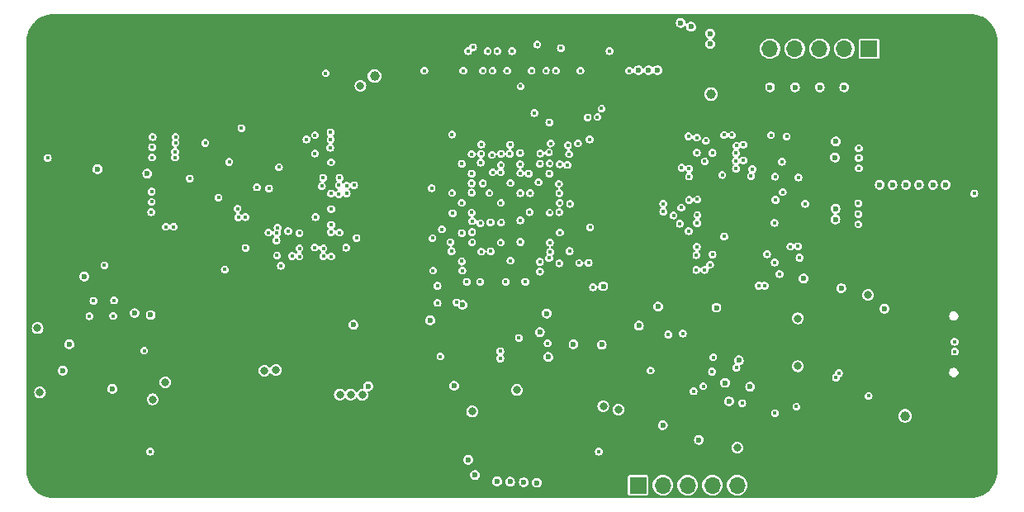
<source format=gbr>
%TF.GenerationSoftware,KiCad,Pcbnew,8.0.1*%
%TF.CreationDate,2025-01-10T22:18:19+05:00*%
%TF.ProjectId,BENE_DOUBLE_V1,42454e45-5f44-44f5-9542-4c455f56312e,rev?*%
%TF.SameCoordinates,Original*%
%TF.FileFunction,Copper,L2,Inr*%
%TF.FilePolarity,Positive*%
%FSLAX46Y46*%
G04 Gerber Fmt 4.6, Leading zero omitted, Abs format (unit mm)*
G04 Created by KiCad (PCBNEW 8.0.1) date 2025-01-10 22:18:19*
%MOMM*%
%LPD*%
G01*
G04 APERTURE LIST*
%TA.AperFunction,ComponentPad*%
%ADD10C,6.400000*%
%TD*%
%TA.AperFunction,ComponentPad*%
%ADD11R,1.700000X1.700000*%
%TD*%
%TA.AperFunction,ComponentPad*%
%ADD12O,1.700000X1.700000*%
%TD*%
%TA.AperFunction,ViaPad*%
%ADD13C,0.400000*%
%TD*%
%TA.AperFunction,ViaPad*%
%ADD14C,0.600000*%
%TD*%
%TA.AperFunction,ViaPad*%
%ADD15C,0.800000*%
%TD*%
%TA.AperFunction,ViaPad*%
%ADD16C,1.000000*%
%TD*%
G04 APERTURE END LIST*
D10*
%TO.N,GND*%
%TO.C,H3*%
X58000000Y-128000000D03*
%TD*%
D11*
%TO.N,FPGA_3V3*%
%TO.C,J7*%
X140610000Y-85750000D03*
D12*
%TO.N,/FPGA/JTAG_TCK*%
X138070000Y-85750000D03*
%TO.N,/FPGA/JTAG_TDI*%
X135530000Y-85750000D03*
%TO.N,/FPGA/JTAG_TDO*%
X132990000Y-85750000D03*
%TO.N,/FPGA/JTAG_TMS*%
X130450000Y-85750000D03*
%TO.N,GND*%
X127910000Y-85750000D03*
%TD*%
D10*
%TO.N,GND*%
%TO.C,H2*%
X58000000Y-86000000D03*
%TD*%
%TO.N,GND*%
%TO.C,H1*%
X150000000Y-86000000D03*
%TD*%
%TO.N,GND*%
%TO.C,H4*%
X150000000Y-128000000D03*
%TD*%
D11*
%TO.N,/MCU/MOSI*%
%TO.C,J4*%
X116920000Y-130500000D03*
D12*
%TO.N,/MCU/MISO*%
X119460000Y-130500000D03*
%TO.N,/MCU/SCK*%
X122000000Y-130500000D03*
%TO.N,/MCU/RESET*%
X124540000Y-130500000D03*
%TO.N,VDD_3V3*%
X127080000Y-130500000D03*
%TO.N,GND*%
X129620000Y-130500000D03*
%TD*%
D13*
%TO.N,FPGA_3V3*%
X108800000Y-99600000D03*
X109850000Y-96550000D03*
D14*
X107700000Y-117350000D03*
X137750000Y-110300000D03*
D13*
X101934736Y-96633714D03*
X105850000Y-100550000D03*
D14*
X116950000Y-87950000D03*
X87750000Y-114050000D03*
D13*
X98900000Y-108500000D03*
X97900000Y-102610000D03*
X99852775Y-102553138D03*
X105800000Y-102500000D03*
X97850000Y-94550000D03*
X107850000Y-102550000D03*
X101788679Y-103548641D03*
X109900000Y-106500000D03*
X103829050Y-107470454D03*
D14*
X118000000Y-87950000D03*
X113200000Y-116100000D03*
D13*
X98850000Y-97550000D03*
X103840948Y-99515257D03*
X97800000Y-106500000D03*
X99850000Y-99550000D03*
X109950000Y-101650000D03*
D14*
X133000000Y-89700000D03*
D13*
X108900000Y-104600000D03*
D14*
X135550000Y-89700000D03*
D13*
X107950000Y-95450000D03*
D14*
X142180000Y-112400000D03*
X113350000Y-110100000D03*
D13*
X99850000Y-98550000D03*
X104829227Y-97594520D03*
D14*
X118900000Y-87950000D03*
D13*
X101668954Y-100528431D03*
D14*
X117000000Y-114150000D03*
D13*
X104846432Y-105560000D03*
D14*
X130450000Y-89700000D03*
D13*
X108850000Y-107750000D03*
X102846182Y-105614780D03*
X102883558Y-103566955D03*
D14*
X138050000Y-89700000D03*
D15*
X88450000Y-89550000D03*
D13*
X106724553Y-99430217D03*
X103815229Y-95600000D03*
D14*
X122350000Y-83500000D03*
D13*
%TO.N,FPGA_1V2*%
X104853138Y-100547225D03*
X104850000Y-103350000D03*
X101000000Y-99550000D03*
X102850000Y-101550000D03*
X98850000Y-104650000D03*
%TO.N,/USB_C/USB_D-*%
X149400000Y-116800000D03*
X149375000Y-115800000D03*
%TO.N,/FPGA/FPGA_DONE*%
X107900000Y-106600000D03*
X112300000Y-110200000D03*
D15*
%TO.N,GND*%
X143450000Y-114450000D03*
X89100000Y-115550000D03*
X66800000Y-129950000D03*
D13*
X98850000Y-96550000D03*
X128100000Y-101150000D03*
X101794508Y-108198517D03*
D15*
X84750000Y-84150000D03*
D13*
X82400000Y-100200000D03*
D15*
X64050000Y-84200000D03*
D13*
X97999826Y-104504815D03*
D16*
X146650000Y-125300000D03*
X152350000Y-118600000D03*
D13*
X80650000Y-96600000D03*
X82150000Y-103950000D03*
X114800000Y-86000000D03*
D15*
X59800000Y-122950000D03*
D13*
X126200000Y-96500000D03*
D15*
X79800000Y-130700000D03*
D13*
X125050000Y-101050000D03*
D15*
X89950000Y-118750000D03*
D14*
X69500000Y-99250000D03*
D15*
X56650000Y-95850000D03*
X119600000Y-112950000D03*
D16*
X148150000Y-92100000D03*
D13*
X105300000Y-91600000D03*
X95700000Y-109050000D03*
D15*
X61400000Y-91250000D03*
D16*
X148950000Y-107100000D03*
D15*
X67200000Y-89400000D03*
D14*
X92750000Y-114700000D03*
D15*
X96400000Y-122200000D03*
X112900000Y-130250000D03*
D16*
X59750000Y-104150000D03*
D15*
X69800000Y-116700000D03*
X100850000Y-84550000D03*
D13*
X80594220Y-106200110D03*
X103800000Y-106600000D03*
D14*
X99900000Y-115600000D03*
X101200000Y-127200000D03*
D16*
X150750000Y-108650000D03*
D14*
X105150000Y-119950000D03*
D13*
X105200000Y-87950000D03*
D15*
X60000000Y-91150000D03*
D13*
X129000000Y-94800000D03*
D15*
X95300000Y-84550000D03*
X122100000Y-112950000D03*
D16*
X55750000Y-105950000D03*
X147150000Y-107100000D03*
D13*
X130200000Y-105300000D03*
X76705776Y-100600106D03*
D16*
X152400000Y-113200000D03*
D15*
X67200000Y-87850000D03*
D13*
X103000000Y-85600000D03*
X104920955Y-102548092D03*
X104600000Y-86000000D03*
D14*
X143800000Y-117250000D03*
D15*
X120900000Y-125500000D03*
X75800000Y-130650000D03*
D16*
X150750000Y-111000000D03*
D15*
X97700000Y-84550000D03*
D13*
X126225000Y-106150000D03*
X102932886Y-99665950D03*
D16*
X151850000Y-92050000D03*
D13*
X134800000Y-107300000D03*
D16*
X142450000Y-123300000D03*
D13*
X100800000Y-102500000D03*
X107850000Y-100550000D03*
D15*
X90400000Y-112400000D03*
D13*
X119800000Y-108400000D03*
D15*
X67200000Y-86050000D03*
X83800000Y-130750000D03*
X63800000Y-122550000D03*
D14*
X119900000Y-118350000D03*
D15*
X68350000Y-130000000D03*
D16*
X146750000Y-111000000D03*
X152350000Y-116800000D03*
D15*
X70200000Y-89400000D03*
D16*
X140400000Y-129900000D03*
D14*
X106200000Y-115224998D03*
D15*
X56850000Y-92350000D03*
X92350000Y-84500000D03*
X141550000Y-111000000D03*
D13*
X84250000Y-100900000D03*
D14*
X74000000Y-106600000D03*
D16*
X143950000Y-130000000D03*
D15*
X67050000Y-120150000D03*
D16*
X150750000Y-105500000D03*
D13*
X109600000Y-86050000D03*
X113000000Y-86000000D03*
X87059999Y-107785086D03*
D15*
X133600000Y-129900000D03*
D13*
X103900000Y-105600000D03*
X96750000Y-94450000D03*
X82100000Y-98600000D03*
D16*
X145300000Y-87700000D03*
D15*
X111050000Y-130200000D03*
X144050000Y-113250000D03*
D16*
X146400000Y-92100000D03*
D15*
X118850000Y-85850000D03*
D14*
X121750000Y-119100000D03*
D15*
X79750000Y-84200000D03*
D13*
X130950000Y-102060000D03*
D16*
X55750000Y-107250000D03*
X141100000Y-92050000D03*
D13*
X101850000Y-102550000D03*
D15*
X114950000Y-120750000D03*
D14*
X138050000Y-116900000D03*
D13*
X109850000Y-99550000D03*
D15*
X70250000Y-84200000D03*
D13*
X82400000Y-101000000D03*
X85423212Y-105426788D03*
D15*
X114850000Y-119350000D03*
D14*
X61000000Y-115900000D03*
D15*
X89100000Y-117700000D03*
X139650000Y-109850000D03*
D13*
X134850000Y-101300000D03*
D16*
X152450000Y-115050000D03*
X152400000Y-106650000D03*
D15*
X56000000Y-118150000D03*
X73400000Y-86050000D03*
X73800000Y-130600000D03*
D13*
X95700000Y-98400000D03*
D14*
X62900000Y-115700000D03*
X78650000Y-95240000D03*
D16*
X142150000Y-130000000D03*
D14*
X138100000Y-114350000D03*
D15*
X122750000Y-87100000D03*
X125200000Y-124600000D03*
D13*
X85550000Y-101300000D03*
D15*
X81800000Y-130700000D03*
D16*
X150650000Y-121100000D03*
D15*
X118400000Y-124950000D03*
D14*
X62900000Y-116700000D03*
D13*
X80940000Y-102350000D03*
D14*
X135700000Y-115900000D03*
X112350000Y-114250000D03*
D16*
X150700000Y-107200000D03*
X149950000Y-93900000D03*
D13*
X124547527Y-105410000D03*
D15*
X85850000Y-130750000D03*
D16*
X149950000Y-92100000D03*
D15*
X63800000Y-129950000D03*
D13*
X103850000Y-98500000D03*
X128550000Y-103650000D03*
D16*
X59250000Y-106450000D03*
D15*
X77800000Y-130650000D03*
D13*
X81400000Y-98600000D03*
X110250000Y-86050000D03*
D15*
X64000000Y-87850000D03*
D13*
X112180116Y-93230116D03*
D15*
X76550000Y-84200000D03*
X65250000Y-129950000D03*
D14*
X96350000Y-119950000D03*
X136608886Y-99044417D03*
D15*
X87850000Y-130800000D03*
D13*
X100500000Y-86050000D03*
D15*
X80700000Y-120800000D03*
D13*
X105250000Y-86000000D03*
D16*
X148150000Y-93900000D03*
D13*
X109850000Y-103750000D03*
D14*
X137900000Y-115800000D03*
D16*
X142900000Y-92050000D03*
D14*
X120850000Y-119200000D03*
X83450000Y-93050000D03*
D16*
X148950000Y-105500000D03*
D14*
X135675000Y-111200000D03*
D13*
X128950000Y-107000000D03*
D15*
X67250000Y-84200000D03*
D13*
X108540000Y-105625000D03*
X108800000Y-96600000D03*
D14*
X120144375Y-94234375D03*
D13*
X73200000Y-96200000D03*
D14*
X133600000Y-108050000D03*
D15*
X137400000Y-129900000D03*
D13*
X119612896Y-106485094D03*
D15*
X126500000Y-116550000D03*
X112450000Y-118200000D03*
X117200000Y-117400000D03*
D16*
X144700000Y-90250000D03*
X148200000Y-90300000D03*
D13*
X79600000Y-101000000D03*
D15*
X68650000Y-116700000D03*
X70200000Y-87850000D03*
X73450000Y-84200000D03*
D13*
X92509417Y-99404868D03*
D15*
X89100000Y-116650000D03*
D16*
X148950000Y-108650000D03*
D14*
X135500000Y-116950000D03*
D15*
X111100000Y-112400000D03*
D13*
X98800000Y-106600000D03*
D15*
X134900000Y-131000000D03*
D14*
X135550000Y-114450000D03*
D15*
X91800000Y-112400000D03*
X62400000Y-122550000D03*
D13*
X80250000Y-99500000D03*
D16*
X147200000Y-105500000D03*
D13*
X91500000Y-86000000D03*
D14*
X121800000Y-118150000D03*
D13*
X102750000Y-95450000D03*
D16*
X145750000Y-129950000D03*
D15*
X57050000Y-116175000D03*
D13*
X84650000Y-102300000D03*
D15*
X132350000Y-129900000D03*
X82850000Y-83500000D03*
X109800000Y-109950000D03*
X73350000Y-93450000D03*
D13*
X82050000Y-99450000D03*
X84200000Y-101900000D03*
D16*
X146400000Y-93900000D03*
D15*
X64350000Y-111100000D03*
D13*
X124650000Y-103450000D03*
D14*
X144850000Y-117550000D03*
D16*
X145400000Y-107100000D03*
D15*
X64000000Y-89400000D03*
X112350000Y-117250000D03*
D13*
X75849890Y-99855780D03*
D15*
X87850000Y-84100000D03*
X134900000Y-129900000D03*
D13*
X115400000Y-86000000D03*
X111350000Y-109600000D03*
X105750000Y-107650000D03*
D16*
X144600000Y-92100000D03*
D13*
X135200000Y-107550000D03*
X101874891Y-101496017D03*
D14*
X119900000Y-119150000D03*
D15*
X109100000Y-130200000D03*
D16*
X147200000Y-108650000D03*
D15*
X70200000Y-86050000D03*
D16*
X145300000Y-84150000D03*
D15*
X136200000Y-129900000D03*
X56900000Y-91200000D03*
D16*
X150000000Y-90300000D03*
D14*
X61000000Y-116750000D03*
X133400000Y-94850000D03*
D15*
X99857020Y-110390904D03*
X58400000Y-91150000D03*
D16*
X145300000Y-85900000D03*
D13*
X132060527Y-103850000D03*
X107999571Y-88228196D03*
X78650000Y-106400000D03*
D15*
X64000000Y-86050000D03*
D14*
X132200000Y-120450000D03*
D16*
X151750000Y-90300000D03*
D14*
X151300000Y-101700000D03*
D13*
X96917855Y-99959617D03*
D14*
X73650000Y-104079360D03*
D13*
X104550000Y-87950000D03*
D15*
X73850000Y-99160000D03*
D13*
X109650000Y-87950000D03*
D14*
%TO.N,VDDIOM_A*%
X124950000Y-112300000D03*
D13*
X132531759Y-106038029D03*
X130150000Y-106825000D03*
X130900000Y-103600000D03*
X133480000Y-107170000D03*
D14*
X133900000Y-109300000D03*
D13*
X130923212Y-107675000D03*
D14*
%TO.N,VDD_3V3_A*%
X137100000Y-96900000D03*
X143000000Y-99700000D03*
X137150000Y-102150000D03*
X137150000Y-103250000D03*
X123150000Y-125850000D03*
D13*
X122111555Y-104455780D03*
X130550000Y-94610000D03*
D14*
X125850000Y-120000000D03*
X147150000Y-99700000D03*
X145700000Y-99700000D03*
D13*
X124551703Y-96424696D03*
X122150000Y-98850000D03*
X133350000Y-98950000D03*
X128635086Y-98114914D03*
D14*
X127250000Y-117700000D03*
D13*
X122961336Y-103625312D03*
D14*
X137200000Y-95250000D03*
X144400000Y-99700000D03*
X124300000Y-84200000D03*
X148450000Y-99700000D03*
X141700000Y-99700000D03*
D13*
X124550000Y-106850000D03*
X122612710Y-120862710D03*
%TO.N,VDDPLLA_A*%
X123000000Y-102800000D03*
D14*
%TO.N,VDD_3V3*%
X102450000Y-130103768D03*
X124300000Y-85250000D03*
X103800000Y-130150000D03*
D15*
X86350000Y-121200000D03*
D14*
X98050000Y-120300000D03*
X106550000Y-130250000D03*
X95600000Y-113600000D03*
D15*
X104500000Y-120750000D03*
D14*
X98950000Y-112000000D03*
X105200000Y-130200000D03*
X99500000Y-127900000D03*
D15*
X99900000Y-122950000D03*
X88650000Y-121250000D03*
D14*
X100200000Y-129450000D03*
D15*
X127100000Y-126650000D03*
D14*
X89250000Y-120350000D03*
D15*
X87450000Y-121200000D03*
D13*
%TO.N,START_A*%
X118202297Y-118733105D03*
X112900000Y-127050000D03*
D15*
%TO.N,+5V*%
X133300000Y-118300000D03*
X133300000Y-113400000D03*
D16*
X89900000Y-88550000D03*
D14*
X57950000Y-118750000D03*
X65300000Y-112850000D03*
D15*
X79800000Y-118700000D03*
D14*
X128400000Y-120400000D03*
D15*
X78600000Y-118750000D03*
D13*
X121500000Y-114950000D03*
D16*
X144300000Y-123400000D03*
D14*
X63021942Y-120625054D03*
D16*
X124400000Y-90400000D03*
D15*
X113350000Y-122400000D03*
X140500000Y-111000000D03*
D13*
X120000000Y-115050000D03*
D14*
X119450000Y-124350000D03*
D15*
X68450000Y-119950000D03*
D14*
X60150000Y-109100000D03*
X126250000Y-121900000D03*
X58600000Y-116050000D03*
D13*
%TO.N,/MPUA/XIN32K_A*%
X119500000Y-102460000D03*
%TO.N,/MPUA/XOUT32K_A*%
X121350000Y-102050000D03*
%TO.N,/MPUA/DDR_CAL_A*%
X131750000Y-100450000D03*
%TO.N,DDR_VREF_A*%
X133300000Y-106000000D03*
%TO.N,VDDIOM_B*%
X70950000Y-99050000D03*
D15*
X55350000Y-114400000D03*
D13*
X72550000Y-95400000D03*
X77850000Y-99950000D03*
X80100000Y-97900000D03*
%TO.N,DDR_VREF_B*%
X75000000Y-97350000D03*
%TO.N,/MPUB/DDR_CAL_B*%
X75852769Y-102140000D03*
%TO.N,VDD_3V3_B*%
X63200000Y-111550000D03*
X68500000Y-104000000D03*
D14*
X61500000Y-98100000D03*
D13*
X69500000Y-94800000D03*
X69500000Y-95400000D03*
X69450000Y-96300000D03*
X61076000Y-111600000D03*
X83774146Y-106127748D03*
X82200000Y-104650000D03*
D14*
X66950000Y-113050000D03*
D13*
X69450000Y-96900000D03*
X83800000Y-96500000D03*
D14*
X66600000Y-98550000D03*
D13*
X79034637Y-104600173D03*
X75933318Y-103022242D03*
X66275000Y-116700000D03*
X86317770Y-98987942D03*
D14*
X121300000Y-83100000D03*
D13*
X76676787Y-106173213D03*
X85450000Y-103800000D03*
X84502798Y-99835301D03*
X69300000Y-104000000D03*
%TO.N,/MPUB/XIN32K_B*%
X87043239Y-99780000D03*
%TO.N,/MPUB/XOUT32K_B*%
X86250000Y-100650000D03*
%TO.N,VDD_CORE_B*%
X79088644Y-100087166D03*
X79960000Y-104103984D03*
X76650000Y-103000000D03*
X83850000Y-103000000D03*
D15*
X55600000Y-121000000D03*
D13*
%TO.N,VDDPLLA_B*%
X84632802Y-98984137D03*
%TO.N,/FPGA/LCD_ID*%
X102849962Y-98424954D03*
X116000000Y-88000000D03*
%TO.N,/FPGA/LCD_D22*%
X101500000Y-86000000D03*
X100783905Y-97427298D03*
%TO.N,SAMB_LCD_FPGA_TWD*%
X80300000Y-108000000D03*
X95900000Y-108500000D03*
%TO.N,/FPGA/LCD_D14*%
X106585876Y-85314124D03*
X106300000Y-92350000D03*
%TO.N,/FPGA/LCD_D10*%
X109010876Y-85689124D03*
X107825000Y-93292525D03*
%TO.N,/FPGA/JTAG_TDI*%
X107776624Y-96376624D03*
X113174753Y-91880897D03*
%TO.N,/FPGA/LCD_D2*%
X102850561Y-97675745D03*
X114000000Y-86000000D03*
%TO.N,/FPGA/LCD_HSYNC*%
X99850000Y-96550000D03*
X99000000Y-88000000D03*
%TO.N,/FPGA/LCD_D23*%
X101000000Y-88000000D03*
X100850000Y-95550000D03*
%TO.N,/FPGA/LCD_D20*%
X103765229Y-96517133D03*
X102500000Y-86000000D03*
%TO.N,/FPGA/LCD_VSYNC*%
X99500000Y-86000000D03*
X100822934Y-96521607D03*
%TO.N,/FPGA/JTAG_TCK*%
X112750000Y-92750000D03*
X109725000Y-95650000D03*
%TO.N,FPGA_BOOT*%
X100732140Y-109642860D03*
X133150000Y-122450000D03*
%TO.N,/FPGA/LCD_PCK*%
X104874596Y-89600000D03*
X100000000Y-85600000D03*
%TO.N,/FPGA/LCD_D11*%
X106850000Y-97550000D03*
X108500000Y-88000000D03*
%TO.N,/FPGA/LCD_D15*%
X106000000Y-88000000D03*
X105712247Y-98558147D03*
%TO.N,/FPGA/LCD_D7*%
X111000000Y-88000000D03*
X107850000Y-97500000D03*
%TO.N,/FPGA/JTAG_TDO*%
X111755850Y-92805850D03*
X109685086Y-97664914D03*
%TO.N,FPGA_EN*%
X99350000Y-109650000D03*
X140550000Y-121350000D03*
%TO.N,/FPGA/LCD_D19*%
X103500000Y-88000000D03*
X104832855Y-96446270D03*
%TO.N,/FPGA/RESET_N*%
X96350000Y-110050000D03*
X84900000Y-88250000D03*
%TO.N,/FPGA/LCD_D12*%
X106900000Y-96500000D03*
X107500000Y-88000000D03*
%TO.N,/FPGA/LCD_TWCK*%
X95000000Y-88000000D03*
X102009006Y-98418672D03*
%TO.N,/FPGA/LCD_D18*%
X104000000Y-86000000D03*
X104850000Y-98500000D03*
%TO.N,/FPGA/LCD_D21*%
X102881890Y-96527455D03*
X102000000Y-88000000D03*
D14*
%TO.N,VDD_CORE_A*%
X118970711Y-112179289D03*
D13*
X130961091Y-98861091D03*
X128500000Y-98800000D03*
X131005776Y-101249894D03*
X125550000Y-98700000D03*
%TO.N,/MPUB/SD_B_D1*%
X67150000Y-94800000D03*
X79850000Y-105400000D03*
%TO.N,/MPUB/SD_B_CLK*%
X56400000Y-96950000D03*
X79900000Y-104650000D03*
%TO.N,/MPUB/SD_B_D2*%
X81450000Y-107000000D03*
X67000000Y-102500000D03*
%TO.N,/MPUB/SD_B_CMD*%
X82200000Y-106200000D03*
X67050000Y-100400000D03*
%TO.N,/MPUB/SD_B_D0*%
X67100000Y-95850000D03*
X82200000Y-107050000D03*
%TO.N,/MPUB/SD_B_DET*%
X67100000Y-96900000D03*
X73900000Y-101000000D03*
%TO.N,/MPUB/SD_B_D3*%
X67050000Y-101450000D03*
X81050000Y-104450000D03*
%TO.N,/MPUA/SD_A_DET*%
X139500000Y-103750000D03*
X134050000Y-101650000D03*
%TO.N,/MPUA/SD_A_D0*%
X139500000Y-101600000D03*
X125750000Y-94590000D03*
%TO.N,/MPUA/SD_A_D3*%
X126950000Y-97250000D03*
X139550000Y-96950000D03*
%TO.N,/MPUA/SD_A_D2*%
X139550000Y-95950000D03*
X126550000Y-94590000D03*
%TO.N,/MPUA/SD_A_D1*%
X127700000Y-97200000D03*
X139500000Y-102700000D03*
%TO.N,/MPUA/SD_A_CMD*%
X139550000Y-98000000D03*
X126950000Y-96450000D03*
%TO.N,/MPUA/SD_A_CLK*%
X151400000Y-100600000D03*
X126960000Y-98040000D03*
%TO.N,Net-(Q1-D)*%
X127600000Y-122100000D03*
X124500000Y-118857700D03*
%TO.N,LPM_A*%
X130950000Y-123100000D03*
X131668833Y-97331874D03*
D15*
%TO.N,VLDO1B*%
X114900000Y-122750000D03*
X67150000Y-121700000D03*
D13*
%TO.N,NRST_B*%
X63101421Y-113155944D03*
X66900000Y-127050000D03*
X85450000Y-107050000D03*
%TO.N,SHDN_B*%
X62200000Y-107950000D03*
X83800000Y-94600000D03*
%TO.N,WAKE_UP_A*%
X124624923Y-117375726D03*
X124300000Y-107900000D03*
%TO.N,NRST_A*%
X122074479Y-94724479D03*
X123600000Y-120350000D03*
%TO.N,SHDN_A*%
X127000000Y-118450000D03*
X123750000Y-108425000D03*
%TO.N,WAKE_UP_B*%
X82929735Y-95047576D03*
X60675000Y-113173132D03*
%TO.N,/MPUA/XIN24M_A*%
X121206621Y-103693268D03*
%TO.N,/MPUA/XOUT24M_A*%
X120550000Y-102850000D03*
%TO.N,Net-(U4E-ADVREFP)*%
X132150000Y-94750000D03*
%TO.N,/MPUA/USB_RTUNE_A*%
X122900000Y-108425000D03*
%TO.N,/MPUB/USB_RTUNE_B*%
X85397641Y-94330000D03*
%TO.N,Net-(U2E-ADVREFP)*%
X74550000Y-108400000D03*
%TO.N,/MPUB/XIN24M_B*%
X86253146Y-99740658D03*
%TO.N,/MPUB/XOUT24M_B*%
X87800000Y-99740000D03*
%TO.N,SAMB_FPGA_RX*%
X99927319Y-103422382D03*
X84650000Y-107000000D03*
%TO.N,SAMB_LCD_FPGA_D23*%
X97848992Y-100530838D03*
X87050000Y-100600000D03*
%TO.N,SAMB_LCD_FPGA_D11*%
X97676448Y-105576651D03*
X87000000Y-106150000D03*
%TO.N,SAMB_LCD_FPGA_IRQ1*%
X85449262Y-104543490D03*
X99900000Y-104550000D03*
%TO.N,SAMB_LCD_FPGA_D21*%
X85450000Y-102200000D03*
X98847225Y-101546862D03*
%TO.N,SAMB_LCD_FPGA_TWCK*%
X99900000Y-105600000D03*
X79900000Y-106950000D03*
%TO.N,SAMB_LCD_FPGA_DEN*%
X99864153Y-100512088D03*
X85450000Y-100600000D03*
%TO.N,SAMB_LCD_FPGA_D5*%
X88050000Y-105150000D03*
X95838406Y-105177232D03*
%TO.N,SAMB_FPGA_TX*%
X84650000Y-106200000D03*
X100762321Y-103649227D03*
%TO.N,SAMB_LCD_FPGA_D15*%
X96816124Y-104263551D03*
X86300000Y-104600000D03*
%TO.N,SAMB_LCD_FPGA_HSYNC*%
X85450000Y-97400000D03*
X95750000Y-100050000D03*
%TO.N,SAMA_FPGA_TX*%
X123874574Y-95191714D03*
X111850000Y-107700000D03*
%TO.N,SAMA_LCD_FPGA_TWD*%
X111950000Y-95050000D03*
X127700000Y-95600000D03*
%TO.N,SAMA_LCD_FPGA_MPU_NRSTOUT*%
X125750000Y-105000000D03*
X112000000Y-104050000D03*
%TO.N,SAMA_LCD_FPGA_DEN*%
X108850000Y-102500000D03*
X123000000Y-101200000D03*
%TO.N,SAMA_LCD_FPGA_D21*%
X108850000Y-100550000D03*
X122150000Y-101250000D03*
%TO.N,SAMA_LCD_FPGA_TWCK*%
X110750000Y-95450000D03*
X127000000Y-95700000D03*
%TO.N,SAMA_LCD_FPGA_IRQ1*%
X122150000Y-98050000D03*
X107818314Y-98544408D03*
%TO.N,SAMA_RX*%
X123750737Y-97306511D03*
X104700000Y-115400000D03*
%TO.N,SAMA_LCD_FPGA_VSYNC*%
X108875000Y-101550000D03*
X119500000Y-101640000D03*
%TO.N,SAMA_FPGA_RX*%
X110879959Y-107718571D03*
X122950000Y-94860000D03*
%TO.N,SAMA_TX*%
X107650000Y-115950000D03*
X122950000Y-96400000D03*
%TO.N,SAMA_LCD_FPGA_D13*%
X108883885Y-97598071D03*
X121390269Y-97940000D03*
%TO.N,FPGA_INIT*%
X96650000Y-117300000D03*
X98850000Y-107550000D03*
%TO.N,FPGA_TX*%
X101818110Y-106522545D03*
X102800000Y-116750000D03*
%TO.N,FPGA_RX*%
X102800000Y-117500000D03*
X100850000Y-106550000D03*
D14*
%TO.N,/FPGA/WP_N*%
X107550000Y-112900000D03*
%TO.N,/FPGA/MISO_FL*%
X106850000Y-114800000D03*
D13*
%TO.N,/FPGA/SCLK_FL*%
X107879638Y-105638433D03*
%TO.N,/FPGA/HOLD_N*%
X106850000Y-108600000D03*
%TO.N,FPGAUT_TX*%
X137208499Y-119466401D03*
X107798766Y-107213612D03*
%TO.N,/FPGA/CLK*%
X103350000Y-109650000D03*
%TO.N,/FPGA/MOSI_FL*%
X105350000Y-109650000D03*
%TO.N,FPGAUT_RX*%
X137500000Y-119000000D03*
X106850000Y-107600000D03*
D14*
%TO.N,/FPGA/CS_FL*%
X110300000Y-116050000D03*
D13*
%TO.N,SAMB_BOOT*%
X76250000Y-93900000D03*
X96350000Y-111803532D03*
%TO.N,SAMA_BOOT*%
X98300000Y-111750000D03*
X131425000Y-108850000D03*
%TO.N,/MPUB/USB_SAMB_D-*%
X85349999Y-95893221D03*
%TO.N,/MPUB/USB_SAMB_D+*%
X85400000Y-95050000D03*
%TO.N,/MPUA/USB_SAMA_D+*%
X122900000Y-106900000D03*
X129901600Y-110050000D03*
%TO.N,/MPUA/USB_SAMA_D-*%
X129298400Y-110050000D03*
X122950000Y-106050000D03*
%TD*%
%TA.AperFunction,Conductor*%
%TO.N,GND*%
G36*
X151002777Y-82200655D02*
G01*
X151307898Y-82217791D01*
X151318921Y-82219033D01*
X151617476Y-82269759D01*
X151628270Y-82272222D01*
X151919279Y-82356061D01*
X151929750Y-82359725D01*
X152209523Y-82475611D01*
X152219525Y-82480428D01*
X152484555Y-82626905D01*
X152493955Y-82632811D01*
X152740930Y-82808049D01*
X152749610Y-82814972D01*
X152975399Y-83016750D01*
X152983249Y-83024600D01*
X153185027Y-83250389D01*
X153191950Y-83259069D01*
X153367188Y-83506044D01*
X153373094Y-83515444D01*
X153519571Y-83780474D01*
X153524388Y-83790476D01*
X153640272Y-84070245D01*
X153643939Y-84080724D01*
X153727773Y-84371714D01*
X153730243Y-84382538D01*
X153780965Y-84681073D01*
X153782208Y-84692105D01*
X153799344Y-84997222D01*
X153799500Y-85002773D01*
X153799500Y-128997226D01*
X153799344Y-129002777D01*
X153782208Y-129307894D01*
X153780965Y-129318926D01*
X153730243Y-129617461D01*
X153727773Y-129628285D01*
X153643939Y-129919275D01*
X153640272Y-129929754D01*
X153524388Y-130209523D01*
X153519571Y-130219525D01*
X153373094Y-130484555D01*
X153367188Y-130493955D01*
X153191950Y-130740930D01*
X153185027Y-130749610D01*
X152983249Y-130975399D01*
X152975399Y-130983249D01*
X152749610Y-131185027D01*
X152740930Y-131191950D01*
X152493955Y-131367188D01*
X152484555Y-131373094D01*
X152219525Y-131519571D01*
X152209523Y-131524388D01*
X151929754Y-131640272D01*
X151919275Y-131643939D01*
X151628285Y-131727773D01*
X151617461Y-131730243D01*
X151318926Y-131780965D01*
X151307894Y-131782208D01*
X151002778Y-131799344D01*
X150997227Y-131799500D01*
X57002773Y-131799500D01*
X56997222Y-131799344D01*
X56692105Y-131782208D01*
X56681073Y-131780965D01*
X56382538Y-131730243D01*
X56371716Y-131727773D01*
X56297239Y-131706317D01*
X56080724Y-131643939D01*
X56070245Y-131640272D01*
X55790476Y-131524388D01*
X55780474Y-131519571D01*
X55515444Y-131373094D01*
X55510115Y-131369746D01*
X115869500Y-131369746D01*
X115869501Y-131369758D01*
X115881132Y-131428227D01*
X115881134Y-131428233D01*
X115922853Y-131490669D01*
X115925448Y-131494552D01*
X115991769Y-131538867D01*
X116036231Y-131547711D01*
X116050241Y-131550498D01*
X116050246Y-131550498D01*
X116050252Y-131550500D01*
X116050253Y-131550500D01*
X117789747Y-131550500D01*
X117789748Y-131550500D01*
X117848231Y-131538867D01*
X117914552Y-131494552D01*
X117958867Y-131428231D01*
X117970500Y-131369748D01*
X117970500Y-130500003D01*
X118404417Y-130500003D01*
X118424698Y-130705929D01*
X118424699Y-130705934D01*
X118484768Y-130903954D01*
X118582316Y-131086452D01*
X118666259Y-131188737D01*
X118713590Y-131246410D01*
X118713595Y-131246414D01*
X118873547Y-131377683D01*
X118873548Y-131377683D01*
X118873550Y-131377685D01*
X119056046Y-131475232D01*
X119193997Y-131517078D01*
X119254065Y-131535300D01*
X119254070Y-131535301D01*
X119459997Y-131555583D01*
X119460000Y-131555583D01*
X119460003Y-131555583D01*
X119665929Y-131535301D01*
X119665934Y-131535300D01*
X119701906Y-131524388D01*
X119863954Y-131475232D01*
X120046450Y-131377685D01*
X120206410Y-131246410D01*
X120337685Y-131086450D01*
X120435232Y-130903954D01*
X120495300Y-130705934D01*
X120495301Y-130705929D01*
X120515583Y-130500003D01*
X120944417Y-130500003D01*
X120964698Y-130705929D01*
X120964699Y-130705934D01*
X121024768Y-130903954D01*
X121122316Y-131086452D01*
X121206259Y-131188737D01*
X121253590Y-131246410D01*
X121253595Y-131246414D01*
X121413547Y-131377683D01*
X121413548Y-131377683D01*
X121413550Y-131377685D01*
X121596046Y-131475232D01*
X121733997Y-131517078D01*
X121794065Y-131535300D01*
X121794070Y-131535301D01*
X121999997Y-131555583D01*
X122000000Y-131555583D01*
X122000003Y-131555583D01*
X122205929Y-131535301D01*
X122205934Y-131535300D01*
X122241906Y-131524388D01*
X122403954Y-131475232D01*
X122586450Y-131377685D01*
X122746410Y-131246410D01*
X122877685Y-131086450D01*
X122975232Y-130903954D01*
X123035300Y-130705934D01*
X123035301Y-130705929D01*
X123055583Y-130500003D01*
X123484417Y-130500003D01*
X123504698Y-130705929D01*
X123504699Y-130705934D01*
X123564768Y-130903954D01*
X123662316Y-131086452D01*
X123746259Y-131188737D01*
X123793590Y-131246410D01*
X123793595Y-131246414D01*
X123953547Y-131377683D01*
X123953548Y-131377683D01*
X123953550Y-131377685D01*
X124136046Y-131475232D01*
X124273997Y-131517078D01*
X124334065Y-131535300D01*
X124334070Y-131535301D01*
X124539997Y-131555583D01*
X124540000Y-131555583D01*
X124540003Y-131555583D01*
X124745929Y-131535301D01*
X124745934Y-131535300D01*
X124781906Y-131524388D01*
X124943954Y-131475232D01*
X125126450Y-131377685D01*
X125286410Y-131246410D01*
X125417685Y-131086450D01*
X125515232Y-130903954D01*
X125575300Y-130705934D01*
X125575301Y-130705929D01*
X125595583Y-130500003D01*
X126024417Y-130500003D01*
X126044698Y-130705929D01*
X126044699Y-130705934D01*
X126104768Y-130903954D01*
X126202316Y-131086452D01*
X126286259Y-131188737D01*
X126333590Y-131246410D01*
X126333595Y-131246414D01*
X126493547Y-131377683D01*
X126493548Y-131377683D01*
X126493550Y-131377685D01*
X126676046Y-131475232D01*
X126813997Y-131517078D01*
X126874065Y-131535300D01*
X126874070Y-131535301D01*
X127079997Y-131555583D01*
X127080000Y-131555583D01*
X127080003Y-131555583D01*
X127285929Y-131535301D01*
X127285934Y-131535300D01*
X127321906Y-131524388D01*
X127483954Y-131475232D01*
X127666450Y-131377685D01*
X127826410Y-131246410D01*
X127957685Y-131086450D01*
X128055232Y-130903954D01*
X128115300Y-130705934D01*
X128115301Y-130705929D01*
X128135583Y-130500003D01*
X128135583Y-130499996D01*
X128115301Y-130294070D01*
X128115300Y-130294065D01*
X128097078Y-130233997D01*
X128055232Y-130096046D01*
X127957685Y-129913550D01*
X127927383Y-129876627D01*
X127826414Y-129753595D01*
X127826410Y-129753590D01*
X127809908Y-129740047D01*
X127666452Y-129622316D01*
X127483954Y-129524768D01*
X127285934Y-129464699D01*
X127285929Y-129464698D01*
X127080003Y-129444417D01*
X127079997Y-129444417D01*
X126874070Y-129464698D01*
X126874065Y-129464699D01*
X126676045Y-129524768D01*
X126493547Y-129622316D01*
X126333595Y-129753585D01*
X126333585Y-129753595D01*
X126202316Y-129913547D01*
X126104768Y-130096045D01*
X126044699Y-130294065D01*
X126044698Y-130294070D01*
X126024417Y-130499996D01*
X126024417Y-130500003D01*
X125595583Y-130500003D01*
X125595583Y-130499996D01*
X125575301Y-130294070D01*
X125575300Y-130294065D01*
X125557078Y-130233997D01*
X125515232Y-130096046D01*
X125417685Y-129913550D01*
X125387383Y-129876627D01*
X125286414Y-129753595D01*
X125286410Y-129753590D01*
X125269908Y-129740047D01*
X125126452Y-129622316D01*
X124943954Y-129524768D01*
X124745934Y-129464699D01*
X124745929Y-129464698D01*
X124540003Y-129444417D01*
X124539997Y-129444417D01*
X124334070Y-129464698D01*
X124334065Y-129464699D01*
X124136045Y-129524768D01*
X123953547Y-129622316D01*
X123793595Y-129753585D01*
X123793585Y-129753595D01*
X123662316Y-129913547D01*
X123564768Y-130096045D01*
X123504699Y-130294065D01*
X123504698Y-130294070D01*
X123484417Y-130499996D01*
X123484417Y-130500003D01*
X123055583Y-130500003D01*
X123055583Y-130499996D01*
X123035301Y-130294070D01*
X123035300Y-130294065D01*
X123017078Y-130233997D01*
X122975232Y-130096046D01*
X122877685Y-129913550D01*
X122847383Y-129876627D01*
X122746414Y-129753595D01*
X122746410Y-129753590D01*
X122729908Y-129740047D01*
X122586452Y-129622316D01*
X122403954Y-129524768D01*
X122205934Y-129464699D01*
X122205929Y-129464698D01*
X122000003Y-129444417D01*
X121999997Y-129444417D01*
X121794070Y-129464698D01*
X121794065Y-129464699D01*
X121596045Y-129524768D01*
X121413547Y-129622316D01*
X121253595Y-129753585D01*
X121253585Y-129753595D01*
X121122316Y-129913547D01*
X121024768Y-130096045D01*
X120964699Y-130294065D01*
X120964698Y-130294070D01*
X120944417Y-130499996D01*
X120944417Y-130500003D01*
X120515583Y-130500003D01*
X120515583Y-130499996D01*
X120495301Y-130294070D01*
X120495300Y-130294065D01*
X120477078Y-130233997D01*
X120435232Y-130096046D01*
X120337685Y-129913550D01*
X120307383Y-129876627D01*
X120206414Y-129753595D01*
X120206410Y-129753590D01*
X120189908Y-129740047D01*
X120046452Y-129622316D01*
X119863954Y-129524768D01*
X119665934Y-129464699D01*
X119665929Y-129464698D01*
X119460003Y-129444417D01*
X119459997Y-129444417D01*
X119254070Y-129464698D01*
X119254065Y-129464699D01*
X119056045Y-129524768D01*
X118873547Y-129622316D01*
X118713595Y-129753585D01*
X118713585Y-129753595D01*
X118582316Y-129913547D01*
X118484768Y-130096045D01*
X118424699Y-130294065D01*
X118424698Y-130294070D01*
X118404417Y-130499996D01*
X118404417Y-130500003D01*
X117970500Y-130500003D01*
X117970500Y-129630252D01*
X117968921Y-129622316D01*
X117967711Y-129616231D01*
X117958867Y-129571769D01*
X117914552Y-129505448D01*
X117908428Y-129501356D01*
X117848233Y-129461134D01*
X117848231Y-129461133D01*
X117848228Y-129461132D01*
X117848227Y-129461132D01*
X117789758Y-129449501D01*
X117789748Y-129449500D01*
X116050252Y-129449500D01*
X116050251Y-129449500D01*
X116050241Y-129449501D01*
X115991772Y-129461132D01*
X115991766Y-129461134D01*
X115925451Y-129505445D01*
X115925445Y-129505451D01*
X115881134Y-129571766D01*
X115881132Y-129571772D01*
X115869501Y-129630241D01*
X115869500Y-129630253D01*
X115869500Y-131369746D01*
X55510115Y-131369746D01*
X55506044Y-131367188D01*
X55259069Y-131191950D01*
X55250389Y-131185027D01*
X55024600Y-130983249D01*
X55016750Y-130975399D01*
X54814972Y-130749610D01*
X54808049Y-130740930D01*
X54632811Y-130493955D01*
X54626905Y-130484555D01*
X54480428Y-130219525D01*
X54475611Y-130209523D01*
X54431807Y-130103770D01*
X101944353Y-130103770D01*
X101964834Y-130246224D01*
X101986683Y-130294065D01*
X102024623Y-130377141D01*
X102064683Y-130423373D01*
X102118873Y-130485912D01*
X102190812Y-130532144D01*
X102239947Y-130563721D01*
X102346403Y-130594979D01*
X102378035Y-130604267D01*
X102378036Y-130604267D01*
X102378039Y-130604268D01*
X102378041Y-130604268D01*
X102521959Y-130604268D01*
X102521961Y-130604268D01*
X102660053Y-130563721D01*
X102781128Y-130485911D01*
X102875377Y-130377141D01*
X102935165Y-130246225D01*
X102949000Y-130150002D01*
X103294353Y-130150002D01*
X103314834Y-130292456D01*
X103360504Y-130392457D01*
X103374623Y-130423373D01*
X103441017Y-130499996D01*
X103468873Y-130532144D01*
X103546675Y-130582144D01*
X103589947Y-130609953D01*
X103696403Y-130641211D01*
X103728035Y-130650499D01*
X103728036Y-130650499D01*
X103728039Y-130650500D01*
X103728041Y-130650500D01*
X103871959Y-130650500D01*
X103871961Y-130650500D01*
X104010053Y-130609953D01*
X104131128Y-130532143D01*
X104225377Y-130423373D01*
X104285165Y-130292457D01*
X104298458Y-130200002D01*
X104694353Y-130200002D01*
X104714834Y-130342456D01*
X104766228Y-130454991D01*
X104774623Y-130473373D01*
X104868872Y-130582143D01*
X104868873Y-130582144D01*
X104989942Y-130659950D01*
X104989947Y-130659953D01*
X105096403Y-130691211D01*
X105128035Y-130700499D01*
X105128036Y-130700499D01*
X105128039Y-130700500D01*
X105128041Y-130700500D01*
X105271959Y-130700500D01*
X105271961Y-130700500D01*
X105410053Y-130659953D01*
X105531128Y-130582143D01*
X105625377Y-130473373D01*
X105685165Y-130342457D01*
X105692122Y-130294070D01*
X105698458Y-130250002D01*
X106044353Y-130250002D01*
X106064834Y-130392456D01*
X106106895Y-130484555D01*
X106124623Y-130523373D01*
X106218872Y-130632143D01*
X106218873Y-130632144D01*
X106333693Y-130705934D01*
X106339947Y-130709953D01*
X106445446Y-130740930D01*
X106478035Y-130750499D01*
X106478036Y-130750499D01*
X106478039Y-130750500D01*
X106478041Y-130750500D01*
X106621959Y-130750500D01*
X106621961Y-130750500D01*
X106760053Y-130709953D01*
X106881128Y-130632143D01*
X106975377Y-130523373D01*
X107035165Y-130392457D01*
X107049311Y-130294066D01*
X107055647Y-130250002D01*
X107055647Y-130249997D01*
X107035165Y-130107543D01*
X107029914Y-130096045D01*
X106975377Y-129976627D01*
X106881128Y-129867857D01*
X106881127Y-129867856D01*
X106881126Y-129867855D01*
X106760057Y-129790049D01*
X106760054Y-129790047D01*
X106760053Y-129790047D01*
X106760050Y-129790046D01*
X106621964Y-129749500D01*
X106621961Y-129749500D01*
X106478039Y-129749500D01*
X106478035Y-129749500D01*
X106339949Y-129790046D01*
X106339942Y-129790049D01*
X106218873Y-129867855D01*
X106124622Y-129976628D01*
X106064834Y-130107543D01*
X106044353Y-130249997D01*
X106044353Y-130250002D01*
X105698458Y-130250002D01*
X105705647Y-130200002D01*
X105705647Y-130199997D01*
X105685165Y-130057543D01*
X105625377Y-129926627D01*
X105531128Y-129817857D01*
X105531127Y-129817856D01*
X105531126Y-129817855D01*
X105410057Y-129740049D01*
X105410054Y-129740047D01*
X105410053Y-129740047D01*
X105410050Y-129740046D01*
X105271964Y-129699500D01*
X105271961Y-129699500D01*
X105128039Y-129699500D01*
X105128035Y-129699500D01*
X104989949Y-129740046D01*
X104989942Y-129740049D01*
X104868873Y-129817855D01*
X104774622Y-129926628D01*
X104714834Y-130057543D01*
X104694353Y-130199997D01*
X104694353Y-130200002D01*
X104298458Y-130200002D01*
X104305647Y-130150000D01*
X104298999Y-130103765D01*
X104285165Y-130007543D01*
X104259114Y-129950500D01*
X104225377Y-129876627D01*
X104131128Y-129767857D01*
X104131127Y-129767856D01*
X104131126Y-129767855D01*
X104010057Y-129690049D01*
X104010054Y-129690047D01*
X104010053Y-129690047D01*
X104010050Y-129690046D01*
X103871964Y-129649500D01*
X103871961Y-129649500D01*
X103728039Y-129649500D01*
X103728035Y-129649500D01*
X103589949Y-129690046D01*
X103589942Y-129690049D01*
X103468873Y-129767855D01*
X103374622Y-129876628D01*
X103314834Y-130007543D01*
X103294353Y-130149997D01*
X103294353Y-130150002D01*
X102949000Y-130150002D01*
X102949211Y-130148531D01*
X102955647Y-130103770D01*
X102955647Y-130103765D01*
X102935165Y-129961311D01*
X102918407Y-129924616D01*
X102875377Y-129830395D01*
X102781128Y-129721625D01*
X102781127Y-129721624D01*
X102781126Y-129721623D01*
X102660057Y-129643817D01*
X102660054Y-129643815D01*
X102660053Y-129643815D01*
X102660050Y-129643814D01*
X102521964Y-129603268D01*
X102521961Y-129603268D01*
X102378039Y-129603268D01*
X102378035Y-129603268D01*
X102239949Y-129643814D01*
X102239942Y-129643817D01*
X102118873Y-129721623D01*
X102024622Y-129830396D01*
X101964834Y-129961311D01*
X101944353Y-130103765D01*
X101944353Y-130103770D01*
X54431807Y-130103770D01*
X54379143Y-129976628D01*
X54359725Y-129929750D01*
X54356060Y-129919275D01*
X54354410Y-129913547D01*
X54272222Y-129628270D01*
X54269759Y-129617476D01*
X54241304Y-129450002D01*
X99694353Y-129450002D01*
X99714834Y-129592456D01*
X99740886Y-129649500D01*
X99774623Y-129723373D01*
X99867358Y-129830396D01*
X99868873Y-129832144D01*
X99938092Y-129876628D01*
X99989947Y-129909953D01*
X100096403Y-129941211D01*
X100128035Y-129950499D01*
X100128036Y-129950499D01*
X100128039Y-129950500D01*
X100128041Y-129950500D01*
X100271959Y-129950500D01*
X100271961Y-129950500D01*
X100410053Y-129909953D01*
X100531128Y-129832143D01*
X100625377Y-129723373D01*
X100685165Y-129592457D01*
X100694897Y-129524768D01*
X100705647Y-129450002D01*
X100705647Y-129449997D01*
X100685165Y-129307543D01*
X100625377Y-129176628D01*
X100625377Y-129176627D01*
X100531128Y-129067857D01*
X100531127Y-129067856D01*
X100531126Y-129067855D01*
X100410057Y-128990049D01*
X100410054Y-128990047D01*
X100410053Y-128990047D01*
X100410050Y-128990046D01*
X100271964Y-128949500D01*
X100271961Y-128949500D01*
X100128039Y-128949500D01*
X100128035Y-128949500D01*
X99989949Y-128990046D01*
X99989942Y-128990049D01*
X99868873Y-129067855D01*
X99774622Y-129176628D01*
X99714834Y-129307543D01*
X99694353Y-129449997D01*
X99694353Y-129450002D01*
X54241304Y-129450002D01*
X54219033Y-129318921D01*
X54217791Y-129307894D01*
X54217771Y-129307543D01*
X54200656Y-129002777D01*
X54200500Y-128997226D01*
X54200500Y-127900002D01*
X98994353Y-127900002D01*
X99014834Y-128042456D01*
X99074622Y-128173371D01*
X99074623Y-128173373D01*
X99168872Y-128282143D01*
X99168873Y-128282144D01*
X99289942Y-128359950D01*
X99289947Y-128359953D01*
X99396403Y-128391211D01*
X99428035Y-128400499D01*
X99428036Y-128400499D01*
X99428039Y-128400500D01*
X99428041Y-128400500D01*
X99571959Y-128400500D01*
X99571961Y-128400500D01*
X99710053Y-128359953D01*
X99831128Y-128282143D01*
X99925377Y-128173373D01*
X99985165Y-128042457D01*
X100005647Y-127900000D01*
X99985165Y-127757543D01*
X99925377Y-127626627D01*
X99831128Y-127517857D01*
X99831127Y-127517856D01*
X99831126Y-127517855D01*
X99710057Y-127440049D01*
X99710054Y-127440047D01*
X99710053Y-127440047D01*
X99710050Y-127440046D01*
X99571964Y-127399500D01*
X99571961Y-127399500D01*
X99428039Y-127399500D01*
X99428035Y-127399500D01*
X99289949Y-127440046D01*
X99289942Y-127440049D01*
X99168873Y-127517855D01*
X99074622Y-127626628D01*
X99014834Y-127757543D01*
X98994353Y-127899997D01*
X98994353Y-127900002D01*
X54200500Y-127900002D01*
X54200500Y-127050000D01*
X66494508Y-127050000D01*
X66514232Y-127174536D01*
X66514354Y-127175303D01*
X66514355Y-127175307D01*
X66544792Y-127235042D01*
X66571950Y-127288342D01*
X66661658Y-127378050D01*
X66774696Y-127435646D01*
X66900000Y-127455492D01*
X67025304Y-127435646D01*
X67138342Y-127378050D01*
X67228050Y-127288342D01*
X67285646Y-127175304D01*
X67305492Y-127050000D01*
X112494508Y-127050000D01*
X112514232Y-127174536D01*
X112514354Y-127175303D01*
X112514355Y-127175307D01*
X112544792Y-127235042D01*
X112571950Y-127288342D01*
X112661658Y-127378050D01*
X112774696Y-127435646D01*
X112900000Y-127455492D01*
X113025304Y-127435646D01*
X113138342Y-127378050D01*
X113228050Y-127288342D01*
X113285646Y-127175304D01*
X113305492Y-127050000D01*
X113285646Y-126924696D01*
X113228050Y-126811658D01*
X113138342Y-126721950D01*
X113134406Y-126719944D01*
X113025307Y-126664355D01*
X113025304Y-126664354D01*
X112934675Y-126650000D01*
X126494318Y-126650000D01*
X126514955Y-126806758D01*
X126514957Y-126806766D01*
X126575462Y-126952838D01*
X126575462Y-126952839D01*
X126671713Y-127078276D01*
X126671718Y-127078282D01*
X126797159Y-127174536D01*
X126797160Y-127174536D01*
X126797161Y-127174537D01*
X126799013Y-127175304D01*
X126943238Y-127235044D01*
X127060809Y-127250522D01*
X127099999Y-127255682D01*
X127100000Y-127255682D01*
X127100001Y-127255682D01*
X127131352Y-127251554D01*
X127256762Y-127235044D01*
X127402841Y-127174536D01*
X127528282Y-127078282D01*
X127624536Y-126952841D01*
X127685044Y-126806762D01*
X127705682Y-126650000D01*
X127685044Y-126493238D01*
X127625920Y-126350500D01*
X127624537Y-126347161D01*
X127624537Y-126347160D01*
X127528286Y-126221723D01*
X127528285Y-126221722D01*
X127528282Y-126221718D01*
X127528277Y-126221714D01*
X127528276Y-126221713D01*
X127402838Y-126125462D01*
X127256766Y-126064957D01*
X127256758Y-126064955D01*
X127100001Y-126044318D01*
X127099999Y-126044318D01*
X126943241Y-126064955D01*
X126943233Y-126064957D01*
X126797161Y-126125462D01*
X126797160Y-126125462D01*
X126671723Y-126221713D01*
X126671713Y-126221723D01*
X126575462Y-126347160D01*
X126575462Y-126347161D01*
X126514957Y-126493233D01*
X126514955Y-126493241D01*
X126494318Y-126649999D01*
X126494318Y-126650000D01*
X112934675Y-126650000D01*
X112900000Y-126644508D01*
X112774696Y-126664354D01*
X112774692Y-126664355D01*
X112661659Y-126721949D01*
X112571949Y-126811659D01*
X112514355Y-126924692D01*
X112514354Y-126924696D01*
X112494508Y-127050000D01*
X67305492Y-127050000D01*
X67285646Y-126924696D01*
X67228050Y-126811658D01*
X67138342Y-126721950D01*
X67134406Y-126719944D01*
X67025307Y-126664355D01*
X67025304Y-126664354D01*
X66900000Y-126644508D01*
X66774696Y-126664354D01*
X66774692Y-126664355D01*
X66661659Y-126721949D01*
X66571949Y-126811659D01*
X66514355Y-126924692D01*
X66514354Y-126924696D01*
X66494508Y-127050000D01*
X54200500Y-127050000D01*
X54200500Y-125850002D01*
X122644353Y-125850002D01*
X122664834Y-125992456D01*
X122697945Y-126064957D01*
X122724623Y-126123373D01*
X122809839Y-126221718D01*
X122818873Y-126232144D01*
X122939942Y-126309950D01*
X122939947Y-126309953D01*
X123046403Y-126341211D01*
X123078035Y-126350499D01*
X123078036Y-126350499D01*
X123078039Y-126350500D01*
X123078041Y-126350500D01*
X123221959Y-126350500D01*
X123221961Y-126350500D01*
X123360053Y-126309953D01*
X123481128Y-126232143D01*
X123575377Y-126123373D01*
X123635165Y-125992457D01*
X123655647Y-125850000D01*
X123635165Y-125707543D01*
X123575377Y-125576627D01*
X123481128Y-125467857D01*
X123481127Y-125467856D01*
X123481126Y-125467855D01*
X123360057Y-125390049D01*
X123360054Y-125390047D01*
X123360053Y-125390047D01*
X123360050Y-125390046D01*
X123221964Y-125349500D01*
X123221961Y-125349500D01*
X123078039Y-125349500D01*
X123078035Y-125349500D01*
X122939949Y-125390046D01*
X122939942Y-125390049D01*
X122818873Y-125467855D01*
X122724622Y-125576628D01*
X122664834Y-125707543D01*
X122644353Y-125849997D01*
X122644353Y-125850002D01*
X54200500Y-125850002D01*
X54200500Y-124350002D01*
X118944353Y-124350002D01*
X118964834Y-124492456D01*
X119024622Y-124623371D01*
X119024623Y-124623373D01*
X119118872Y-124732143D01*
X119118873Y-124732144D01*
X119239942Y-124809950D01*
X119239947Y-124809953D01*
X119346403Y-124841211D01*
X119378035Y-124850499D01*
X119378036Y-124850499D01*
X119378039Y-124850500D01*
X119378041Y-124850500D01*
X119521959Y-124850500D01*
X119521961Y-124850500D01*
X119660053Y-124809953D01*
X119781128Y-124732143D01*
X119875377Y-124623373D01*
X119935165Y-124492457D01*
X119955647Y-124350000D01*
X119935165Y-124207543D01*
X119875377Y-124076627D01*
X119781128Y-123967857D01*
X119781127Y-123967856D01*
X119781126Y-123967855D01*
X119660057Y-123890049D01*
X119660054Y-123890047D01*
X119660053Y-123890047D01*
X119660050Y-123890046D01*
X119521964Y-123849500D01*
X119521961Y-123849500D01*
X119378039Y-123849500D01*
X119378035Y-123849500D01*
X119239949Y-123890046D01*
X119239942Y-123890049D01*
X119118873Y-123967855D01*
X119024622Y-124076628D01*
X118964834Y-124207543D01*
X118944353Y-124349997D01*
X118944353Y-124350002D01*
X54200500Y-124350002D01*
X54200500Y-122950000D01*
X99294318Y-122950000D01*
X99314955Y-123106758D01*
X99314957Y-123106766D01*
X99375462Y-123252838D01*
X99375462Y-123252839D01*
X99441071Y-123338342D01*
X99471718Y-123378282D01*
X99597159Y-123474536D01*
X99743238Y-123535044D01*
X99860809Y-123550522D01*
X99899999Y-123555682D01*
X99900000Y-123555682D01*
X99900001Y-123555682D01*
X99931352Y-123551554D01*
X100056762Y-123535044D01*
X100202841Y-123474536D01*
X100328282Y-123378282D01*
X100424536Y-123252841D01*
X100485044Y-123106762D01*
X100505682Y-122950000D01*
X100485044Y-122793238D01*
X100447600Y-122702841D01*
X100424537Y-122647161D01*
X100424537Y-122647160D01*
X100328286Y-122521723D01*
X100328285Y-122521722D01*
X100328282Y-122521718D01*
X100328277Y-122521714D01*
X100328276Y-122521713D01*
X100231116Y-122447160D01*
X100202841Y-122425464D01*
X100202840Y-122425463D01*
X100202838Y-122425462D01*
X100141367Y-122400000D01*
X112744318Y-122400000D01*
X112764955Y-122556758D01*
X112764957Y-122556766D01*
X112825462Y-122702838D01*
X112825462Y-122702839D01*
X112921713Y-122828276D01*
X112921718Y-122828282D01*
X113047159Y-122924536D01*
X113193238Y-122985044D01*
X113310809Y-123000522D01*
X113349999Y-123005682D01*
X113350000Y-123005682D01*
X113350001Y-123005682D01*
X113381352Y-123001554D01*
X113506762Y-122985044D01*
X113652841Y-122924536D01*
X113778282Y-122828282D01*
X113838350Y-122750000D01*
X114294318Y-122750000D01*
X114314955Y-122906758D01*
X114314957Y-122906766D01*
X114375462Y-123052838D01*
X114375462Y-123052839D01*
X114416842Y-123106766D01*
X114471718Y-123178282D01*
X114597159Y-123274536D01*
X114743238Y-123335044D01*
X114860809Y-123350522D01*
X114899999Y-123355682D01*
X114900000Y-123355682D01*
X114900001Y-123355682D01*
X114931352Y-123351554D01*
X115056762Y-123335044D01*
X115202841Y-123274536D01*
X115328282Y-123178282D01*
X115388350Y-123100000D01*
X130544508Y-123100000D01*
X130564354Y-123225303D01*
X130564355Y-123225307D01*
X130619944Y-123334406D01*
X130621950Y-123338342D01*
X130711658Y-123428050D01*
X130824696Y-123485646D01*
X130950000Y-123505492D01*
X131075304Y-123485646D01*
X131188342Y-123428050D01*
X131216392Y-123400000D01*
X143594355Y-123400000D01*
X143614860Y-123568872D01*
X143675182Y-123727930D01*
X143771817Y-123867929D01*
X143899148Y-123980734D01*
X144049775Y-124059790D01*
X144214944Y-124100500D01*
X144214947Y-124100500D01*
X144385053Y-124100500D01*
X144385056Y-124100500D01*
X144550225Y-124059790D01*
X144700852Y-123980734D01*
X144828183Y-123867929D01*
X144924818Y-123727930D01*
X144985140Y-123568872D01*
X145005645Y-123400000D01*
X144985140Y-123231128D01*
X144924818Y-123072070D01*
X144828183Y-122932071D01*
X144799619Y-122906766D01*
X144719339Y-122835644D01*
X144700852Y-122819266D01*
X144550225Y-122740210D01*
X144550224Y-122740209D01*
X144550223Y-122740209D01*
X144385058Y-122699500D01*
X144385056Y-122699500D01*
X144214944Y-122699500D01*
X144214941Y-122699500D01*
X144049776Y-122740209D01*
X143899146Y-122819267D01*
X143771818Y-122932069D01*
X143771816Y-122932072D01*
X143675182Y-123072070D01*
X143614860Y-123231129D01*
X143596992Y-123378286D01*
X143594355Y-123400000D01*
X131216392Y-123400000D01*
X131278050Y-123338342D01*
X131335646Y-123225304D01*
X131355492Y-123100000D01*
X131335646Y-122974696D01*
X131278050Y-122861658D01*
X131188342Y-122771950D01*
X131145261Y-122749999D01*
X131075307Y-122714355D01*
X131075304Y-122714354D01*
X130950000Y-122694508D01*
X130824696Y-122714354D01*
X130824692Y-122714355D01*
X130711659Y-122771949D01*
X130621949Y-122861659D01*
X130564355Y-122974692D01*
X130564354Y-122974696D01*
X130544508Y-123099999D01*
X130544508Y-123100000D01*
X115388350Y-123100000D01*
X115424536Y-123052841D01*
X115485044Y-122906762D01*
X115505682Y-122750000D01*
X115485044Y-122593238D01*
X115477617Y-122575307D01*
X115424537Y-122447161D01*
X115424537Y-122447160D01*
X115328286Y-122321723D01*
X115328285Y-122321722D01*
X115328282Y-122321718D01*
X115328277Y-122321714D01*
X115328276Y-122321713D01*
X115257104Y-122267101D01*
X115202841Y-122225464D01*
X115202840Y-122225463D01*
X115202838Y-122225462D01*
X115056766Y-122164957D01*
X115056758Y-122164955D01*
X114900001Y-122144318D01*
X114899999Y-122144318D01*
X114743241Y-122164955D01*
X114743233Y-122164957D01*
X114597161Y-122225462D01*
X114597160Y-122225462D01*
X114471723Y-122321713D01*
X114471713Y-122321723D01*
X114375462Y-122447160D01*
X114375462Y-122447161D01*
X114314957Y-122593233D01*
X114314955Y-122593241D01*
X114294318Y-122749999D01*
X114294318Y-122750000D01*
X113838350Y-122750000D01*
X113874536Y-122702841D01*
X113935044Y-122556762D01*
X113955682Y-122400000D01*
X113935044Y-122243238D01*
X113927617Y-122225307D01*
X113874537Y-122097161D01*
X113874537Y-122097160D01*
X113778286Y-121971723D01*
X113778285Y-121971722D01*
X113778282Y-121971718D01*
X113778277Y-121971714D01*
X113778276Y-121971713D01*
X113707104Y-121917101D01*
X113684820Y-121900002D01*
X125744353Y-121900002D01*
X125764834Y-122042456D01*
X125820779Y-122164956D01*
X125824623Y-122173373D01*
X125918872Y-122282143D01*
X125918873Y-122282144D01*
X126015618Y-122344318D01*
X126039947Y-122359953D01*
X126146403Y-122391211D01*
X126178035Y-122400499D01*
X126178036Y-122400499D01*
X126178039Y-122400500D01*
X126178041Y-122400500D01*
X126321959Y-122400500D01*
X126321961Y-122400500D01*
X126460053Y-122359953D01*
X126581128Y-122282143D01*
X126675377Y-122173373D01*
X126708886Y-122100000D01*
X127194508Y-122100000D01*
X127214232Y-122224536D01*
X127214354Y-122225303D01*
X127214355Y-122225307D01*
X127244792Y-122285042D01*
X127271950Y-122338342D01*
X127361658Y-122428050D01*
X127474696Y-122485646D01*
X127600000Y-122505492D01*
X127725304Y-122485646D01*
X127795263Y-122450000D01*
X132744508Y-122450000D01*
X132764354Y-122575303D01*
X132764355Y-122575307D01*
X132800967Y-122647161D01*
X132821950Y-122688342D01*
X132911658Y-122778050D01*
X133024696Y-122835646D01*
X133150000Y-122855492D01*
X133275304Y-122835646D01*
X133388342Y-122778050D01*
X133478050Y-122688342D01*
X133535646Y-122575304D01*
X133555492Y-122450000D01*
X133535646Y-122324696D01*
X133478050Y-122211658D01*
X133388342Y-122121950D01*
X133339691Y-122097161D01*
X133275307Y-122064355D01*
X133275304Y-122064354D01*
X133150000Y-122044508D01*
X133024696Y-122064354D01*
X133024692Y-122064355D01*
X132911659Y-122121949D01*
X132821949Y-122211659D01*
X132764355Y-122324692D01*
X132764354Y-122324696D01*
X132744508Y-122449999D01*
X132744508Y-122450000D01*
X127795263Y-122450000D01*
X127838342Y-122428050D01*
X127928050Y-122338342D01*
X127985646Y-122225304D01*
X128005492Y-122100000D01*
X127985646Y-121974696D01*
X127928050Y-121861658D01*
X127838342Y-121771950D01*
X127767088Y-121735644D01*
X127725307Y-121714355D01*
X127725304Y-121714354D01*
X127600000Y-121694508D01*
X127474696Y-121714354D01*
X127474692Y-121714355D01*
X127361659Y-121771949D01*
X127271949Y-121861659D01*
X127214355Y-121974692D01*
X127214354Y-121974696D01*
X127194958Y-122097161D01*
X127194508Y-122100000D01*
X126708886Y-122100000D01*
X126735165Y-122042457D01*
X126741992Y-121994971D01*
X126755647Y-121900002D01*
X126755647Y-121899997D01*
X126735165Y-121757543D01*
X126715441Y-121714354D01*
X126675377Y-121626627D01*
X126581128Y-121517857D01*
X126581127Y-121517856D01*
X126581126Y-121517855D01*
X126460057Y-121440049D01*
X126460054Y-121440047D01*
X126460053Y-121440047D01*
X126460050Y-121440046D01*
X126321964Y-121399500D01*
X126321961Y-121399500D01*
X126178039Y-121399500D01*
X126178035Y-121399500D01*
X126039949Y-121440046D01*
X126039942Y-121440049D01*
X125918873Y-121517855D01*
X125824622Y-121626628D01*
X125764834Y-121757543D01*
X125744353Y-121899997D01*
X125744353Y-121900002D01*
X113684820Y-121900002D01*
X113652841Y-121875464D01*
X113652840Y-121875463D01*
X113652838Y-121875462D01*
X113506766Y-121814957D01*
X113506758Y-121814955D01*
X113350001Y-121794318D01*
X113349999Y-121794318D01*
X113193241Y-121814955D01*
X113193233Y-121814957D01*
X113047161Y-121875462D01*
X113047160Y-121875462D01*
X112921723Y-121971713D01*
X112921713Y-121971723D01*
X112825462Y-122097160D01*
X112825462Y-122097161D01*
X112764957Y-122243233D01*
X112764955Y-122243241D01*
X112744318Y-122399999D01*
X112744318Y-122400000D01*
X100141367Y-122400000D01*
X100056766Y-122364957D01*
X100056758Y-122364955D01*
X99900001Y-122344318D01*
X99899999Y-122344318D01*
X99743241Y-122364955D01*
X99743233Y-122364957D01*
X99597161Y-122425462D01*
X99597160Y-122425462D01*
X99471723Y-122521713D01*
X99471713Y-122521723D01*
X99375462Y-122647160D01*
X99375462Y-122647161D01*
X99314957Y-122793233D01*
X99314955Y-122793241D01*
X99294318Y-122949999D01*
X99294318Y-122950000D01*
X54200500Y-122950000D01*
X54200500Y-121700000D01*
X66544318Y-121700000D01*
X66564955Y-121856758D01*
X66564957Y-121856766D01*
X66625462Y-122002838D01*
X66625462Y-122002839D01*
X66716859Y-122121950D01*
X66721718Y-122128282D01*
X66847159Y-122224536D01*
X66847160Y-122224536D01*
X66847161Y-122224537D01*
X66986234Y-122282143D01*
X66993238Y-122285044D01*
X67110809Y-122300522D01*
X67149999Y-122305682D01*
X67150000Y-122305682D01*
X67150001Y-122305682D01*
X67181352Y-122301554D01*
X67306762Y-122285044D01*
X67452841Y-122224536D01*
X67578282Y-122128282D01*
X67674536Y-122002841D01*
X67735044Y-121856762D01*
X67755682Y-121700000D01*
X67735044Y-121543238D01*
X67692301Y-121440047D01*
X67674537Y-121397161D01*
X67674537Y-121397160D01*
X67578286Y-121271723D01*
X67578285Y-121271722D01*
X67578282Y-121271718D01*
X67578277Y-121271714D01*
X67578276Y-121271713D01*
X67484817Y-121200000D01*
X85744318Y-121200000D01*
X85764955Y-121356758D01*
X85764957Y-121356766D01*
X85825462Y-121502838D01*
X85825462Y-121502839D01*
X85921713Y-121628276D01*
X85921718Y-121628282D01*
X86047159Y-121724536D01*
X86193238Y-121785044D01*
X86310809Y-121800522D01*
X86349999Y-121805682D01*
X86350000Y-121805682D01*
X86350001Y-121805682D01*
X86381352Y-121801554D01*
X86506762Y-121785044D01*
X86652841Y-121724536D01*
X86778282Y-121628282D01*
X86821460Y-121572010D01*
X86871882Y-121537357D01*
X86933046Y-121538958D01*
X86978539Y-121572010D01*
X87021718Y-121628282D01*
X87147159Y-121724536D01*
X87293238Y-121785044D01*
X87410809Y-121800522D01*
X87449999Y-121805682D01*
X87450000Y-121805682D01*
X87450001Y-121805682D01*
X87481352Y-121801554D01*
X87606762Y-121785044D01*
X87752841Y-121724536D01*
X87878282Y-121628282D01*
X87954717Y-121528668D01*
X88005140Y-121494014D01*
X88066304Y-121495615D01*
X88114846Y-121532862D01*
X88124721Y-121551048D01*
X88125464Y-121552841D01*
X88221718Y-121678282D01*
X88347159Y-121774536D01*
X88347160Y-121774536D01*
X88347161Y-121774537D01*
X88394917Y-121794318D01*
X88493238Y-121835044D01*
X88610809Y-121850522D01*
X88649999Y-121855682D01*
X88650000Y-121855682D01*
X88650001Y-121855682D01*
X88681352Y-121851554D01*
X88806762Y-121835044D01*
X88952841Y-121774536D01*
X89078282Y-121678282D01*
X89174536Y-121552841D01*
X89235044Y-121406762D01*
X89255682Y-121250000D01*
X89255465Y-121248355D01*
X89245869Y-121175462D01*
X89235044Y-121093238D01*
X89231635Y-121085007D01*
X89191199Y-120987385D01*
X89186398Y-120926389D01*
X89218368Y-120874220D01*
X89274896Y-120850805D01*
X89282663Y-120850500D01*
X89321959Y-120850500D01*
X89321961Y-120850500D01*
X89460053Y-120809953D01*
X89581128Y-120732143D01*
X89675377Y-120623373D01*
X89735165Y-120492457D01*
X89749275Y-120394318D01*
X89755647Y-120350002D01*
X89755647Y-120349997D01*
X89748459Y-120300002D01*
X97544353Y-120300002D01*
X97564834Y-120442456D01*
X97610504Y-120542457D01*
X97624623Y-120573373D01*
X97718872Y-120682143D01*
X97718873Y-120682144D01*
X97839942Y-120759950D01*
X97839947Y-120759953D01*
X97946403Y-120791211D01*
X97978035Y-120800499D01*
X97978036Y-120800499D01*
X97978039Y-120800500D01*
X97978041Y-120800500D01*
X98121959Y-120800500D01*
X98121961Y-120800500D01*
X98260053Y-120759953D01*
X98275540Y-120750000D01*
X103894318Y-120750000D01*
X103914955Y-120906758D01*
X103914957Y-120906766D01*
X103975462Y-121052838D01*
X103975462Y-121052839D01*
X104071713Y-121178276D01*
X104071718Y-121178282D01*
X104197159Y-121274536D01*
X104343238Y-121335044D01*
X104456833Y-121349999D01*
X104499999Y-121355682D01*
X104500000Y-121355682D01*
X104500001Y-121355682D01*
X104543159Y-121350000D01*
X140144508Y-121350000D01*
X140153497Y-121406758D01*
X140164354Y-121475303D01*
X140164355Y-121475307D01*
X140196787Y-121538958D01*
X140221950Y-121588342D01*
X140311658Y-121678050D01*
X140424696Y-121735646D01*
X140550000Y-121755492D01*
X140675304Y-121735646D01*
X140788342Y-121678050D01*
X140878050Y-121588342D01*
X140935646Y-121475304D01*
X140955492Y-121350000D01*
X140935646Y-121224696D01*
X140878050Y-121111658D01*
X140788342Y-121021950D01*
X140745261Y-120999999D01*
X140675307Y-120964355D01*
X140675304Y-120964354D01*
X140550000Y-120944508D01*
X140424696Y-120964354D01*
X140424692Y-120964355D01*
X140311659Y-121021949D01*
X140221949Y-121111659D01*
X140164355Y-121224692D01*
X140164354Y-121224696D01*
X140156907Y-121271718D01*
X140144508Y-121350000D01*
X104543159Y-121350000D01*
X104543167Y-121349999D01*
X104656762Y-121335044D01*
X104802841Y-121274536D01*
X104928282Y-121178282D01*
X105024536Y-121052841D01*
X105085044Y-120906762D01*
X105090844Y-120862710D01*
X122207218Y-120862710D01*
X122226964Y-120987385D01*
X122227064Y-120988013D01*
X122227065Y-120988017D01*
X122260094Y-121052839D01*
X122284660Y-121101052D01*
X122374368Y-121190760D01*
X122487406Y-121248356D01*
X122612710Y-121268202D01*
X122738014Y-121248356D01*
X122851052Y-121190760D01*
X122940760Y-121101052D01*
X122998356Y-120988014D01*
X123018202Y-120862710D01*
X123016316Y-120850805D01*
X123011710Y-120821719D01*
X122998356Y-120737406D01*
X122940760Y-120624368D01*
X122851052Y-120534660D01*
X122784008Y-120500499D01*
X122738017Y-120477065D01*
X122738014Y-120477064D01*
X122612710Y-120457218D01*
X122487406Y-120477064D01*
X122487402Y-120477065D01*
X122374369Y-120534659D01*
X122284659Y-120624369D01*
X122227065Y-120737402D01*
X122227064Y-120737406D01*
X122209104Y-120850805D01*
X122207218Y-120862710D01*
X105090844Y-120862710D01*
X105105682Y-120750000D01*
X105104023Y-120737402D01*
X105098726Y-120697161D01*
X105085044Y-120593238D01*
X105039215Y-120482597D01*
X105024537Y-120447161D01*
X105024537Y-120447160D01*
X104949984Y-120350000D01*
X123194508Y-120350000D01*
X123214232Y-120474536D01*
X123214354Y-120475303D01*
X123214355Y-120475307D01*
X123244792Y-120535042D01*
X123271950Y-120588342D01*
X123361658Y-120678050D01*
X123474696Y-120735646D01*
X123600000Y-120755492D01*
X123725304Y-120735646D01*
X123838342Y-120678050D01*
X123928050Y-120588342D01*
X123985646Y-120475304D01*
X124005492Y-120350000D01*
X123985646Y-120224696D01*
X123928050Y-120111658D01*
X123838342Y-120021950D01*
X123795267Y-120000002D01*
X125344353Y-120000002D01*
X125364834Y-120142456D01*
X125424622Y-120273371D01*
X125424623Y-120273373D01*
X125515530Y-120378286D01*
X125518873Y-120382144D01*
X125620042Y-120447161D01*
X125639947Y-120459953D01*
X125746403Y-120491211D01*
X125778035Y-120500499D01*
X125778036Y-120500499D01*
X125778039Y-120500500D01*
X125778041Y-120500500D01*
X125921959Y-120500500D01*
X125921961Y-120500500D01*
X126060053Y-120459953D01*
X126153339Y-120400002D01*
X127894353Y-120400002D01*
X127914834Y-120542456D01*
X127970779Y-120664956D01*
X127974623Y-120673373D01*
X128059839Y-120771718D01*
X128068873Y-120782144D01*
X128175712Y-120850805D01*
X128189947Y-120859953D01*
X128296403Y-120891211D01*
X128328035Y-120900499D01*
X128328036Y-120900499D01*
X128328039Y-120900500D01*
X128328041Y-120900500D01*
X128471959Y-120900500D01*
X128471961Y-120900500D01*
X128610053Y-120859953D01*
X128731128Y-120782143D01*
X128825377Y-120673373D01*
X128885165Y-120542457D01*
X128892354Y-120492456D01*
X128905647Y-120400002D01*
X128905647Y-120399997D01*
X128885165Y-120257543D01*
X128870162Y-120224692D01*
X128825377Y-120126627D01*
X128731128Y-120017857D01*
X128731127Y-120017856D01*
X128731126Y-120017855D01*
X128610057Y-119940049D01*
X128610054Y-119940047D01*
X128610053Y-119940047D01*
X128610050Y-119940046D01*
X128471964Y-119899500D01*
X128471961Y-119899500D01*
X128328039Y-119899500D01*
X128328035Y-119899500D01*
X128189949Y-119940046D01*
X128189942Y-119940049D01*
X128068873Y-120017855D01*
X127974622Y-120126628D01*
X127914834Y-120257543D01*
X127894353Y-120399997D01*
X127894353Y-120400002D01*
X126153339Y-120400002D01*
X126181128Y-120382143D01*
X126275377Y-120273373D01*
X126335165Y-120142457D01*
X126355647Y-120000000D01*
X126351025Y-119967855D01*
X126335165Y-119857543D01*
X126308657Y-119799500D01*
X126275377Y-119726627D01*
X126181128Y-119617857D01*
X126181127Y-119617856D01*
X126181126Y-119617855D01*
X126060057Y-119540049D01*
X126060054Y-119540047D01*
X126060053Y-119540047D01*
X126060050Y-119540046D01*
X125921964Y-119499500D01*
X125921961Y-119499500D01*
X125778039Y-119499500D01*
X125778035Y-119499500D01*
X125639949Y-119540046D01*
X125639942Y-119540049D01*
X125518873Y-119617855D01*
X125424622Y-119726628D01*
X125364834Y-119857543D01*
X125344353Y-119999997D01*
X125344353Y-120000002D01*
X123795267Y-120000002D01*
X123795257Y-119999997D01*
X123725307Y-119964355D01*
X123725304Y-119964354D01*
X123600000Y-119944508D01*
X123474696Y-119964354D01*
X123474692Y-119964355D01*
X123361659Y-120021949D01*
X123271949Y-120111659D01*
X123214355Y-120224692D01*
X123214354Y-120224696D01*
X123198987Y-120321723D01*
X123194508Y-120350000D01*
X104949984Y-120350000D01*
X104928286Y-120321723D01*
X104928285Y-120321722D01*
X104928282Y-120321718D01*
X104928277Y-120321714D01*
X104928276Y-120321713D01*
X104838517Y-120252839D01*
X104802841Y-120225464D01*
X104802840Y-120225463D01*
X104802838Y-120225462D01*
X104656766Y-120164957D01*
X104656758Y-120164955D01*
X104500001Y-120144318D01*
X104499999Y-120144318D01*
X104343241Y-120164955D01*
X104343233Y-120164957D01*
X104197161Y-120225462D01*
X104197160Y-120225462D01*
X104071723Y-120321713D01*
X104071713Y-120321723D01*
X103975462Y-120447160D01*
X103975462Y-120447161D01*
X103914957Y-120593233D01*
X103914955Y-120593241D01*
X103894318Y-120749999D01*
X103894318Y-120750000D01*
X98275540Y-120750000D01*
X98381128Y-120682143D01*
X98475377Y-120573373D01*
X98535165Y-120442457D01*
X98548216Y-120351682D01*
X98555647Y-120300002D01*
X98555647Y-120299997D01*
X98535165Y-120157543D01*
X98514210Y-120111658D01*
X98475377Y-120026627D01*
X98381128Y-119917857D01*
X98381127Y-119917856D01*
X98381126Y-119917855D01*
X98260057Y-119840049D01*
X98260054Y-119840047D01*
X98260053Y-119840047D01*
X98260050Y-119840046D01*
X98121964Y-119799500D01*
X98121961Y-119799500D01*
X97978039Y-119799500D01*
X97978035Y-119799500D01*
X97839949Y-119840046D01*
X97839942Y-119840049D01*
X97718873Y-119917855D01*
X97624622Y-120026628D01*
X97564834Y-120157543D01*
X97544353Y-120299997D01*
X97544353Y-120300002D01*
X89748459Y-120300002D01*
X89735165Y-120207543D01*
X89715715Y-120164955D01*
X89675377Y-120076627D01*
X89581128Y-119967857D01*
X89581127Y-119967856D01*
X89581126Y-119967855D01*
X89460057Y-119890049D01*
X89460054Y-119890047D01*
X89460053Y-119890047D01*
X89460050Y-119890046D01*
X89321964Y-119849500D01*
X89321961Y-119849500D01*
X89178039Y-119849500D01*
X89178035Y-119849500D01*
X89039949Y-119890046D01*
X89039942Y-119890049D01*
X88918873Y-119967855D01*
X88824622Y-120076628D01*
X88764834Y-120207543D01*
X88744353Y-120349997D01*
X88744353Y-120350002D01*
X88764834Y-120492456D01*
X88771706Y-120507503D01*
X88778681Y-120568290D01*
X88748595Y-120621567D01*
X88692939Y-120646985D01*
X88668734Y-120646783D01*
X88650005Y-120644318D01*
X88649999Y-120644318D01*
X88493241Y-120664955D01*
X88493233Y-120664957D01*
X88347161Y-120725462D01*
X88347160Y-120725462D01*
X88221723Y-120821713D01*
X88221717Y-120821719D01*
X88145283Y-120921330D01*
X88094858Y-120955985D01*
X88033694Y-120954383D01*
X87985152Y-120917136D01*
X87975276Y-120898945D01*
X87975024Y-120898338D01*
X87974536Y-120897159D01*
X87878282Y-120771718D01*
X87878277Y-120771714D01*
X87878276Y-120771713D01*
X87781116Y-120697160D01*
X87752841Y-120675464D01*
X87752840Y-120675463D01*
X87752838Y-120675462D01*
X87606766Y-120614957D01*
X87606758Y-120614955D01*
X87450001Y-120594318D01*
X87449999Y-120594318D01*
X87293241Y-120614955D01*
X87293233Y-120614957D01*
X87147161Y-120675462D01*
X87147160Y-120675462D01*
X87021723Y-120771713D01*
X87021713Y-120771723D01*
X86978542Y-120827986D01*
X86928118Y-120862642D01*
X86866953Y-120861041D01*
X86821458Y-120827986D01*
X86778286Y-120771723D01*
X86778285Y-120771722D01*
X86778282Y-120771718D01*
X86778277Y-120771714D01*
X86778276Y-120771713D01*
X86681116Y-120697160D01*
X86652841Y-120675464D01*
X86652840Y-120675463D01*
X86652838Y-120675462D01*
X86506766Y-120614957D01*
X86506758Y-120614955D01*
X86350001Y-120594318D01*
X86349999Y-120594318D01*
X86193241Y-120614955D01*
X86193233Y-120614957D01*
X86047161Y-120675462D01*
X86047160Y-120675462D01*
X85921723Y-120771713D01*
X85921713Y-120771723D01*
X85825462Y-120897160D01*
X85825462Y-120897161D01*
X85764957Y-121043233D01*
X85764955Y-121043241D01*
X85744318Y-121199999D01*
X85744318Y-121200000D01*
X67484817Y-121200000D01*
X67461150Y-121181840D01*
X67452841Y-121175464D01*
X67452840Y-121175463D01*
X67452838Y-121175462D01*
X67306766Y-121114957D01*
X67306758Y-121114955D01*
X67150001Y-121094318D01*
X67149999Y-121094318D01*
X66993241Y-121114955D01*
X66993233Y-121114957D01*
X66847161Y-121175462D01*
X66847160Y-121175462D01*
X66721723Y-121271713D01*
X66721713Y-121271723D01*
X66625462Y-121397160D01*
X66625462Y-121397161D01*
X66564957Y-121543233D01*
X66564955Y-121543241D01*
X66544318Y-121699999D01*
X66544318Y-121700000D01*
X54200500Y-121700000D01*
X54200500Y-121000000D01*
X54994318Y-121000000D01*
X55014955Y-121156758D01*
X55014957Y-121156766D01*
X55075462Y-121302838D01*
X55075462Y-121302839D01*
X55155202Y-121406758D01*
X55171718Y-121428282D01*
X55297159Y-121524536D01*
X55297160Y-121524536D01*
X55297161Y-121524537D01*
X55365486Y-121552838D01*
X55443238Y-121585044D01*
X55560809Y-121600522D01*
X55599999Y-121605682D01*
X55600000Y-121605682D01*
X55600001Y-121605682D01*
X55631352Y-121601554D01*
X55756762Y-121585044D01*
X55902841Y-121524536D01*
X56028282Y-121428282D01*
X56124536Y-121302841D01*
X56185044Y-121156762D01*
X56205682Y-121000000D01*
X56204104Y-120988017D01*
X56194773Y-120917136D01*
X56185044Y-120843238D01*
X56159738Y-120782143D01*
X56124537Y-120697161D01*
X56124537Y-120697160D01*
X56069210Y-120625056D01*
X62516295Y-120625056D01*
X62536776Y-120767510D01*
X62578993Y-120859950D01*
X62596565Y-120898427D01*
X62673647Y-120987385D01*
X62690815Y-121007198D01*
X62811884Y-121085004D01*
X62811889Y-121085007D01*
X62913884Y-121114955D01*
X62949977Y-121125553D01*
X62949978Y-121125553D01*
X62949981Y-121125554D01*
X62949983Y-121125554D01*
X63093901Y-121125554D01*
X63093903Y-121125554D01*
X63231995Y-121085007D01*
X63353070Y-121007197D01*
X63447319Y-120898427D01*
X63507107Y-120767511D01*
X63519381Y-120682143D01*
X63527589Y-120625056D01*
X63527589Y-120625051D01*
X63507107Y-120482597D01*
X63503849Y-120475464D01*
X63447319Y-120351681D01*
X63353070Y-120242911D01*
X63353069Y-120242910D01*
X63353068Y-120242909D01*
X63231999Y-120165103D01*
X63231996Y-120165101D01*
X63231995Y-120165101D01*
X63231505Y-120164957D01*
X63093906Y-120124554D01*
X63093903Y-120124554D01*
X62949981Y-120124554D01*
X62949977Y-120124554D01*
X62811891Y-120165100D01*
X62811884Y-120165103D01*
X62690815Y-120242909D01*
X62596564Y-120351682D01*
X62536776Y-120482597D01*
X62516295Y-120625051D01*
X62516295Y-120625056D01*
X56069210Y-120625056D01*
X56028286Y-120571723D01*
X56028285Y-120571722D01*
X56028282Y-120571718D01*
X56028277Y-120571714D01*
X56028276Y-120571713D01*
X55944595Y-120507503D01*
X55902841Y-120475464D01*
X55902840Y-120475463D01*
X55902838Y-120475462D01*
X55756766Y-120414957D01*
X55756758Y-120414955D01*
X55600001Y-120394318D01*
X55599999Y-120394318D01*
X55443241Y-120414955D01*
X55443233Y-120414957D01*
X55297161Y-120475462D01*
X55297160Y-120475462D01*
X55171723Y-120571713D01*
X55171713Y-120571723D01*
X55075462Y-120697160D01*
X55075462Y-120697161D01*
X55014957Y-120843233D01*
X55014955Y-120843241D01*
X54994318Y-120999999D01*
X54994318Y-121000000D01*
X54200500Y-121000000D01*
X54200500Y-119950000D01*
X67844318Y-119950000D01*
X67864955Y-120106758D01*
X67864957Y-120106766D01*
X67925462Y-120252838D01*
X67925462Y-120252839D01*
X68000018Y-120350002D01*
X68021718Y-120378282D01*
X68147159Y-120474536D01*
X68147160Y-120474536D01*
X68147161Y-120474537D01*
X68292311Y-120534660D01*
X68293238Y-120535044D01*
X68410809Y-120550522D01*
X68449999Y-120555682D01*
X68450000Y-120555682D01*
X68450001Y-120555682D01*
X68481352Y-120551554D01*
X68606762Y-120535044D01*
X68752841Y-120474536D01*
X68878282Y-120378282D01*
X68974536Y-120252841D01*
X69035044Y-120106762D01*
X69055682Y-119950000D01*
X69035044Y-119793238D01*
X68974537Y-119647161D01*
X68974537Y-119647160D01*
X68878286Y-119521723D01*
X68878285Y-119521722D01*
X68878282Y-119521718D01*
X68878277Y-119521714D01*
X68878276Y-119521713D01*
X68806191Y-119466401D01*
X136803007Y-119466401D01*
X136811767Y-119521713D01*
X136822853Y-119591704D01*
X136822854Y-119591708D01*
X136836177Y-119617855D01*
X136880449Y-119704743D01*
X136970157Y-119794451D01*
X137083195Y-119852047D01*
X137208499Y-119871893D01*
X137333803Y-119852047D01*
X137446841Y-119794451D01*
X137536549Y-119704743D01*
X137594145Y-119591705D01*
X137613991Y-119466401D01*
X137613991Y-119466400D01*
X137613991Y-119458609D01*
X137615750Y-119458609D01*
X137623818Y-119407630D01*
X137667078Y-119364361D01*
X137667078Y-119364360D01*
X137738342Y-119328050D01*
X137828050Y-119238342D01*
X137885646Y-119125304D01*
X137905080Y-119002601D01*
X148808000Y-119002601D01*
X148840405Y-119123536D01*
X148903005Y-119231964D01*
X148991536Y-119320495D01*
X149099964Y-119383095D01*
X149220899Y-119415500D01*
X149220901Y-119415500D01*
X149346099Y-119415500D01*
X149346101Y-119415500D01*
X149467036Y-119383095D01*
X149575464Y-119320495D01*
X149663995Y-119231964D01*
X149726595Y-119123536D01*
X149759000Y-119002601D01*
X149759000Y-118877399D01*
X149726595Y-118756464D01*
X149663995Y-118648036D01*
X149575464Y-118559505D01*
X149467036Y-118496905D01*
X149346101Y-118464500D01*
X149220899Y-118464500D01*
X149140275Y-118486103D01*
X149099963Y-118496905D01*
X148991536Y-118559505D01*
X148903005Y-118648036D01*
X148840405Y-118756463D01*
X148840405Y-118756464D01*
X148808000Y-118877399D01*
X148808000Y-119002601D01*
X137905080Y-119002601D01*
X137905492Y-119000000D01*
X137885646Y-118874696D01*
X137828050Y-118761658D01*
X137738342Y-118671950D01*
X137734406Y-118669944D01*
X137625307Y-118614355D01*
X137625304Y-118614354D01*
X137500000Y-118594508D01*
X137374696Y-118614354D01*
X137374692Y-118614355D01*
X137261659Y-118671949D01*
X137171949Y-118761659D01*
X137114355Y-118874692D01*
X137114354Y-118874696D01*
X137094508Y-118999999D01*
X137094508Y-119007791D01*
X137092752Y-119007791D01*
X137084671Y-119058787D01*
X137041411Y-119102045D01*
X136970158Y-119138350D01*
X136880448Y-119228060D01*
X136822854Y-119341093D01*
X136822853Y-119341097D01*
X136803007Y-119466401D01*
X68806191Y-119466401D01*
X68806190Y-119466400D01*
X68752841Y-119425464D01*
X68752840Y-119425463D01*
X68752838Y-119425462D01*
X68606766Y-119364957D01*
X68606758Y-119364955D01*
X68450001Y-119344318D01*
X68449999Y-119344318D01*
X68293241Y-119364955D01*
X68293233Y-119364957D01*
X68147161Y-119425462D01*
X68147160Y-119425462D01*
X68021723Y-119521713D01*
X68021713Y-119521723D01*
X67925462Y-119647160D01*
X67925462Y-119647161D01*
X67864957Y-119793233D01*
X67864955Y-119793241D01*
X67844318Y-119949999D01*
X67844318Y-119950000D01*
X54200500Y-119950000D01*
X54200500Y-118750002D01*
X57444353Y-118750002D01*
X57464834Y-118892456D01*
X57524622Y-119023371D01*
X57524623Y-119023373D01*
X57615530Y-119128286D01*
X57618873Y-119132144D01*
X57690672Y-119178286D01*
X57739947Y-119209953D01*
X57836632Y-119238342D01*
X57878035Y-119250499D01*
X57878036Y-119250499D01*
X57878039Y-119250500D01*
X57878041Y-119250500D01*
X58021959Y-119250500D01*
X58021961Y-119250500D01*
X58160053Y-119209953D01*
X58281128Y-119132143D01*
X58375377Y-119023373D01*
X58435165Y-118892457D01*
X58444930Y-118824537D01*
X58455647Y-118750002D01*
X58455647Y-118750000D01*
X77994318Y-118750000D01*
X78014955Y-118906758D01*
X78014957Y-118906766D01*
X78075462Y-119052838D01*
X78075462Y-119052839D01*
X78171713Y-119178276D01*
X78171718Y-119178282D01*
X78171722Y-119178285D01*
X78171723Y-119178286D01*
X78201082Y-119200813D01*
X78297159Y-119274536D01*
X78297160Y-119274536D01*
X78297161Y-119274537D01*
X78426353Y-119328050D01*
X78443238Y-119335044D01*
X78560809Y-119350522D01*
X78599999Y-119355682D01*
X78600000Y-119355682D01*
X78600001Y-119355682D01*
X78631352Y-119351554D01*
X78756762Y-119335044D01*
X78902841Y-119274536D01*
X79028282Y-119178282D01*
X79124536Y-119052841D01*
X79125275Y-119051056D01*
X79126174Y-119050003D01*
X79127783Y-119047218D01*
X79128298Y-119047515D01*
X79165008Y-119004529D01*
X79224501Y-118990242D01*
X79281031Y-119013652D01*
X79295283Y-119028670D01*
X79364404Y-119118751D01*
X79371718Y-119128282D01*
X79497159Y-119224536D01*
X79497160Y-119224536D01*
X79497161Y-119224537D01*
X79617869Y-119274536D01*
X79643238Y-119285044D01*
X79760809Y-119300522D01*
X79799999Y-119305682D01*
X79800000Y-119305682D01*
X79800001Y-119305682D01*
X79831352Y-119301554D01*
X79956762Y-119285044D01*
X80102841Y-119224536D01*
X80228282Y-119128282D01*
X80324536Y-119002841D01*
X80385044Y-118856762D01*
X80401324Y-118733105D01*
X117796805Y-118733105D01*
X117813045Y-118835644D01*
X117816651Y-118858408D01*
X117816652Y-118858412D01*
X117826328Y-118877401D01*
X117874247Y-118971447D01*
X117963955Y-119061155D01*
X118076993Y-119118751D01*
X118202297Y-119138597D01*
X118327601Y-119118751D01*
X118440639Y-119061155D01*
X118530347Y-118971447D01*
X118587943Y-118858409D01*
X118588055Y-118857700D01*
X124094508Y-118857700D01*
X124114354Y-118983003D01*
X124114355Y-118983007D01*
X124154174Y-119061155D01*
X124171950Y-119096042D01*
X124261658Y-119185750D01*
X124374696Y-119243346D01*
X124500000Y-119263192D01*
X124625304Y-119243346D01*
X124738342Y-119185750D01*
X124828050Y-119096042D01*
X124885646Y-118983004D01*
X124905492Y-118857700D01*
X124905343Y-118856762D01*
X124901999Y-118835644D01*
X124885646Y-118732396D01*
X124828050Y-118619358D01*
X124738342Y-118529650D01*
X124669873Y-118494763D01*
X124625307Y-118472055D01*
X124625304Y-118472054D01*
X124500000Y-118452208D01*
X124374696Y-118472054D01*
X124374692Y-118472055D01*
X124261659Y-118529649D01*
X124171949Y-118619359D01*
X124114355Y-118732392D01*
X124114354Y-118732396D01*
X124094508Y-118857699D01*
X124094508Y-118857700D01*
X118588055Y-118857700D01*
X118607789Y-118733105D01*
X118587943Y-118607801D01*
X118530347Y-118494763D01*
X118485584Y-118450000D01*
X126594508Y-118450000D01*
X126614354Y-118575303D01*
X126614355Y-118575307D01*
X126636801Y-118619359D01*
X126671950Y-118688342D01*
X126761658Y-118778050D01*
X126874696Y-118835646D01*
X127000000Y-118855492D01*
X127125304Y-118835646D01*
X127238342Y-118778050D01*
X127328050Y-118688342D01*
X127385646Y-118575304D01*
X127405492Y-118450000D01*
X127385646Y-118324696D01*
X127376483Y-118306714D01*
X127375420Y-118300000D01*
X132694318Y-118300000D01*
X132714955Y-118456758D01*
X132714957Y-118456766D01*
X132775462Y-118602838D01*
X132775462Y-118602839D01*
X132871713Y-118728276D01*
X132871718Y-118728282D01*
X132997159Y-118824536D01*
X132997160Y-118824536D01*
X132997161Y-118824537D01*
X133118246Y-118874692D01*
X133143238Y-118885044D01*
X133260809Y-118900522D01*
X133299999Y-118905682D01*
X133300000Y-118905682D01*
X133300001Y-118905682D01*
X133331352Y-118901554D01*
X133456762Y-118885044D01*
X133602841Y-118824536D01*
X133728282Y-118728282D01*
X133824536Y-118602841D01*
X133885044Y-118456762D01*
X133905682Y-118300000D01*
X133885044Y-118143238D01*
X133824537Y-117997161D01*
X133824537Y-117997160D01*
X133728286Y-117871723D01*
X133728285Y-117871722D01*
X133728282Y-117871718D01*
X133728277Y-117871714D01*
X133728276Y-117871713D01*
X133647784Y-117809950D01*
X133602841Y-117775464D01*
X133602840Y-117775463D01*
X133602838Y-117775462D01*
X133456766Y-117714957D01*
X133456758Y-117714955D01*
X133300001Y-117694318D01*
X133299999Y-117694318D01*
X133143241Y-117714955D01*
X133143233Y-117714957D01*
X132997161Y-117775462D01*
X132997160Y-117775462D01*
X132871723Y-117871713D01*
X132871713Y-117871723D01*
X132775462Y-117997160D01*
X132775462Y-117997161D01*
X132714957Y-118143233D01*
X132714955Y-118143241D01*
X132694318Y-118299999D01*
X132694318Y-118300000D01*
X127375420Y-118300000D01*
X127366912Y-118246284D01*
X127394688Y-118191767D01*
X127436799Y-118166780D01*
X127460053Y-118159953D01*
X127581128Y-118082143D01*
X127675377Y-117973373D01*
X127735165Y-117842457D01*
X127746823Y-117761371D01*
X127755647Y-117700002D01*
X127755647Y-117699997D01*
X127735165Y-117557543D01*
X127709356Y-117501030D01*
X127675377Y-117426627D01*
X127581128Y-117317857D01*
X127581127Y-117317856D01*
X127581126Y-117317855D01*
X127460057Y-117240049D01*
X127460054Y-117240047D01*
X127460053Y-117240047D01*
X127460050Y-117240046D01*
X127321964Y-117199500D01*
X127321961Y-117199500D01*
X127178039Y-117199500D01*
X127178035Y-117199500D01*
X127039949Y-117240046D01*
X127039942Y-117240049D01*
X126918873Y-117317855D01*
X126824622Y-117426628D01*
X126764834Y-117557543D01*
X126744353Y-117699997D01*
X126744353Y-117700002D01*
X126764834Y-117842456D01*
X126827564Y-117979813D01*
X126824993Y-117980987D01*
X126837415Y-118028258D01*
X126815212Y-118085273D01*
X126783526Y-118110807D01*
X126761658Y-118121950D01*
X126671949Y-118211659D01*
X126614355Y-118324692D01*
X126614354Y-118324696D01*
X126594508Y-118449999D01*
X126594508Y-118450000D01*
X118485584Y-118450000D01*
X118440639Y-118405055D01*
X118425142Y-118397159D01*
X118327604Y-118347460D01*
X118327601Y-118347459D01*
X118202297Y-118327613D01*
X118076993Y-118347459D01*
X118076989Y-118347460D01*
X117963956Y-118405054D01*
X117874246Y-118494764D01*
X117816652Y-118607797D01*
X117816651Y-118607801D01*
X117796805Y-118733105D01*
X80401324Y-118733105D01*
X80405682Y-118700000D01*
X80385044Y-118543238D01*
X80349226Y-118456766D01*
X80324537Y-118397161D01*
X80324537Y-118397160D01*
X80228286Y-118271723D01*
X80228285Y-118271722D01*
X80228282Y-118271718D01*
X80228277Y-118271714D01*
X80228276Y-118271713D01*
X80150010Y-118211658D01*
X80102841Y-118175464D01*
X80102840Y-118175463D01*
X80102838Y-118175462D01*
X79956766Y-118114957D01*
X79956758Y-118114955D01*
X79800001Y-118094318D01*
X79799999Y-118094318D01*
X79643241Y-118114955D01*
X79643233Y-118114957D01*
X79497161Y-118175462D01*
X79497160Y-118175462D01*
X79371723Y-118271713D01*
X79371713Y-118271723D01*
X79275462Y-118397160D01*
X79275461Y-118397163D01*
X79274719Y-118398955D01*
X79273817Y-118400010D01*
X79272217Y-118402782D01*
X79271703Y-118402485D01*
X79234978Y-118445478D01*
X79175482Y-118459756D01*
X79118956Y-118436337D01*
X79104716Y-118421329D01*
X79028286Y-118321723D01*
X79028285Y-118321722D01*
X79028282Y-118321718D01*
X79028277Y-118321714D01*
X79028276Y-118321713D01*
X78902838Y-118225462D01*
X78756766Y-118164957D01*
X78756758Y-118164955D01*
X78600001Y-118144318D01*
X78599999Y-118144318D01*
X78443241Y-118164955D01*
X78443233Y-118164957D01*
X78297161Y-118225462D01*
X78297160Y-118225462D01*
X78171723Y-118321713D01*
X78171713Y-118321723D01*
X78075462Y-118447160D01*
X78075462Y-118447161D01*
X78014957Y-118593233D01*
X78014955Y-118593241D01*
X77994318Y-118749999D01*
X77994318Y-118750000D01*
X58455647Y-118750000D01*
X58455647Y-118749997D01*
X58435165Y-118607543D01*
X58420441Y-118575303D01*
X58375377Y-118476627D01*
X58281128Y-118367857D01*
X58281127Y-118367856D01*
X58281126Y-118367855D01*
X58160057Y-118290049D01*
X58160054Y-118290047D01*
X58160053Y-118290047D01*
X58160050Y-118290046D01*
X58021964Y-118249500D01*
X58021961Y-118249500D01*
X57878039Y-118249500D01*
X57878035Y-118249500D01*
X57739949Y-118290046D01*
X57739942Y-118290049D01*
X57618873Y-118367855D01*
X57524622Y-118476628D01*
X57464834Y-118607543D01*
X57444353Y-118749997D01*
X57444353Y-118750002D01*
X54200500Y-118750002D01*
X54200500Y-117300000D01*
X96244508Y-117300000D01*
X96252427Y-117350002D01*
X96264354Y-117425303D01*
X96264355Y-117425307D01*
X96298570Y-117492456D01*
X96321950Y-117538342D01*
X96411658Y-117628050D01*
X96524696Y-117685646D01*
X96650000Y-117705492D01*
X96775304Y-117685646D01*
X96888342Y-117628050D01*
X96978050Y-117538342D01*
X96997586Y-117500000D01*
X102394508Y-117500000D01*
X102412574Y-117614068D01*
X102414354Y-117625303D01*
X102414355Y-117625307D01*
X102452412Y-117699997D01*
X102471950Y-117738342D01*
X102561658Y-117828050D01*
X102674696Y-117885646D01*
X102800000Y-117905492D01*
X102925304Y-117885646D01*
X103038342Y-117828050D01*
X103128050Y-117738342D01*
X103185646Y-117625304D01*
X103205492Y-117500000D01*
X103185646Y-117374696D01*
X103173064Y-117350002D01*
X107194353Y-117350002D01*
X107214834Y-117492456D01*
X107274622Y-117623371D01*
X107274623Y-117623373D01*
X107368872Y-117732143D01*
X107368873Y-117732144D01*
X107436281Y-117775464D01*
X107489947Y-117809953D01*
X107596403Y-117841211D01*
X107628035Y-117850499D01*
X107628036Y-117850499D01*
X107628039Y-117850500D01*
X107628041Y-117850500D01*
X107771959Y-117850500D01*
X107771961Y-117850500D01*
X107910053Y-117809953D01*
X108031128Y-117732143D01*
X108125377Y-117623373D01*
X108185165Y-117492457D01*
X108201948Y-117375726D01*
X124219431Y-117375726D01*
X124239277Y-117501029D01*
X124239278Y-117501033D01*
X124268072Y-117557543D01*
X124296873Y-117614068D01*
X124386581Y-117703776D01*
X124499619Y-117761372D01*
X124624923Y-117781218D01*
X124750227Y-117761372D01*
X124863265Y-117703776D01*
X124952973Y-117614068D01*
X125010569Y-117501030D01*
X125030415Y-117375726D01*
X125010569Y-117250422D01*
X124952973Y-117137384D01*
X124863265Y-117047676D01*
X124824747Y-117028050D01*
X124750230Y-116990081D01*
X124750227Y-116990080D01*
X124624923Y-116970234D01*
X124499619Y-116990080D01*
X124499615Y-116990081D01*
X124386582Y-117047675D01*
X124296872Y-117137385D01*
X124239278Y-117250418D01*
X124239277Y-117250422D01*
X124219431Y-117375725D01*
X124219431Y-117375726D01*
X108201948Y-117375726D01*
X108205647Y-117350002D01*
X108205647Y-117349997D01*
X108185165Y-117207543D01*
X108154541Y-117140487D01*
X108125377Y-117076627D01*
X108031128Y-116967857D01*
X108031127Y-116967856D01*
X108031126Y-116967855D01*
X107910057Y-116890049D01*
X107910054Y-116890047D01*
X107910053Y-116890047D01*
X107910050Y-116890046D01*
X107771964Y-116849500D01*
X107771961Y-116849500D01*
X107628039Y-116849500D01*
X107628035Y-116849500D01*
X107489949Y-116890046D01*
X107489942Y-116890049D01*
X107368873Y-116967855D01*
X107274622Y-117076628D01*
X107214834Y-117207543D01*
X107194353Y-117349997D01*
X107194353Y-117350002D01*
X103173064Y-117350002D01*
X103128050Y-117261658D01*
X103061393Y-117195001D01*
X103033618Y-117140487D01*
X103043189Y-117080055D01*
X103061392Y-117054999D01*
X103128050Y-116988342D01*
X103185646Y-116875304D01*
X103197573Y-116800000D01*
X148994508Y-116800000D01*
X149009476Y-116894508D01*
X149014354Y-116925303D01*
X149014355Y-116925307D01*
X149066706Y-117028050D01*
X149071950Y-117038342D01*
X149161658Y-117128050D01*
X149274696Y-117185646D01*
X149400000Y-117205492D01*
X149525304Y-117185646D01*
X149638342Y-117128050D01*
X149728050Y-117038342D01*
X149785646Y-116925304D01*
X149805492Y-116800000D01*
X149785646Y-116674696D01*
X149728050Y-116561658D01*
X149638342Y-116471950D01*
X149560217Y-116432143D01*
X149525307Y-116414355D01*
X149525304Y-116414354D01*
X149472901Y-116406054D01*
X149408165Y-116395801D01*
X149396581Y-116389898D01*
X149396292Y-116390188D01*
X149366835Y-116399760D01*
X149274696Y-116414354D01*
X149274692Y-116414355D01*
X149161659Y-116471949D01*
X149071949Y-116561659D01*
X149014355Y-116674692D01*
X149014354Y-116674696D01*
X148994508Y-116800000D01*
X103197573Y-116800000D01*
X103205492Y-116750000D01*
X103185646Y-116624696D01*
X103128050Y-116511658D01*
X103038342Y-116421950D01*
X102987022Y-116395801D01*
X102925307Y-116364355D01*
X102925304Y-116364354D01*
X102800000Y-116344508D01*
X102674696Y-116364354D01*
X102674692Y-116364355D01*
X102561659Y-116421949D01*
X102471949Y-116511659D01*
X102414355Y-116624692D01*
X102414354Y-116624696D01*
X102394508Y-116749999D01*
X102394508Y-116750000D01*
X102414354Y-116875303D01*
X102414355Y-116875307D01*
X102461511Y-116967855D01*
X102471950Y-116988342D01*
X102538606Y-117054998D01*
X102566382Y-117109513D01*
X102556811Y-117169945D01*
X102538607Y-117195000D01*
X102493562Y-117240046D01*
X102471949Y-117261659D01*
X102414355Y-117374692D01*
X102414354Y-117374696D01*
X102406339Y-117425304D01*
X102394508Y-117500000D01*
X96997586Y-117500000D01*
X97035646Y-117425304D01*
X97055492Y-117300000D01*
X97035646Y-117174696D01*
X96978050Y-117061658D01*
X96888342Y-116971950D01*
X96822383Y-116938342D01*
X96775307Y-116914355D01*
X96775304Y-116914354D01*
X96650000Y-116894508D01*
X96524696Y-116914354D01*
X96524692Y-116914355D01*
X96411659Y-116971949D01*
X96321949Y-117061659D01*
X96264355Y-117174692D01*
X96264354Y-117174696D01*
X96250581Y-117261659D01*
X96244508Y-117300000D01*
X54200500Y-117300000D01*
X54200500Y-116700000D01*
X65869508Y-116700000D01*
X65889354Y-116825303D01*
X65889355Y-116825307D01*
X65914830Y-116875303D01*
X65946950Y-116938342D01*
X66036658Y-117028050D01*
X66149696Y-117085646D01*
X66275000Y-117105492D01*
X66400304Y-117085646D01*
X66513342Y-117028050D01*
X66603050Y-116938342D01*
X66660646Y-116825304D01*
X66680492Y-116700000D01*
X66660646Y-116574696D01*
X66603050Y-116461658D01*
X66513342Y-116371950D01*
X66481042Y-116355492D01*
X66400307Y-116314355D01*
X66400304Y-116314354D01*
X66275000Y-116294508D01*
X66149696Y-116314354D01*
X66149692Y-116314355D01*
X66036659Y-116371949D01*
X65946949Y-116461659D01*
X65889355Y-116574692D01*
X65889354Y-116574696D01*
X65869508Y-116699999D01*
X65869508Y-116700000D01*
X54200500Y-116700000D01*
X54200500Y-116050002D01*
X58094353Y-116050002D01*
X58114834Y-116192456D01*
X58174622Y-116323371D01*
X58174623Y-116323373D01*
X58253458Y-116414354D01*
X58268873Y-116432144D01*
X58346675Y-116482144D01*
X58389947Y-116509953D01*
X58496403Y-116541211D01*
X58528035Y-116550499D01*
X58528036Y-116550499D01*
X58528039Y-116550500D01*
X58528041Y-116550500D01*
X58671959Y-116550500D01*
X58671961Y-116550500D01*
X58810053Y-116509953D01*
X58931128Y-116432143D01*
X59025377Y-116323373D01*
X59085165Y-116192457D01*
X59098459Y-116099997D01*
X59105647Y-116050002D01*
X59105647Y-116049997D01*
X59091269Y-115950000D01*
X107244508Y-115950000D01*
X107264354Y-116075303D01*
X107264355Y-116075307D01*
X107319944Y-116184406D01*
X107321950Y-116188342D01*
X107411658Y-116278050D01*
X107524696Y-116335646D01*
X107650000Y-116355492D01*
X107775304Y-116335646D01*
X107888342Y-116278050D01*
X107978050Y-116188342D01*
X108035646Y-116075304D01*
X108039653Y-116050002D01*
X109794353Y-116050002D01*
X109814834Y-116192456D01*
X109874622Y-116323371D01*
X109874623Y-116323373D01*
X109953458Y-116414354D01*
X109968873Y-116432144D01*
X110046675Y-116482144D01*
X110089947Y-116509953D01*
X110196403Y-116541211D01*
X110228035Y-116550499D01*
X110228036Y-116550499D01*
X110228039Y-116550500D01*
X110228041Y-116550500D01*
X110371959Y-116550500D01*
X110371961Y-116550500D01*
X110510053Y-116509953D01*
X110631128Y-116432143D01*
X110725377Y-116323373D01*
X110785165Y-116192457D01*
X110798458Y-116100002D01*
X112694353Y-116100002D01*
X112714834Y-116242456D01*
X112773973Y-116371949D01*
X112774623Y-116373373D01*
X112825548Y-116432144D01*
X112868873Y-116482144D01*
X112989942Y-116559950D01*
X112989947Y-116559953D01*
X113096403Y-116591211D01*
X113128035Y-116600499D01*
X113128036Y-116600499D01*
X113128039Y-116600500D01*
X113128041Y-116600500D01*
X113271959Y-116600500D01*
X113271961Y-116600500D01*
X113410053Y-116559953D01*
X113531128Y-116482143D01*
X113625377Y-116373373D01*
X113685165Y-116242457D01*
X113705647Y-116100000D01*
X113702096Y-116075304D01*
X113685165Y-115957543D01*
X113670441Y-115925303D01*
X113625377Y-115826627D01*
X113602305Y-115800000D01*
X148969508Y-115800000D01*
X148989354Y-115925303D01*
X148989355Y-115925307D01*
X149044944Y-116034406D01*
X149046950Y-116038342D01*
X149136658Y-116128050D01*
X149249696Y-116185646D01*
X149366835Y-116204198D01*
X149378417Y-116210099D01*
X149378707Y-116209810D01*
X149408163Y-116200239D01*
X149500304Y-116185646D01*
X149613342Y-116128050D01*
X149703050Y-116038342D01*
X149760646Y-115925304D01*
X149780492Y-115800000D01*
X149760646Y-115674696D01*
X149703050Y-115561658D01*
X149613342Y-115471950D01*
X149542088Y-115435644D01*
X149500307Y-115414355D01*
X149500304Y-115414354D01*
X149375000Y-115394508D01*
X149249696Y-115414354D01*
X149249692Y-115414355D01*
X149136659Y-115471949D01*
X149046949Y-115561659D01*
X148989355Y-115674692D01*
X148989354Y-115674696D01*
X148969508Y-115799999D01*
X148969508Y-115800000D01*
X113602305Y-115800000D01*
X113531128Y-115717857D01*
X113531127Y-115717856D01*
X113531126Y-115717855D01*
X113410057Y-115640049D01*
X113410054Y-115640047D01*
X113410053Y-115640047D01*
X113410050Y-115640046D01*
X113271964Y-115599500D01*
X113271961Y-115599500D01*
X113128039Y-115599500D01*
X113128035Y-115599500D01*
X112989949Y-115640046D01*
X112989942Y-115640049D01*
X112868873Y-115717855D01*
X112774622Y-115826628D01*
X112714834Y-115957543D01*
X112694353Y-116099997D01*
X112694353Y-116100002D01*
X110798458Y-116100002D01*
X110798459Y-116099997D01*
X110805647Y-116050002D01*
X110805647Y-116049997D01*
X110785165Y-115907543D01*
X110748211Y-115826627D01*
X110725377Y-115776627D01*
X110631128Y-115667857D01*
X110631127Y-115667856D01*
X110631126Y-115667855D01*
X110510057Y-115590049D01*
X110510054Y-115590047D01*
X110510053Y-115590047D01*
X110510050Y-115590046D01*
X110371964Y-115549500D01*
X110371961Y-115549500D01*
X110228039Y-115549500D01*
X110228035Y-115549500D01*
X110089949Y-115590046D01*
X110089942Y-115590049D01*
X109968873Y-115667855D01*
X109874622Y-115776628D01*
X109814834Y-115907543D01*
X109794353Y-116049997D01*
X109794353Y-116050002D01*
X108039653Y-116050002D01*
X108055492Y-115950000D01*
X108035646Y-115824696D01*
X107978050Y-115711658D01*
X107888342Y-115621950D01*
X107844282Y-115599500D01*
X107775307Y-115564355D01*
X107775304Y-115564354D01*
X107650000Y-115544508D01*
X107524696Y-115564354D01*
X107524692Y-115564355D01*
X107411659Y-115621949D01*
X107321949Y-115711659D01*
X107264355Y-115824692D01*
X107264354Y-115824696D01*
X107244508Y-115949999D01*
X107244508Y-115950000D01*
X59091269Y-115950000D01*
X59085165Y-115907543D01*
X59048211Y-115826627D01*
X59025377Y-115776627D01*
X58931128Y-115667857D01*
X58931127Y-115667856D01*
X58931126Y-115667855D01*
X58810057Y-115590049D01*
X58810054Y-115590047D01*
X58810053Y-115590047D01*
X58810050Y-115590046D01*
X58671964Y-115549500D01*
X58671961Y-115549500D01*
X58528039Y-115549500D01*
X58528035Y-115549500D01*
X58389949Y-115590046D01*
X58389942Y-115590049D01*
X58268873Y-115667855D01*
X58174622Y-115776628D01*
X58114834Y-115907543D01*
X58094353Y-116049997D01*
X58094353Y-116050002D01*
X54200500Y-116050002D01*
X54200500Y-115400000D01*
X104294508Y-115400000D01*
X104305903Y-115471949D01*
X104314354Y-115525303D01*
X104314355Y-115525307D01*
X104347342Y-115590046D01*
X104371950Y-115638342D01*
X104461658Y-115728050D01*
X104574696Y-115785646D01*
X104700000Y-115805492D01*
X104825304Y-115785646D01*
X104938342Y-115728050D01*
X105028050Y-115638342D01*
X105085646Y-115525304D01*
X105105492Y-115400000D01*
X105085646Y-115274696D01*
X105028050Y-115161658D01*
X104938342Y-115071950D01*
X104895261Y-115049999D01*
X104825307Y-115014355D01*
X104825304Y-115014354D01*
X104700000Y-114994508D01*
X104574696Y-115014354D01*
X104574692Y-115014355D01*
X104461659Y-115071949D01*
X104371949Y-115161659D01*
X104314355Y-115274692D01*
X104314354Y-115274696D01*
X104297985Y-115378050D01*
X104294508Y-115400000D01*
X54200500Y-115400000D01*
X54200500Y-114400000D01*
X54744318Y-114400000D01*
X54764955Y-114556758D01*
X54764957Y-114556766D01*
X54825462Y-114702838D01*
X54825462Y-114702839D01*
X54918963Y-114824692D01*
X54921718Y-114828282D01*
X55047159Y-114924536D01*
X55047160Y-114924536D01*
X55047161Y-114924537D01*
X55090424Y-114942457D01*
X55193238Y-114985044D01*
X55310809Y-115000522D01*
X55349999Y-115005682D01*
X55350000Y-115005682D01*
X55350001Y-115005682D01*
X55381352Y-115001554D01*
X55506762Y-114985044D01*
X55652841Y-114924536D01*
X55778282Y-114828282D01*
X55799982Y-114800002D01*
X106344353Y-114800002D01*
X106364834Y-114942456D01*
X106397670Y-115014355D01*
X106424623Y-115073373D01*
X106501122Y-115161658D01*
X106518873Y-115182144D01*
X106639942Y-115259950D01*
X106639947Y-115259953D01*
X106736632Y-115288342D01*
X106778035Y-115300499D01*
X106778036Y-115300499D01*
X106778039Y-115300500D01*
X106778041Y-115300500D01*
X106921959Y-115300500D01*
X106921961Y-115300500D01*
X107060053Y-115259953D01*
X107181128Y-115182143D01*
X107275377Y-115073373D01*
X107286051Y-115050000D01*
X119594508Y-115050000D01*
X119614354Y-115175303D01*
X119614355Y-115175307D01*
X119617839Y-115182144D01*
X119671950Y-115288342D01*
X119761658Y-115378050D01*
X119874696Y-115435646D01*
X120000000Y-115455492D01*
X120125304Y-115435646D01*
X120238342Y-115378050D01*
X120328050Y-115288342D01*
X120385646Y-115175304D01*
X120405492Y-115050000D01*
X120389654Y-114950000D01*
X121094508Y-114950000D01*
X121114354Y-115075303D01*
X121114355Y-115075307D01*
X121158354Y-115161658D01*
X121171950Y-115188342D01*
X121261658Y-115278050D01*
X121374696Y-115335646D01*
X121500000Y-115355492D01*
X121625304Y-115335646D01*
X121738342Y-115278050D01*
X121828050Y-115188342D01*
X121885646Y-115075304D01*
X121905492Y-114950000D01*
X121885646Y-114824696D01*
X121828050Y-114711658D01*
X121738342Y-114621950D01*
X121714791Y-114609950D01*
X121625307Y-114564355D01*
X121625304Y-114564354D01*
X121500000Y-114544508D01*
X121374696Y-114564354D01*
X121374692Y-114564355D01*
X121261659Y-114621949D01*
X121171949Y-114711659D01*
X121114355Y-114824692D01*
X121114354Y-114824696D01*
X121094508Y-114949999D01*
X121094508Y-114950000D01*
X120389654Y-114950000D01*
X120385646Y-114924696D01*
X120385564Y-114924536D01*
X120334691Y-114824692D01*
X120328050Y-114811658D01*
X120238342Y-114721950D01*
X120200833Y-114702838D01*
X120125307Y-114664355D01*
X120125304Y-114664354D01*
X120000000Y-114644508D01*
X119874696Y-114664354D01*
X119874692Y-114664355D01*
X119761659Y-114721949D01*
X119671949Y-114811659D01*
X119614355Y-114924692D01*
X119614354Y-114924696D01*
X119594508Y-115049999D01*
X119594508Y-115050000D01*
X107286051Y-115050000D01*
X107335165Y-114942457D01*
X107351582Y-114828276D01*
X107355647Y-114800002D01*
X107355647Y-114799997D01*
X107335165Y-114657543D01*
X107318910Y-114621950D01*
X107275377Y-114526627D01*
X107181128Y-114417857D01*
X107181127Y-114417856D01*
X107181126Y-114417855D01*
X107060057Y-114340049D01*
X107060054Y-114340047D01*
X107060053Y-114340047D01*
X107060050Y-114340046D01*
X106921964Y-114299500D01*
X106921961Y-114299500D01*
X106778039Y-114299500D01*
X106778035Y-114299500D01*
X106639949Y-114340046D01*
X106639942Y-114340049D01*
X106518873Y-114417855D01*
X106424622Y-114526628D01*
X106364834Y-114657543D01*
X106344353Y-114799997D01*
X106344353Y-114800002D01*
X55799982Y-114800002D01*
X55874536Y-114702841D01*
X55935044Y-114556762D01*
X55955682Y-114400000D01*
X55935044Y-114243238D01*
X55896424Y-114150002D01*
X55874537Y-114097161D01*
X55874537Y-114097160D01*
X55838351Y-114050002D01*
X87244353Y-114050002D01*
X87264834Y-114192456D01*
X87310504Y-114292457D01*
X87324623Y-114323373D01*
X87406493Y-114417857D01*
X87418873Y-114432144D01*
X87539942Y-114509950D01*
X87539947Y-114509953D01*
X87646403Y-114541211D01*
X87678035Y-114550499D01*
X87678036Y-114550499D01*
X87678039Y-114550500D01*
X87678041Y-114550500D01*
X87821959Y-114550500D01*
X87821961Y-114550500D01*
X87960053Y-114509953D01*
X88081128Y-114432143D01*
X88175377Y-114323373D01*
X88235165Y-114192457D01*
X88241269Y-114150002D01*
X116494353Y-114150002D01*
X116514834Y-114292456D01*
X116563948Y-114399999D01*
X116574623Y-114423373D01*
X116664093Y-114526628D01*
X116668873Y-114532144D01*
X116707180Y-114556762D01*
X116789947Y-114609953D01*
X116896403Y-114641211D01*
X116928035Y-114650499D01*
X116928036Y-114650499D01*
X116928039Y-114650500D01*
X116928041Y-114650500D01*
X117071959Y-114650500D01*
X117071961Y-114650500D01*
X117210053Y-114609953D01*
X117331128Y-114532143D01*
X117425377Y-114423373D01*
X117485165Y-114292457D01*
X117505647Y-114150000D01*
X117485165Y-114007543D01*
X117425377Y-113876627D01*
X117331128Y-113767857D01*
X117331127Y-113767856D01*
X117331126Y-113767855D01*
X117210057Y-113690049D01*
X117210054Y-113690047D01*
X117210053Y-113690047D01*
X117210050Y-113690046D01*
X117071964Y-113649500D01*
X117071961Y-113649500D01*
X116928039Y-113649500D01*
X116928035Y-113649500D01*
X116789949Y-113690046D01*
X116789942Y-113690049D01*
X116668873Y-113767855D01*
X116574622Y-113876628D01*
X116514834Y-114007543D01*
X116494353Y-114149997D01*
X116494353Y-114150002D01*
X88241269Y-114150002D01*
X88248386Y-114100500D01*
X88255647Y-114050002D01*
X88255647Y-114049997D01*
X88235165Y-113907543D01*
X88198967Y-113828282D01*
X88175377Y-113776627D01*
X88081128Y-113667857D01*
X88081127Y-113667856D01*
X88081126Y-113667855D01*
X87975544Y-113600002D01*
X95094353Y-113600002D01*
X95114834Y-113742456D01*
X95154030Y-113828282D01*
X95174623Y-113873373D01*
X95259839Y-113971718D01*
X95268873Y-113982144D01*
X95374463Y-114050002D01*
X95389947Y-114059953D01*
X95496403Y-114091211D01*
X95528035Y-114100499D01*
X95528036Y-114100499D01*
X95528039Y-114100500D01*
X95528041Y-114100500D01*
X95671959Y-114100500D01*
X95671961Y-114100500D01*
X95810053Y-114059953D01*
X95931128Y-113982143D01*
X96025377Y-113873373D01*
X96085165Y-113742457D01*
X96105647Y-113600000D01*
X96104216Y-113590049D01*
X96085165Y-113457543D01*
X96082617Y-113451963D01*
X96025377Y-113326627D01*
X95931128Y-113217857D01*
X95931127Y-113217856D01*
X95931126Y-113217855D01*
X95810057Y-113140049D01*
X95810054Y-113140047D01*
X95810053Y-113140047D01*
X95810050Y-113140046D01*
X95671964Y-113099500D01*
X95671961Y-113099500D01*
X95528039Y-113099500D01*
X95528035Y-113099500D01*
X95389949Y-113140046D01*
X95389942Y-113140049D01*
X95268873Y-113217855D01*
X95174622Y-113326628D01*
X95114834Y-113457543D01*
X95094353Y-113599997D01*
X95094353Y-113600002D01*
X87975544Y-113600002D01*
X87960057Y-113590049D01*
X87960054Y-113590047D01*
X87960053Y-113590047D01*
X87960050Y-113590046D01*
X87821964Y-113549500D01*
X87821961Y-113549500D01*
X87678039Y-113549500D01*
X87678035Y-113549500D01*
X87539949Y-113590046D01*
X87539942Y-113590049D01*
X87418873Y-113667855D01*
X87324622Y-113776628D01*
X87264834Y-113907543D01*
X87244353Y-114049997D01*
X87244353Y-114050002D01*
X55838351Y-114050002D01*
X55778286Y-113971723D01*
X55778285Y-113971722D01*
X55778282Y-113971718D01*
X55778277Y-113971714D01*
X55778276Y-113971713D01*
X55654358Y-113876628D01*
X55652841Y-113875464D01*
X55652840Y-113875463D01*
X55652838Y-113875462D01*
X55506766Y-113814957D01*
X55506758Y-113814955D01*
X55350001Y-113794318D01*
X55349999Y-113794318D01*
X55193241Y-113814955D01*
X55193233Y-113814957D01*
X55047161Y-113875462D01*
X55047160Y-113875462D01*
X54921723Y-113971713D01*
X54921713Y-113971723D01*
X54825462Y-114097160D01*
X54825462Y-114097161D01*
X54764957Y-114243233D01*
X54764955Y-114243241D01*
X54744318Y-114399999D01*
X54744318Y-114400000D01*
X54200500Y-114400000D01*
X54200500Y-113173132D01*
X60269508Y-113173132D01*
X60286773Y-113282143D01*
X60289354Y-113298435D01*
X60289355Y-113298439D01*
X60338191Y-113394284D01*
X60346950Y-113411474D01*
X60436658Y-113501182D01*
X60549696Y-113558778D01*
X60675000Y-113578624D01*
X60800304Y-113558778D01*
X60913342Y-113501182D01*
X61003050Y-113411474D01*
X61060646Y-113298436D01*
X61080492Y-113173132D01*
X61077770Y-113155944D01*
X62695929Y-113155944D01*
X62715775Y-113281247D01*
X62715776Y-113281251D01*
X62724534Y-113298439D01*
X62773371Y-113394286D01*
X62863079Y-113483994D01*
X62976117Y-113541590D01*
X63101421Y-113561436D01*
X63226725Y-113541590D01*
X63339763Y-113483994D01*
X63429471Y-113394286D01*
X63487067Y-113281248D01*
X63506913Y-113155944D01*
X63487067Y-113030640D01*
X63429471Y-112917602D01*
X63361871Y-112850002D01*
X64794353Y-112850002D01*
X64814834Y-112992456D01*
X64840122Y-113047828D01*
X64874623Y-113123373D01*
X64956493Y-113217857D01*
X64968873Y-113232144D01*
X65089942Y-113309950D01*
X65089947Y-113309953D01*
X65196403Y-113341211D01*
X65228035Y-113350499D01*
X65228036Y-113350499D01*
X65228039Y-113350500D01*
X65228041Y-113350500D01*
X65371959Y-113350500D01*
X65371961Y-113350500D01*
X65510053Y-113309953D01*
X65631128Y-113232143D01*
X65725377Y-113123373D01*
X65758885Y-113050002D01*
X66444353Y-113050002D01*
X66464834Y-113192456D01*
X66513236Y-113298439D01*
X66524623Y-113323373D01*
X66618872Y-113432143D01*
X66618873Y-113432144D01*
X66649714Y-113451964D01*
X66739947Y-113509953D01*
X66843961Y-113540494D01*
X66878035Y-113550499D01*
X66878036Y-113550499D01*
X66878039Y-113550500D01*
X66878041Y-113550500D01*
X67021959Y-113550500D01*
X67021961Y-113550500D01*
X67160053Y-113509953D01*
X67281128Y-113432143D01*
X67375377Y-113323373D01*
X67435165Y-113192457D01*
X67448866Y-113097161D01*
X67455647Y-113050002D01*
X67455647Y-113049997D01*
X67435165Y-112907543D01*
X67431721Y-112900002D01*
X107044353Y-112900002D01*
X107064834Y-113042456D01*
X107109403Y-113140046D01*
X107124623Y-113173373D01*
X107218099Y-113281251D01*
X107218873Y-113282144D01*
X107339942Y-113359950D01*
X107339947Y-113359953D01*
X107446403Y-113391211D01*
X107478035Y-113400499D01*
X107478036Y-113400499D01*
X107478039Y-113400500D01*
X107478041Y-113400500D01*
X107621959Y-113400500D01*
X107621961Y-113400500D01*
X107623664Y-113400000D01*
X132694318Y-113400000D01*
X132714955Y-113556758D01*
X132714957Y-113556766D01*
X132775462Y-113702838D01*
X132775462Y-113702839D01*
X132861493Y-113814957D01*
X132871718Y-113828282D01*
X132997159Y-113924536D01*
X133143238Y-113985044D01*
X133260809Y-114000522D01*
X133299999Y-114005682D01*
X133300000Y-114005682D01*
X133300001Y-114005682D01*
X133331352Y-114001554D01*
X133456762Y-113985044D01*
X133602841Y-113924536D01*
X133728282Y-113828282D01*
X133824536Y-113702841D01*
X133885044Y-113556762D01*
X133905682Y-113400000D01*
X133904929Y-113394284D01*
X133885044Y-113243241D01*
X133885044Y-113243238D01*
X133876496Y-113222601D01*
X148808000Y-113222601D01*
X148840405Y-113343536D01*
X148903005Y-113451964D01*
X148991536Y-113540495D01*
X149099964Y-113603095D01*
X149220899Y-113635500D01*
X149220901Y-113635500D01*
X149346099Y-113635500D01*
X149346101Y-113635500D01*
X149467036Y-113603095D01*
X149575464Y-113540495D01*
X149663995Y-113451964D01*
X149726595Y-113343536D01*
X149759000Y-113222601D01*
X149759000Y-113097399D01*
X149726595Y-112976464D01*
X149663995Y-112868036D01*
X149575464Y-112779505D01*
X149467036Y-112716905D01*
X149346101Y-112684500D01*
X149220899Y-112684500D01*
X149140275Y-112706103D01*
X149099963Y-112716905D01*
X148991536Y-112779505D01*
X148903005Y-112868036D01*
X148840405Y-112976463D01*
X148829603Y-113016775D01*
X148808000Y-113097399D01*
X148808000Y-113222601D01*
X133876496Y-113222601D01*
X133842301Y-113140047D01*
X133824537Y-113097161D01*
X133824537Y-113097160D01*
X133728286Y-112971723D01*
X133728285Y-112971722D01*
X133728282Y-112971718D01*
X133728277Y-112971714D01*
X133728276Y-112971713D01*
X133644647Y-112907543D01*
X133602841Y-112875464D01*
X133602840Y-112875463D01*
X133602838Y-112875462D01*
X133456766Y-112814957D01*
X133456758Y-112814955D01*
X133300001Y-112794318D01*
X133299999Y-112794318D01*
X133143241Y-112814955D01*
X133143233Y-112814957D01*
X132997161Y-112875462D01*
X132997160Y-112875462D01*
X132871723Y-112971713D01*
X132871713Y-112971723D01*
X132775462Y-113097160D01*
X132775462Y-113097161D01*
X132714957Y-113243233D01*
X132714955Y-113243241D01*
X132694318Y-113399999D01*
X132694318Y-113400000D01*
X107623664Y-113400000D01*
X107760053Y-113359953D01*
X107881128Y-113282143D01*
X107975377Y-113173373D01*
X108035165Y-113042457D01*
X108053116Y-112917602D01*
X108055647Y-112900002D01*
X108055647Y-112899997D01*
X108035165Y-112757543D01*
X108016606Y-112716905D01*
X107975377Y-112626627D01*
X107881128Y-112517857D01*
X107881127Y-112517856D01*
X107881126Y-112517855D01*
X107760057Y-112440049D01*
X107760054Y-112440047D01*
X107760053Y-112440047D01*
X107760050Y-112440046D01*
X107621964Y-112399500D01*
X107621961Y-112399500D01*
X107478039Y-112399500D01*
X107478035Y-112399500D01*
X107339949Y-112440046D01*
X107339942Y-112440049D01*
X107218873Y-112517855D01*
X107124622Y-112626628D01*
X107064834Y-112757543D01*
X107044353Y-112899997D01*
X107044353Y-112900002D01*
X67431721Y-112900002D01*
X67420514Y-112875462D01*
X67375377Y-112776627D01*
X67281128Y-112667857D01*
X67281127Y-112667856D01*
X67281126Y-112667855D01*
X67160057Y-112590049D01*
X67160054Y-112590047D01*
X67160053Y-112590047D01*
X67160050Y-112590046D01*
X67021964Y-112549500D01*
X67021961Y-112549500D01*
X66878039Y-112549500D01*
X66878035Y-112549500D01*
X66739949Y-112590046D01*
X66739942Y-112590049D01*
X66618873Y-112667855D01*
X66524622Y-112776628D01*
X66464834Y-112907543D01*
X66444353Y-113049997D01*
X66444353Y-113050002D01*
X65758885Y-113050002D01*
X65785165Y-112992457D01*
X65798386Y-112900500D01*
X65805647Y-112850002D01*
X65805647Y-112849997D01*
X65785165Y-112707543D01*
X65774641Y-112684500D01*
X65725377Y-112576627D01*
X65631128Y-112467857D01*
X65631127Y-112467856D01*
X65631126Y-112467855D01*
X65510057Y-112390049D01*
X65510054Y-112390047D01*
X65510053Y-112390047D01*
X65483138Y-112382144D01*
X65371964Y-112349500D01*
X65371961Y-112349500D01*
X65228039Y-112349500D01*
X65228035Y-112349500D01*
X65089949Y-112390046D01*
X65089942Y-112390049D01*
X64968873Y-112467855D01*
X64874622Y-112576628D01*
X64814834Y-112707543D01*
X64794353Y-112849997D01*
X64794353Y-112850002D01*
X63361871Y-112850002D01*
X63339763Y-112827894D01*
X63314369Y-112814955D01*
X63226728Y-112770299D01*
X63226725Y-112770298D01*
X63101421Y-112750452D01*
X62976117Y-112770298D01*
X62976113Y-112770299D01*
X62863080Y-112827893D01*
X62773370Y-112917603D01*
X62715776Y-113030636D01*
X62715775Y-113030640D01*
X62695929Y-113155943D01*
X62695929Y-113155944D01*
X61077770Y-113155944D01*
X61060646Y-113047828D01*
X61003050Y-112934790D01*
X60913342Y-112845082D01*
X60854215Y-112814955D01*
X60800307Y-112787487D01*
X60800304Y-112787486D01*
X60675000Y-112767640D01*
X60549696Y-112787486D01*
X60549692Y-112787487D01*
X60436659Y-112845081D01*
X60346949Y-112934791D01*
X60289355Y-113047824D01*
X60289354Y-113047828D01*
X60281541Y-113097161D01*
X60269508Y-113173132D01*
X54200500Y-113173132D01*
X54200500Y-111600000D01*
X60670508Y-111600000D01*
X60690354Y-111725303D01*
X60690355Y-111725307D01*
X60726958Y-111797144D01*
X60747950Y-111838342D01*
X60837658Y-111928050D01*
X60950696Y-111985646D01*
X61076000Y-112005492D01*
X61201304Y-111985646D01*
X61314342Y-111928050D01*
X61404050Y-111838342D01*
X61461646Y-111725304D01*
X61481492Y-111600000D01*
X61473573Y-111550000D01*
X62794508Y-111550000D01*
X62814354Y-111675303D01*
X62814355Y-111675307D01*
X62839830Y-111725303D01*
X62871950Y-111788342D01*
X62961658Y-111878050D01*
X63074696Y-111935646D01*
X63200000Y-111955492D01*
X63325304Y-111935646D01*
X63438342Y-111878050D01*
X63512860Y-111803532D01*
X95944508Y-111803532D01*
X95955875Y-111875304D01*
X95964354Y-111928835D01*
X95964355Y-111928839D01*
X96000614Y-112000000D01*
X96021950Y-112041874D01*
X96111658Y-112131582D01*
X96224696Y-112189178D01*
X96350000Y-112209024D01*
X96475304Y-112189178D01*
X96588342Y-112131582D01*
X96678050Y-112041874D01*
X96735646Y-111928836D01*
X96755492Y-111803532D01*
X96754853Y-111799500D01*
X96747013Y-111750000D01*
X97894508Y-111750000D01*
X97914354Y-111875303D01*
X97914355Y-111875307D01*
X97945099Y-111935644D01*
X97971950Y-111988342D01*
X98061658Y-112078050D01*
X98174696Y-112135646D01*
X98300000Y-112155492D01*
X98384975Y-112142033D01*
X98445406Y-112151604D01*
X98488670Y-112194868D01*
X98490514Y-112198687D01*
X98524622Y-112273371D01*
X98524623Y-112273373D01*
X98590587Y-112349500D01*
X98618873Y-112382144D01*
X98728602Y-112452662D01*
X98739947Y-112459953D01*
X98846403Y-112491211D01*
X98878035Y-112500499D01*
X98878036Y-112500499D01*
X98878039Y-112500500D01*
X98878041Y-112500500D01*
X99021959Y-112500500D01*
X99021961Y-112500500D01*
X99160053Y-112459953D01*
X99281128Y-112382143D01*
X99375377Y-112273373D01*
X99418343Y-112179291D01*
X118465064Y-112179291D01*
X118485545Y-112321745D01*
X118539572Y-112440046D01*
X118545334Y-112452662D01*
X118623141Y-112542457D01*
X118639584Y-112561433D01*
X118741030Y-112626628D01*
X118760658Y-112639242D01*
X118858106Y-112667855D01*
X118898746Y-112679788D01*
X118898747Y-112679788D01*
X118898750Y-112679789D01*
X118898752Y-112679789D01*
X119042670Y-112679789D01*
X119042672Y-112679789D01*
X119180764Y-112639242D01*
X119301839Y-112561432D01*
X119396088Y-112452662D01*
X119455876Y-112321746D01*
X119459002Y-112300002D01*
X124444353Y-112300002D01*
X124464834Y-112442456D01*
X124510504Y-112542457D01*
X124524623Y-112573373D01*
X124616832Y-112679789D01*
X124618873Y-112682144D01*
X124725163Y-112750452D01*
X124739947Y-112759953D01*
X124846403Y-112791211D01*
X124878035Y-112800499D01*
X124878036Y-112800499D01*
X124878039Y-112800500D01*
X124878041Y-112800500D01*
X125021959Y-112800500D01*
X125021961Y-112800500D01*
X125160053Y-112759953D01*
X125281128Y-112682143D01*
X125375377Y-112573373D01*
X125435165Y-112442457D01*
X125441269Y-112400002D01*
X141674353Y-112400002D01*
X141694834Y-112542456D01*
X141733275Y-112626628D01*
X141754623Y-112673373D01*
X141844093Y-112776628D01*
X141848873Y-112782144D01*
X141954463Y-112850002D01*
X141969947Y-112859953D01*
X142076403Y-112891211D01*
X142108035Y-112900499D01*
X142108036Y-112900499D01*
X142108039Y-112900500D01*
X142108041Y-112900500D01*
X142251959Y-112900500D01*
X142251961Y-112900500D01*
X142390053Y-112859953D01*
X142511128Y-112782143D01*
X142605377Y-112673373D01*
X142665165Y-112542457D01*
X142677028Y-112459950D01*
X142685647Y-112400002D01*
X142685647Y-112399997D01*
X142665165Y-112257543D01*
X142618559Y-112155491D01*
X142605377Y-112126627D01*
X142511128Y-112017857D01*
X142511127Y-112017856D01*
X142511126Y-112017855D01*
X142390057Y-111940049D01*
X142390054Y-111940047D01*
X142390053Y-111940047D01*
X142390050Y-111940046D01*
X142251964Y-111899500D01*
X142251961Y-111899500D01*
X142108039Y-111899500D01*
X142108035Y-111899500D01*
X141969949Y-111940046D01*
X141969942Y-111940049D01*
X141848873Y-112017855D01*
X141754622Y-112126628D01*
X141694834Y-112257543D01*
X141674353Y-112399997D01*
X141674353Y-112400002D01*
X125441269Y-112400002D01*
X125448530Y-112349500D01*
X125455647Y-112300002D01*
X125455647Y-112299997D01*
X125435165Y-112157543D01*
X125382339Y-112041872D01*
X125375377Y-112026627D01*
X125281128Y-111917857D01*
X125281127Y-111917856D01*
X125281126Y-111917855D01*
X125160057Y-111840049D01*
X125160054Y-111840047D01*
X125160053Y-111840047D01*
X125160050Y-111840046D01*
X125021964Y-111799500D01*
X125021961Y-111799500D01*
X124878039Y-111799500D01*
X124878035Y-111799500D01*
X124739949Y-111840046D01*
X124739942Y-111840049D01*
X124618873Y-111917855D01*
X124524622Y-112026628D01*
X124464834Y-112157543D01*
X124444353Y-112299997D01*
X124444353Y-112300002D01*
X119459002Y-112300002D01*
X119474936Y-112189178D01*
X119476358Y-112179291D01*
X119476358Y-112179286D01*
X119455876Y-112036832D01*
X119411675Y-111940047D01*
X119396088Y-111905916D01*
X119301839Y-111797146D01*
X119301838Y-111797145D01*
X119301837Y-111797144D01*
X119180768Y-111719338D01*
X119180765Y-111719336D01*
X119180764Y-111719336D01*
X119180761Y-111719335D01*
X119042675Y-111678789D01*
X119042672Y-111678789D01*
X118898750Y-111678789D01*
X118898746Y-111678789D01*
X118760660Y-111719335D01*
X118760653Y-111719338D01*
X118639584Y-111797144D01*
X118545333Y-111905917D01*
X118485545Y-112036832D01*
X118465064Y-112179286D01*
X118465064Y-112179291D01*
X99418343Y-112179291D01*
X99435165Y-112142457D01*
X99444425Y-112078050D01*
X99455647Y-112000002D01*
X99455647Y-111999997D01*
X99435165Y-111857543D01*
X99407581Y-111797144D01*
X99375377Y-111726627D01*
X99281128Y-111617857D01*
X99281127Y-111617856D01*
X99281126Y-111617855D01*
X99160057Y-111540049D01*
X99160054Y-111540047D01*
X99160053Y-111540047D01*
X99160050Y-111540046D01*
X99021964Y-111499500D01*
X99021961Y-111499500D01*
X98878039Y-111499500D01*
X98878035Y-111499500D01*
X98747060Y-111537958D01*
X98739951Y-111540046D01*
X98733153Y-111542042D01*
X98732313Y-111539183D01*
X98684229Y-111544683D01*
X98634276Y-111516450D01*
X98633559Y-111517168D01*
X98630974Y-111514583D01*
X98630963Y-111514577D01*
X98630940Y-111514549D01*
X98628051Y-111511660D01*
X98628050Y-111511658D01*
X98538342Y-111421950D01*
X98530366Y-111417886D01*
X98425307Y-111364355D01*
X98425304Y-111364354D01*
X98300000Y-111344508D01*
X98174696Y-111364354D01*
X98174692Y-111364355D01*
X98061659Y-111421949D01*
X97971949Y-111511659D01*
X97914355Y-111624692D01*
X97914354Y-111624696D01*
X97894508Y-111749999D01*
X97894508Y-111750000D01*
X96747013Y-111750000D01*
X96747013Y-111749999D01*
X96735646Y-111678228D01*
X96678050Y-111565190D01*
X96588342Y-111475482D01*
X96584406Y-111473476D01*
X96475307Y-111417887D01*
X96475304Y-111417886D01*
X96350000Y-111398040D01*
X96224696Y-111417886D01*
X96224692Y-111417887D01*
X96111659Y-111475481D01*
X96021949Y-111565191D01*
X95964355Y-111678224D01*
X95964354Y-111678228D01*
X95945147Y-111799500D01*
X95944508Y-111803532D01*
X63512860Y-111803532D01*
X63528050Y-111788342D01*
X63585646Y-111675304D01*
X63605492Y-111550000D01*
X63603915Y-111540046D01*
X63600178Y-111516450D01*
X63585646Y-111424696D01*
X63528050Y-111311658D01*
X63438342Y-111221950D01*
X63423434Y-111214354D01*
X63325307Y-111164355D01*
X63325304Y-111164354D01*
X63200000Y-111144508D01*
X63074696Y-111164354D01*
X63074692Y-111164355D01*
X62961659Y-111221949D01*
X62871949Y-111311659D01*
X62814355Y-111424692D01*
X62814354Y-111424696D01*
X62794508Y-111549999D01*
X62794508Y-111550000D01*
X61473573Y-111550000D01*
X61461646Y-111474696D01*
X61404050Y-111361658D01*
X61314342Y-111271950D01*
X61310406Y-111269944D01*
X61201307Y-111214355D01*
X61201304Y-111214354D01*
X61076000Y-111194508D01*
X60950696Y-111214354D01*
X60950692Y-111214355D01*
X60837659Y-111271949D01*
X60747949Y-111361659D01*
X60690355Y-111474692D01*
X60690354Y-111474696D01*
X60670508Y-111599999D01*
X60670508Y-111600000D01*
X54200500Y-111600000D01*
X54200500Y-111000000D01*
X139894318Y-111000000D01*
X139914955Y-111156758D01*
X139914957Y-111156766D01*
X139975462Y-111302838D01*
X139975462Y-111302839D01*
X140066859Y-111421950D01*
X140071718Y-111428282D01*
X140197159Y-111524536D01*
X140197160Y-111524536D01*
X140197161Y-111524537D01*
X140343233Y-111585042D01*
X140343238Y-111585044D01*
X140456833Y-111599999D01*
X140499999Y-111605682D01*
X140500000Y-111605682D01*
X140500001Y-111605682D01*
X140543167Y-111599999D01*
X140656762Y-111585044D01*
X140802841Y-111524536D01*
X140928282Y-111428282D01*
X141024536Y-111302841D01*
X141085044Y-111156762D01*
X141105682Y-111000000D01*
X141085044Y-110843238D01*
X141024537Y-110697161D01*
X141024537Y-110697160D01*
X140928286Y-110571723D01*
X140928285Y-110571722D01*
X140928282Y-110571718D01*
X140928277Y-110571714D01*
X140928276Y-110571713D01*
X140857104Y-110517101D01*
X140802841Y-110475464D01*
X140802840Y-110475463D01*
X140802838Y-110475462D01*
X140656766Y-110414957D01*
X140656758Y-110414955D01*
X140500001Y-110394318D01*
X140499999Y-110394318D01*
X140343241Y-110414955D01*
X140343233Y-110414957D01*
X140197161Y-110475462D01*
X140197160Y-110475462D01*
X140071723Y-110571713D01*
X140071713Y-110571723D01*
X139975462Y-110697160D01*
X139975462Y-110697161D01*
X139914957Y-110843233D01*
X139914955Y-110843241D01*
X139894318Y-110999999D01*
X139894318Y-111000000D01*
X54200500Y-111000000D01*
X54200500Y-110050000D01*
X95944508Y-110050000D01*
X95952427Y-110100002D01*
X95964354Y-110175303D01*
X95964355Y-110175307D01*
X95989247Y-110224160D01*
X96021950Y-110288342D01*
X96111658Y-110378050D01*
X96224696Y-110435646D01*
X96350000Y-110455492D01*
X96475304Y-110435646D01*
X96588342Y-110378050D01*
X96678050Y-110288342D01*
X96723063Y-110200000D01*
X111894508Y-110200000D01*
X111901232Y-110242457D01*
X111914354Y-110325303D01*
X111914355Y-110325307D01*
X111960034Y-110414955D01*
X111971950Y-110438342D01*
X112061658Y-110528050D01*
X112174696Y-110585646D01*
X112300000Y-110605492D01*
X112425304Y-110585646D01*
X112538342Y-110528050D01*
X112628050Y-110438342D01*
X112685646Y-110325304D01*
X112690147Y-110296883D01*
X112717924Y-110242367D01*
X112772440Y-110214589D01*
X112832873Y-110224160D01*
X112876137Y-110267424D01*
X112877981Y-110271243D01*
X112902669Y-110325302D01*
X112924623Y-110373373D01*
X112995779Y-110455492D01*
X113018873Y-110482144D01*
X113139942Y-110559950D01*
X113139947Y-110559953D01*
X113246403Y-110591211D01*
X113278035Y-110600499D01*
X113278036Y-110600499D01*
X113278039Y-110600500D01*
X113278041Y-110600500D01*
X113421959Y-110600500D01*
X113421961Y-110600500D01*
X113560053Y-110559953D01*
X113681128Y-110482143D01*
X113775377Y-110373373D01*
X113835165Y-110242457D01*
X113855647Y-110100000D01*
X113855298Y-110097574D01*
X113848458Y-110050000D01*
X128892908Y-110050000D01*
X128900827Y-110100002D01*
X128912754Y-110175303D01*
X128912755Y-110175307D01*
X128937647Y-110224160D01*
X128970350Y-110288342D01*
X129060058Y-110378050D01*
X129173096Y-110435646D01*
X129298400Y-110455492D01*
X129423704Y-110435646D01*
X129536742Y-110378050D01*
X129536749Y-110378042D01*
X129541807Y-110374369D01*
X129599997Y-110355460D01*
X129658189Y-110374366D01*
X129658193Y-110374369D01*
X129663252Y-110378044D01*
X129663258Y-110378050D01*
X129776296Y-110435646D01*
X129901600Y-110455492D01*
X130026904Y-110435646D01*
X130139942Y-110378050D01*
X130217990Y-110300002D01*
X137244353Y-110300002D01*
X137264834Y-110442456D01*
X137303924Y-110528050D01*
X137324623Y-110573373D01*
X137418872Y-110682143D01*
X137418873Y-110682144D01*
X137539942Y-110759950D01*
X137539947Y-110759953D01*
X137646403Y-110791211D01*
X137678035Y-110800499D01*
X137678036Y-110800499D01*
X137678039Y-110800500D01*
X137678041Y-110800500D01*
X137821959Y-110800500D01*
X137821961Y-110800500D01*
X137960053Y-110759953D01*
X138081128Y-110682143D01*
X138175377Y-110573373D01*
X138235165Y-110442457D01*
X138244425Y-110378050D01*
X138255647Y-110300002D01*
X138255647Y-110299997D01*
X138235165Y-110157543D01*
X138175377Y-110026627D01*
X138081128Y-109917857D01*
X138081127Y-109917856D01*
X138081126Y-109917855D01*
X137960057Y-109840049D01*
X137960054Y-109840047D01*
X137960053Y-109840047D01*
X137960050Y-109840046D01*
X137821964Y-109799500D01*
X137821961Y-109799500D01*
X137678039Y-109799500D01*
X137678035Y-109799500D01*
X137539949Y-109840046D01*
X137539942Y-109840049D01*
X137418873Y-109917855D01*
X137324622Y-110026628D01*
X137264834Y-110157543D01*
X137244353Y-110299997D01*
X137244353Y-110300002D01*
X130217990Y-110300002D01*
X130229650Y-110288342D01*
X130287246Y-110175304D01*
X130307092Y-110050000D01*
X130287246Y-109924696D01*
X130229650Y-109811658D01*
X130139942Y-109721950D01*
X130061817Y-109682143D01*
X130026907Y-109664355D01*
X130026904Y-109664354D01*
X129901600Y-109644508D01*
X129776296Y-109664354D01*
X129776292Y-109664355D01*
X129663254Y-109721951D01*
X129658188Y-109725633D01*
X129599997Y-109744539D01*
X129541812Y-109725633D01*
X129536745Y-109721951D01*
X129423707Y-109664355D01*
X129423704Y-109664354D01*
X129298400Y-109644508D01*
X129173096Y-109664354D01*
X129173092Y-109664355D01*
X129060059Y-109721949D01*
X128970349Y-109811659D01*
X128912755Y-109924692D01*
X128912754Y-109924696D01*
X128895182Y-110035645D01*
X128892908Y-110050000D01*
X113848458Y-110050000D01*
X113835165Y-109957543D01*
X113817040Y-109917855D01*
X113775377Y-109826627D01*
X113681128Y-109717857D01*
X113681127Y-109717856D01*
X113681126Y-109717855D01*
X113560057Y-109640049D01*
X113560054Y-109640047D01*
X113560053Y-109640047D01*
X113560050Y-109640046D01*
X113421964Y-109599500D01*
X113421961Y-109599500D01*
X113278039Y-109599500D01*
X113278035Y-109599500D01*
X113139949Y-109640046D01*
X113139942Y-109640049D01*
X113018873Y-109717855D01*
X112924622Y-109826628D01*
X112864834Y-109957543D01*
X112856700Y-110014114D01*
X112829703Y-110069022D01*
X112775589Y-110097574D01*
X112715026Y-110088866D01*
X112671149Y-110046223D01*
X112670566Y-110045100D01*
X112628050Y-109961658D01*
X112538342Y-109871950D01*
X112534406Y-109869944D01*
X112425307Y-109814355D01*
X112425304Y-109814354D01*
X112300000Y-109794508D01*
X112174696Y-109814354D01*
X112174692Y-109814355D01*
X112061659Y-109871949D01*
X111971949Y-109961659D01*
X111914355Y-110074692D01*
X111914354Y-110074696D01*
X111898420Y-110175303D01*
X111894508Y-110200000D01*
X96723063Y-110200000D01*
X96735646Y-110175304D01*
X96755492Y-110050000D01*
X96735646Y-109924696D01*
X96678050Y-109811658D01*
X96588342Y-109721950D01*
X96510217Y-109682143D01*
X96475307Y-109664355D01*
X96475304Y-109664354D01*
X96384675Y-109650000D01*
X98944508Y-109650000D01*
X98955903Y-109721949D01*
X98964354Y-109775303D01*
X98964355Y-109775307D01*
X98990504Y-109826627D01*
X99021950Y-109888342D01*
X99111658Y-109978050D01*
X99224696Y-110035646D01*
X99350000Y-110055492D01*
X99475304Y-110035646D01*
X99588342Y-109978050D01*
X99678050Y-109888342D01*
X99735646Y-109775304D01*
X99755492Y-109650000D01*
X99754361Y-109642860D01*
X100326648Y-109642860D01*
X100339174Y-109721950D01*
X100346494Y-109768163D01*
X100346495Y-109768167D01*
X100376283Y-109826628D01*
X100404090Y-109881202D01*
X100493798Y-109970910D01*
X100606836Y-110028506D01*
X100732140Y-110048352D01*
X100857444Y-110028506D01*
X100970482Y-109970910D01*
X101060190Y-109881202D01*
X101117786Y-109768164D01*
X101136501Y-109650000D01*
X102944508Y-109650000D01*
X102955903Y-109721949D01*
X102964354Y-109775303D01*
X102964355Y-109775307D01*
X102990504Y-109826627D01*
X103021950Y-109888342D01*
X103111658Y-109978050D01*
X103224696Y-110035646D01*
X103350000Y-110055492D01*
X103475304Y-110035646D01*
X103588342Y-109978050D01*
X103678050Y-109888342D01*
X103735646Y-109775304D01*
X103755492Y-109650000D01*
X104944508Y-109650000D01*
X104955903Y-109721949D01*
X104964354Y-109775303D01*
X104964355Y-109775307D01*
X104990504Y-109826627D01*
X105021950Y-109888342D01*
X105111658Y-109978050D01*
X105224696Y-110035646D01*
X105350000Y-110055492D01*
X105475304Y-110035646D01*
X105588342Y-109978050D01*
X105678050Y-109888342D01*
X105735646Y-109775304D01*
X105755492Y-109650000D01*
X105753915Y-109640046D01*
X105747652Y-109600499D01*
X105735646Y-109524696D01*
X105678050Y-109411658D01*
X105588342Y-109321950D01*
X105545267Y-109300002D01*
X133394353Y-109300002D01*
X133414834Y-109442456D01*
X133468493Y-109559950D01*
X133474623Y-109573373D01*
X133541020Y-109650000D01*
X133568873Y-109682144D01*
X133665962Y-109744539D01*
X133689947Y-109759953D01*
X133775959Y-109785208D01*
X133828035Y-109800499D01*
X133828036Y-109800499D01*
X133828039Y-109800500D01*
X133828041Y-109800500D01*
X133971959Y-109800500D01*
X133971961Y-109800500D01*
X134110053Y-109759953D01*
X134231128Y-109682143D01*
X134325377Y-109573373D01*
X134385165Y-109442457D01*
X134405647Y-109300000D01*
X134399495Y-109257214D01*
X134385165Y-109157543D01*
X134325377Y-109026627D01*
X134231128Y-108917857D01*
X134231127Y-108917856D01*
X134231126Y-108917855D01*
X134110057Y-108840049D01*
X134110054Y-108840047D01*
X134110053Y-108840047D01*
X134110050Y-108840046D01*
X133971964Y-108799500D01*
X133971961Y-108799500D01*
X133828039Y-108799500D01*
X133828035Y-108799500D01*
X133689949Y-108840046D01*
X133689942Y-108840049D01*
X133568873Y-108917855D01*
X133474622Y-109026628D01*
X133414834Y-109157543D01*
X133394353Y-109299997D01*
X133394353Y-109300002D01*
X105545267Y-109300002D01*
X105545257Y-109299997D01*
X105475307Y-109264355D01*
X105475304Y-109264354D01*
X105350000Y-109244508D01*
X105224696Y-109264354D01*
X105224692Y-109264355D01*
X105111659Y-109321949D01*
X105021949Y-109411659D01*
X104964355Y-109524692D01*
X104964354Y-109524696D01*
X104946085Y-109640046D01*
X104944508Y-109650000D01*
X103755492Y-109650000D01*
X103753915Y-109640046D01*
X103747652Y-109600499D01*
X103735646Y-109524696D01*
X103678050Y-109411658D01*
X103588342Y-109321950D01*
X103545257Y-109299997D01*
X103475307Y-109264355D01*
X103475304Y-109264354D01*
X103350000Y-109244508D01*
X103224696Y-109264354D01*
X103224692Y-109264355D01*
X103111659Y-109321949D01*
X103021949Y-109411659D01*
X102964355Y-109524692D01*
X102964354Y-109524696D01*
X102946085Y-109640046D01*
X102944508Y-109650000D01*
X101136501Y-109650000D01*
X101137632Y-109642860D01*
X101137186Y-109640047D01*
X101130923Y-109600499D01*
X101117786Y-109517556D01*
X101060190Y-109404518D01*
X100970482Y-109314810D01*
X100941410Y-109299997D01*
X100857447Y-109257215D01*
X100857444Y-109257214D01*
X100732140Y-109237368D01*
X100606836Y-109257214D01*
X100606832Y-109257215D01*
X100493799Y-109314809D01*
X100404089Y-109404519D01*
X100346495Y-109517552D01*
X100346494Y-109517556D01*
X100327094Y-109640047D01*
X100326648Y-109642860D01*
X99754361Y-109642860D01*
X99753915Y-109640046D01*
X99747652Y-109600499D01*
X99735646Y-109524696D01*
X99678050Y-109411658D01*
X99588342Y-109321950D01*
X99545257Y-109299997D01*
X99475307Y-109264355D01*
X99475304Y-109264354D01*
X99350000Y-109244508D01*
X99224696Y-109264354D01*
X99224692Y-109264355D01*
X99111659Y-109321949D01*
X99021949Y-109411659D01*
X98964355Y-109524692D01*
X98964354Y-109524696D01*
X98946085Y-109640046D01*
X98944508Y-109650000D01*
X96384675Y-109650000D01*
X96350000Y-109644508D01*
X96224696Y-109664354D01*
X96224692Y-109664355D01*
X96111659Y-109721949D01*
X96021949Y-109811659D01*
X95964355Y-109924692D01*
X95964354Y-109924696D01*
X95946782Y-110035645D01*
X95944508Y-110050000D01*
X54200500Y-110050000D01*
X54200500Y-109100002D01*
X59644353Y-109100002D01*
X59664834Y-109242456D01*
X59724622Y-109373371D01*
X59724623Y-109373373D01*
X59818872Y-109482143D01*
X59818873Y-109482144D01*
X59939942Y-109559950D01*
X59939947Y-109559953D01*
X60046403Y-109591211D01*
X60078035Y-109600499D01*
X60078036Y-109600499D01*
X60078039Y-109600500D01*
X60078041Y-109600500D01*
X60221959Y-109600500D01*
X60221961Y-109600500D01*
X60360053Y-109559953D01*
X60481128Y-109482143D01*
X60575377Y-109373373D01*
X60635165Y-109242457D01*
X60655647Y-109100000D01*
X60637718Y-108975303D01*
X60635165Y-108957543D01*
X60586051Y-108850000D01*
X60575377Y-108826627D01*
X60481128Y-108717857D01*
X60481127Y-108717856D01*
X60481126Y-108717855D01*
X60360057Y-108640049D01*
X60360054Y-108640047D01*
X60360053Y-108640047D01*
X60360050Y-108640046D01*
X60221964Y-108599500D01*
X60221961Y-108599500D01*
X60078039Y-108599500D01*
X60078035Y-108599500D01*
X59939949Y-108640046D01*
X59939942Y-108640049D01*
X59818873Y-108717855D01*
X59724622Y-108826628D01*
X59664834Y-108957543D01*
X59644353Y-109099997D01*
X59644353Y-109100002D01*
X54200500Y-109100002D01*
X54200500Y-108400000D01*
X74144508Y-108400000D01*
X74164354Y-108525303D01*
X74164355Y-108525307D01*
X74208354Y-108611658D01*
X74221950Y-108638342D01*
X74311658Y-108728050D01*
X74424696Y-108785646D01*
X74550000Y-108805492D01*
X74675304Y-108785646D01*
X74788342Y-108728050D01*
X74878050Y-108638342D01*
X74935646Y-108525304D01*
X74939654Y-108500000D01*
X95494508Y-108500000D01*
X95514354Y-108625303D01*
X95514355Y-108625307D01*
X95520996Y-108638340D01*
X95571950Y-108738342D01*
X95661658Y-108828050D01*
X95774696Y-108885646D01*
X95900000Y-108905492D01*
X96025304Y-108885646D01*
X96138342Y-108828050D01*
X96228050Y-108738342D01*
X96285646Y-108625304D01*
X96305492Y-108500000D01*
X96285646Y-108374696D01*
X96228050Y-108261658D01*
X96138342Y-108171950D01*
X96072383Y-108138342D01*
X96025307Y-108114355D01*
X96025304Y-108114354D01*
X95900000Y-108094508D01*
X95774696Y-108114354D01*
X95774692Y-108114355D01*
X95661659Y-108171949D01*
X95571949Y-108261659D01*
X95514355Y-108374692D01*
X95514354Y-108374696D01*
X95494508Y-108499999D01*
X95494508Y-108500000D01*
X74939654Y-108500000D01*
X74955492Y-108400000D01*
X74935646Y-108274696D01*
X74878050Y-108161658D01*
X74788342Y-108071950D01*
X74766153Y-108060644D01*
X74675307Y-108014355D01*
X74675304Y-108014354D01*
X74584675Y-108000000D01*
X79894508Y-108000000D01*
X79914157Y-108124063D01*
X79914354Y-108125303D01*
X79914355Y-108125307D01*
X79959727Y-108214354D01*
X79971950Y-108238342D01*
X80061658Y-108328050D01*
X80174696Y-108385646D01*
X80300000Y-108405492D01*
X80425304Y-108385646D01*
X80538342Y-108328050D01*
X80628050Y-108238342D01*
X80685646Y-108125304D01*
X80705492Y-108000000D01*
X80685646Y-107874696D01*
X80628050Y-107761658D01*
X80538342Y-107671950D01*
X80492441Y-107648562D01*
X80425307Y-107614355D01*
X80425304Y-107614354D01*
X80300000Y-107594508D01*
X80174696Y-107614354D01*
X80174692Y-107614355D01*
X80061659Y-107671949D01*
X79971949Y-107761659D01*
X79914355Y-107874692D01*
X79914354Y-107874696D01*
X79896782Y-107985645D01*
X79894508Y-108000000D01*
X74584675Y-108000000D01*
X74550000Y-107994508D01*
X74424696Y-108014354D01*
X74424692Y-108014355D01*
X74311659Y-108071949D01*
X74221949Y-108161659D01*
X74164355Y-108274692D01*
X74164354Y-108274696D01*
X74144508Y-108399999D01*
X74144508Y-108400000D01*
X54200500Y-108400000D01*
X54200500Y-107950000D01*
X61794508Y-107950000D01*
X61812032Y-108060646D01*
X61814354Y-108075303D01*
X61814355Y-108075307D01*
X61855212Y-108155492D01*
X61871950Y-108188342D01*
X61961658Y-108278050D01*
X62074696Y-108335646D01*
X62200000Y-108355492D01*
X62325304Y-108335646D01*
X62438342Y-108278050D01*
X62528050Y-108188342D01*
X62585646Y-108075304D01*
X62605492Y-107950000D01*
X62585646Y-107824696D01*
X62528050Y-107711658D01*
X62438342Y-107621950D01*
X62393803Y-107599256D01*
X62325307Y-107564355D01*
X62325304Y-107564354D01*
X62234675Y-107550000D01*
X98444508Y-107550000D01*
X98463001Y-107666764D01*
X98464354Y-107675303D01*
X98464355Y-107675307D01*
X98489830Y-107725303D01*
X98521950Y-107788342D01*
X98611658Y-107878050D01*
X98724696Y-107935646D01*
X98729460Y-107936400D01*
X98783975Y-107964173D01*
X98811756Y-108018688D01*
X98802188Y-108079121D01*
X98758926Y-108122388D01*
X98758922Y-108122390D01*
X98661659Y-108171949D01*
X98571949Y-108261659D01*
X98514355Y-108374692D01*
X98514354Y-108374696D01*
X98494508Y-108499999D01*
X98494508Y-108500000D01*
X98514354Y-108625303D01*
X98514355Y-108625307D01*
X98520996Y-108638340D01*
X98571950Y-108738342D01*
X98661658Y-108828050D01*
X98774696Y-108885646D01*
X98900000Y-108905492D01*
X99025304Y-108885646D01*
X99138342Y-108828050D01*
X99228050Y-108738342D01*
X99285646Y-108625304D01*
X99289654Y-108600000D01*
X106444508Y-108600000D01*
X106464354Y-108725303D01*
X106464355Y-108725307D01*
X106507838Y-108810646D01*
X106521950Y-108838342D01*
X106611658Y-108928050D01*
X106724696Y-108985646D01*
X106850000Y-109005492D01*
X106975304Y-108985646D01*
X107088342Y-108928050D01*
X107166392Y-108850000D01*
X131019508Y-108850000D01*
X131039354Y-108975303D01*
X131039355Y-108975307D01*
X131065504Y-109026627D01*
X131096950Y-109088342D01*
X131186658Y-109178050D01*
X131299696Y-109235646D01*
X131425000Y-109255492D01*
X131550304Y-109235646D01*
X131663342Y-109178050D01*
X131753050Y-109088342D01*
X131810646Y-108975304D01*
X131830492Y-108850000D01*
X131828915Y-108840046D01*
X131824259Y-108810645D01*
X131810646Y-108724696D01*
X131753050Y-108611658D01*
X131663342Y-108521950D01*
X131620261Y-108499999D01*
X131550307Y-108464355D01*
X131550304Y-108464354D01*
X131425000Y-108444508D01*
X131299696Y-108464354D01*
X131299692Y-108464355D01*
X131186659Y-108521949D01*
X131096949Y-108611659D01*
X131039355Y-108724692D01*
X131039354Y-108724696D01*
X131019508Y-108849999D01*
X131019508Y-108850000D01*
X107166392Y-108850000D01*
X107178050Y-108838342D01*
X107235646Y-108725304D01*
X107255492Y-108600000D01*
X107235646Y-108474696D01*
X107210325Y-108425000D01*
X122494508Y-108425000D01*
X122510394Y-108525304D01*
X122514354Y-108550303D01*
X122514355Y-108550307D01*
X122563209Y-108646187D01*
X122571950Y-108663342D01*
X122661658Y-108753050D01*
X122774696Y-108810646D01*
X122900000Y-108830492D01*
X123025304Y-108810646D01*
X123138342Y-108753050D01*
X123228050Y-108663342D01*
X123236791Y-108646185D01*
X123280055Y-108602922D01*
X123340487Y-108593351D01*
X123395003Y-108621128D01*
X123413206Y-108646182D01*
X123421950Y-108663342D01*
X123511658Y-108753050D01*
X123624696Y-108810646D01*
X123750000Y-108830492D01*
X123875304Y-108810646D01*
X123988342Y-108753050D01*
X124078050Y-108663342D01*
X124135646Y-108550304D01*
X124155492Y-108425000D01*
X124153674Y-108413523D01*
X124163244Y-108353094D01*
X124206508Y-108309828D01*
X124266937Y-108300255D01*
X124300000Y-108305492D01*
X124425304Y-108285646D01*
X124538342Y-108228050D01*
X124628050Y-108138342D01*
X124685646Y-108025304D01*
X124705492Y-107900000D01*
X124685646Y-107774696D01*
X124634848Y-107675000D01*
X130517720Y-107675000D01*
X130535671Y-107788342D01*
X130537566Y-107800303D01*
X130537567Y-107800307D01*
X130575782Y-107875307D01*
X130595162Y-107913342D01*
X130684870Y-108003050D01*
X130797908Y-108060646D01*
X130923212Y-108080492D01*
X131048516Y-108060646D01*
X131161554Y-108003050D01*
X131251262Y-107913342D01*
X131308858Y-107800304D01*
X131328704Y-107675000D01*
X131308858Y-107549696D01*
X131251262Y-107436658D01*
X131161554Y-107346950D01*
X131145792Y-107338919D01*
X131048519Y-107289355D01*
X131048516Y-107289354D01*
X130923212Y-107269508D01*
X130797908Y-107289354D01*
X130797904Y-107289355D01*
X130684871Y-107346949D01*
X130595161Y-107436659D01*
X130537567Y-107549692D01*
X130537566Y-107549696D01*
X130529717Y-107599256D01*
X130517720Y-107675000D01*
X124634848Y-107675000D01*
X124628050Y-107661658D01*
X124538342Y-107571950D01*
X124495261Y-107549999D01*
X124425307Y-107514355D01*
X124425304Y-107514354D01*
X124300000Y-107494508D01*
X124174696Y-107514354D01*
X124174692Y-107514355D01*
X124061659Y-107571949D01*
X123971949Y-107661659D01*
X123914355Y-107774692D01*
X123914354Y-107774696D01*
X123894508Y-107899999D01*
X123894508Y-107900003D01*
X123896325Y-107911477D01*
X123886753Y-107971909D01*
X123843487Y-108015173D01*
X123783058Y-108024743D01*
X123750002Y-108019508D01*
X123750000Y-108019508D01*
X123624696Y-108039354D01*
X123624692Y-108039355D01*
X123511659Y-108096949D01*
X123421949Y-108186659D01*
X123413209Y-108203813D01*
X123369944Y-108247077D01*
X123309511Y-108256648D01*
X123254995Y-108228869D01*
X123236791Y-108203813D01*
X123228907Y-108188340D01*
X123228050Y-108186658D01*
X123138342Y-108096950D01*
X123101249Y-108078050D01*
X123025307Y-108039355D01*
X123025304Y-108039354D01*
X122900000Y-108019508D01*
X122774696Y-108039354D01*
X122774692Y-108039355D01*
X122661659Y-108096949D01*
X122571949Y-108186659D01*
X122514355Y-108299692D01*
X122514354Y-108299696D01*
X122498468Y-108400000D01*
X122494508Y-108425000D01*
X107210325Y-108425000D01*
X107178050Y-108361658D01*
X107088342Y-108271950D01*
X107068143Y-108261658D01*
X106975307Y-108214355D01*
X106975304Y-108214354D01*
X106870664Y-108197780D01*
X106854571Y-108189581D01*
X106829334Y-108197781D01*
X106724696Y-108214354D01*
X106724692Y-108214355D01*
X106611659Y-108271949D01*
X106521949Y-108361659D01*
X106464355Y-108474692D01*
X106464354Y-108474696D01*
X106444508Y-108599999D01*
X106444508Y-108600000D01*
X99289654Y-108600000D01*
X99305492Y-108500000D01*
X99285646Y-108374696D01*
X99228050Y-108261658D01*
X99138342Y-108171950D01*
X99072383Y-108138342D01*
X99025307Y-108114355D01*
X99025304Y-108114354D01*
X99020535Y-108113598D01*
X98966019Y-108085821D01*
X98938242Y-108031305D01*
X98947814Y-107970873D01*
X98991076Y-107927609D01*
X99088342Y-107878050D01*
X99178050Y-107788342D01*
X99235646Y-107675304D01*
X99255492Y-107550000D01*
X99242893Y-107470454D01*
X103423558Y-107470454D01*
X103443009Y-107593267D01*
X103443404Y-107595757D01*
X103443405Y-107595761D01*
X103482225Y-107671949D01*
X103501000Y-107708796D01*
X103590708Y-107798504D01*
X103703746Y-107856100D01*
X103829050Y-107875946D01*
X103954354Y-107856100D01*
X104067392Y-107798504D01*
X104157100Y-107708796D01*
X104212535Y-107600000D01*
X106444508Y-107600000D01*
X106463287Y-107718570D01*
X106464354Y-107725303D01*
X106464355Y-107725307D01*
X106502570Y-107800307D01*
X106521950Y-107838342D01*
X106611658Y-107928050D01*
X106724696Y-107985646D01*
X106815318Y-107999999D01*
X106829334Y-108002219D01*
X106845427Y-108010418D01*
X106870665Y-108002219D01*
X106975304Y-107985646D01*
X107088342Y-107928050D01*
X107178050Y-107838342D01*
X107223063Y-107750000D01*
X108444508Y-107750000D01*
X108461312Y-107856100D01*
X108464354Y-107875303D01*
X108464355Y-107875307D01*
X108502413Y-107949999D01*
X108521950Y-107988342D01*
X108611658Y-108078050D01*
X108724696Y-108135646D01*
X108850000Y-108155492D01*
X108975304Y-108135646D01*
X109088342Y-108078050D01*
X109178050Y-107988342D01*
X109235646Y-107875304D01*
X109255492Y-107750000D01*
X109250514Y-107718571D01*
X110474467Y-107718571D01*
X110493436Y-107838340D01*
X110494313Y-107843874D01*
X110494314Y-107843878D01*
X110548386Y-107949999D01*
X110551909Y-107956913D01*
X110641617Y-108046621D01*
X110754655Y-108104217D01*
X110879959Y-108124063D01*
X111005263Y-108104217D01*
X111118301Y-108046621D01*
X111208009Y-107956913D01*
X111265605Y-107843875D01*
X111268669Y-107824527D01*
X111296446Y-107770011D01*
X111350962Y-107742233D01*
X111411394Y-107751804D01*
X111454659Y-107795068D01*
X111464231Y-107824525D01*
X111464354Y-107825304D01*
X111464355Y-107825307D01*
X111509211Y-107913340D01*
X111521950Y-107938342D01*
X111611658Y-108028050D01*
X111724696Y-108085646D01*
X111850000Y-108105492D01*
X111975304Y-108085646D01*
X112088342Y-108028050D01*
X112178050Y-107938342D01*
X112235646Y-107825304D01*
X112255492Y-107700000D01*
X112235646Y-107574696D01*
X112178050Y-107461658D01*
X112088342Y-107371950D01*
X112039275Y-107346949D01*
X111975307Y-107314355D01*
X111975304Y-107314354D01*
X111850000Y-107294508D01*
X111724696Y-107314354D01*
X111724692Y-107314355D01*
X111611659Y-107371949D01*
X111521949Y-107461659D01*
X111464355Y-107574692D01*
X111464354Y-107574695D01*
X111461289Y-107594046D01*
X111433509Y-107648562D01*
X111378992Y-107676338D01*
X111318560Y-107666764D01*
X111275297Y-107623498D01*
X111265727Y-107594038D01*
X111265605Y-107593267D01*
X111208009Y-107480229D01*
X111118301Y-107390521D01*
X111108729Y-107385644D01*
X111005266Y-107332926D01*
X111005263Y-107332925D01*
X110879959Y-107313079D01*
X110754655Y-107332925D01*
X110754651Y-107332926D01*
X110641618Y-107390520D01*
X110551908Y-107480230D01*
X110494314Y-107593263D01*
X110494313Y-107593267D01*
X110476016Y-107708794D01*
X110474467Y-107718571D01*
X109250514Y-107718571D01*
X109235646Y-107624696D01*
X109178050Y-107511658D01*
X109088342Y-107421950D01*
X109056042Y-107405492D01*
X108975307Y-107364355D01*
X108975304Y-107364354D01*
X108850000Y-107344508D01*
X108724696Y-107364354D01*
X108724692Y-107364355D01*
X108611659Y-107421949D01*
X108521949Y-107511659D01*
X108464355Y-107624692D01*
X108464354Y-107624696D01*
X108448420Y-107725303D01*
X108444508Y-107750000D01*
X107223063Y-107750000D01*
X107235646Y-107725304D01*
X107255492Y-107600000D01*
X107255374Y-107599258D01*
X107247573Y-107550000D01*
X107235646Y-107474696D01*
X107178050Y-107361658D01*
X107088342Y-107271950D01*
X107062177Y-107258618D01*
X106975307Y-107214355D01*
X106975304Y-107214354D01*
X106970619Y-107213612D01*
X107393274Y-107213612D01*
X107406212Y-107295303D01*
X107413120Y-107338915D01*
X107413121Y-107338919D01*
X107455428Y-107421950D01*
X107470716Y-107451954D01*
X107560424Y-107541662D01*
X107673462Y-107599258D01*
X107798766Y-107619104D01*
X107924070Y-107599258D01*
X108037108Y-107541662D01*
X108126816Y-107451954D01*
X108184412Y-107338916D01*
X108204258Y-107213612D01*
X108184412Y-107088308D01*
X108147421Y-107015710D01*
X108137850Y-106955281D01*
X108165623Y-106900768D01*
X108228050Y-106838342D01*
X108285646Y-106725304D01*
X108305492Y-106600000D01*
X108289654Y-106500000D01*
X109494508Y-106500000D01*
X109509476Y-106594508D01*
X109514354Y-106625303D01*
X109514355Y-106625307D01*
X109563597Y-106721949D01*
X109571950Y-106738342D01*
X109661658Y-106828050D01*
X109774696Y-106885646D01*
X109900000Y-106905492D01*
X109934675Y-106900000D01*
X122494508Y-106900000D01*
X122506429Y-106975270D01*
X122514354Y-107025303D01*
X122514355Y-107025307D01*
X122565306Y-107125303D01*
X122571950Y-107138342D01*
X122661658Y-107228050D01*
X122774696Y-107285646D01*
X122900000Y-107305492D01*
X123025304Y-107285646D01*
X123138342Y-107228050D01*
X123228050Y-107138342D01*
X123285646Y-107025304D01*
X123305492Y-106900000D01*
X123297573Y-106850000D01*
X124144508Y-106850000D01*
X124160394Y-106950304D01*
X124164354Y-106975303D01*
X124164355Y-106975307D01*
X124189830Y-107025303D01*
X124221950Y-107088342D01*
X124311658Y-107178050D01*
X124424696Y-107235646D01*
X124550000Y-107255492D01*
X124675304Y-107235646D01*
X124788342Y-107178050D01*
X124878050Y-107088342D01*
X124935646Y-106975304D01*
X124955492Y-106850000D01*
X124951532Y-106825000D01*
X129744508Y-106825000D01*
X129762032Y-106935646D01*
X129764354Y-106950303D01*
X129764355Y-106950307D01*
X129802570Y-107025307D01*
X129821950Y-107063342D01*
X129911658Y-107153050D01*
X130024696Y-107210646D01*
X130150000Y-107230492D01*
X130275304Y-107210646D01*
X130355076Y-107170000D01*
X133074508Y-107170000D01*
X133090059Y-107268189D01*
X133094354Y-107295303D01*
X133094355Y-107295307D01*
X133120669Y-107346950D01*
X133151950Y-107408342D01*
X133241658Y-107498050D01*
X133354696Y-107555646D01*
X133480000Y-107575492D01*
X133605304Y-107555646D01*
X133718342Y-107498050D01*
X133808050Y-107408342D01*
X133865646Y-107295304D01*
X133885492Y-107170000D01*
X133865646Y-107044696D01*
X133808050Y-106931658D01*
X133718342Y-106841950D01*
X133685074Y-106824999D01*
X133605307Y-106784355D01*
X133605304Y-106784354D01*
X133480000Y-106764508D01*
X133354696Y-106784354D01*
X133354692Y-106784355D01*
X133241659Y-106841949D01*
X133151949Y-106931659D01*
X133094355Y-107044692D01*
X133094354Y-107044696D01*
X133077193Y-107153050D01*
X133074508Y-107170000D01*
X130355076Y-107170000D01*
X130388342Y-107153050D01*
X130478050Y-107063342D01*
X130535646Y-106950304D01*
X130555492Y-106825000D01*
X130535646Y-106699696D01*
X130478050Y-106586658D01*
X130388342Y-106496950D01*
X130383549Y-106494508D01*
X130275307Y-106439355D01*
X130275304Y-106439354D01*
X130150000Y-106419508D01*
X130024696Y-106439354D01*
X130024692Y-106439355D01*
X129911659Y-106496949D01*
X129821949Y-106586659D01*
X129764355Y-106699692D01*
X129764354Y-106699696D01*
X129749833Y-106791382D01*
X129744508Y-106825000D01*
X124951532Y-106825000D01*
X124935646Y-106724696D01*
X124878050Y-106611658D01*
X124788342Y-106521950D01*
X124739275Y-106496949D01*
X124675307Y-106464355D01*
X124675304Y-106464354D01*
X124550000Y-106444508D01*
X124424696Y-106464354D01*
X124424692Y-106464355D01*
X124311659Y-106521949D01*
X124221949Y-106611659D01*
X124164355Y-106724692D01*
X124164354Y-106724696D01*
X124146355Y-106838341D01*
X124144508Y-106850000D01*
X123297573Y-106850000D01*
X123285646Y-106774696D01*
X123228050Y-106661658D01*
X123138342Y-106571950D01*
X123138339Y-106571948D01*
X123132787Y-106567915D01*
X123096820Y-106518417D01*
X123096817Y-106457231D01*
X123132778Y-106407729D01*
X123146016Y-106399615D01*
X123188342Y-106378050D01*
X123278050Y-106288342D01*
X123335646Y-106175304D01*
X123355492Y-106050000D01*
X123355161Y-106047913D01*
X123353596Y-106038029D01*
X132126267Y-106038029D01*
X132143131Y-106144508D01*
X132146113Y-106163332D01*
X132146114Y-106163336D01*
X132172110Y-106214355D01*
X132203709Y-106276371D01*
X132293417Y-106366079D01*
X132406455Y-106423675D01*
X132531759Y-106443521D01*
X132657063Y-106423675D01*
X132770101Y-106366079D01*
X132859809Y-106276371D01*
X132859810Y-106276368D01*
X132864890Y-106271289D01*
X132919407Y-106243512D01*
X132979839Y-106253083D01*
X133004894Y-106271286D01*
X133061658Y-106328050D01*
X133174696Y-106385646D01*
X133300000Y-106405492D01*
X133425304Y-106385646D01*
X133538342Y-106328050D01*
X133628050Y-106238342D01*
X133685646Y-106125304D01*
X133705492Y-106000000D01*
X133685646Y-105874696D01*
X133628050Y-105761658D01*
X133538342Y-105671950D01*
X133499940Y-105652383D01*
X133425307Y-105614355D01*
X133425304Y-105614354D01*
X133300000Y-105594508D01*
X133174696Y-105614354D01*
X133174692Y-105614355D01*
X133061659Y-105671949D01*
X133061658Y-105671949D01*
X133061658Y-105671950D01*
X132971950Y-105761658D01*
X132971949Y-105761659D01*
X132966869Y-105766740D01*
X132912352Y-105794517D01*
X132851920Y-105784946D01*
X132826864Y-105766742D01*
X132770101Y-105709979D01*
X132721672Y-105685303D01*
X132657066Y-105652384D01*
X132657063Y-105652383D01*
X132531759Y-105632537D01*
X132406455Y-105652383D01*
X132406451Y-105652384D01*
X132293418Y-105709978D01*
X132203708Y-105799688D01*
X132146114Y-105912721D01*
X132146113Y-105912725D01*
X132134564Y-105985646D01*
X132126267Y-106038029D01*
X123353596Y-106038029D01*
X123351389Y-106024093D01*
X123335646Y-105924696D01*
X123278050Y-105811658D01*
X123188342Y-105721950D01*
X123149098Y-105701954D01*
X123075307Y-105664355D01*
X123075304Y-105664354D01*
X122950000Y-105644508D01*
X122824696Y-105664354D01*
X122824692Y-105664355D01*
X122711659Y-105721949D01*
X122621949Y-105811659D01*
X122564355Y-105924692D01*
X122564354Y-105924696D01*
X122544839Y-106047913D01*
X122544508Y-106050000D01*
X122562458Y-106163336D01*
X122564354Y-106175303D01*
X122564355Y-106175307D01*
X122608354Y-106261658D01*
X122621950Y-106288342D01*
X122711658Y-106378050D01*
X122711662Y-106378052D01*
X122717211Y-106382083D01*
X122753178Y-106431581D01*
X122753183Y-106492766D01*
X122717222Y-106542269D01*
X122703973Y-106550389D01*
X122661658Y-106571950D01*
X122571949Y-106661659D01*
X122514355Y-106774692D01*
X122514354Y-106774696D01*
X122496782Y-106885645D01*
X122494508Y-106900000D01*
X109934675Y-106900000D01*
X110025304Y-106885646D01*
X110138342Y-106828050D01*
X110228050Y-106738342D01*
X110285646Y-106625304D01*
X110305492Y-106500000D01*
X110285646Y-106374696D01*
X110228050Y-106261658D01*
X110138342Y-106171950D01*
X110095261Y-106149999D01*
X110025307Y-106114355D01*
X110025304Y-106114354D01*
X109900000Y-106094508D01*
X109774696Y-106114354D01*
X109774692Y-106114355D01*
X109661659Y-106171949D01*
X109571949Y-106261659D01*
X109514355Y-106374692D01*
X109514354Y-106374696D01*
X109497985Y-106478050D01*
X109494508Y-106500000D01*
X108289654Y-106500000D01*
X108285646Y-106474696D01*
X108228050Y-106361658D01*
X108138342Y-106271950D01*
X108072383Y-106238342D01*
X108025307Y-106214355D01*
X108025304Y-106214354D01*
X108025302Y-106214353D01*
X108025300Y-106214353D01*
X108025198Y-106214337D01*
X108025105Y-106214289D01*
X108017897Y-106211948D01*
X108018268Y-106210805D01*
X107970684Y-106186556D01*
X107942910Y-106132037D01*
X107952485Y-106071606D01*
X107995753Y-106028344D01*
X108000116Y-106026538D01*
X108011199Y-106020891D01*
X108117980Y-105966483D01*
X108207688Y-105876775D01*
X108265284Y-105763737D01*
X108285130Y-105638433D01*
X108265284Y-105513129D01*
X108207688Y-105400091D01*
X108117980Y-105310383D01*
X108102585Y-105302539D01*
X108004945Y-105252788D01*
X108004942Y-105252787D01*
X107879638Y-105232941D01*
X107754334Y-105252787D01*
X107754330Y-105252788D01*
X107641297Y-105310382D01*
X107551587Y-105400092D01*
X107493993Y-105513125D01*
X107493992Y-105513129D01*
X107477960Y-105614355D01*
X107474146Y-105638433D01*
X107490946Y-105744508D01*
X107493992Y-105763736D01*
X107493993Y-105763740D01*
X107523653Y-105821950D01*
X107551588Y-105876775D01*
X107641296Y-105966483D01*
X107754334Y-106024079D01*
X107754430Y-106024094D01*
X107754515Y-106024137D01*
X107761741Y-106026485D01*
X107761369Y-106027629D01*
X107808946Y-106051869D01*
X107836726Y-106106384D01*
X107827156Y-106166817D01*
X107783893Y-106210083D01*
X107779530Y-106211890D01*
X107661659Y-106271949D01*
X107571949Y-106361659D01*
X107514355Y-106474692D01*
X107514354Y-106474696D01*
X107497015Y-106584174D01*
X107494508Y-106600000D01*
X107512438Y-106713209D01*
X107514354Y-106725303D01*
X107514354Y-106725305D01*
X107551343Y-106797899D01*
X107560914Y-106858331D01*
X107533138Y-106912847D01*
X107470715Y-106975271D01*
X107413121Y-107088304D01*
X107413120Y-107088308D01*
X107400182Y-107169999D01*
X107393274Y-107213612D01*
X106970619Y-107213612D01*
X106850000Y-107194508D01*
X106724696Y-107214354D01*
X106724692Y-107214355D01*
X106611659Y-107271949D01*
X106521949Y-107361659D01*
X106464355Y-107474692D01*
X106464354Y-107474696D01*
X106444626Y-107599258D01*
X106444508Y-107600000D01*
X104212535Y-107600000D01*
X104214696Y-107595758D01*
X104234542Y-107470454D01*
X104214696Y-107345150D01*
X104157100Y-107232112D01*
X104067392Y-107142404D01*
X104059416Y-107138340D01*
X103954357Y-107084809D01*
X103954354Y-107084808D01*
X103829050Y-107064962D01*
X103703746Y-107084808D01*
X103703742Y-107084809D01*
X103590709Y-107142403D01*
X103500999Y-107232113D01*
X103443405Y-107345146D01*
X103443404Y-107345150D01*
X103428911Y-107436659D01*
X103423558Y-107470454D01*
X99242893Y-107470454D01*
X99235646Y-107424696D01*
X99178050Y-107311658D01*
X99088342Y-107221950D01*
X99066153Y-107210644D01*
X98975307Y-107164355D01*
X98975304Y-107164354D01*
X98850000Y-107144508D01*
X98724696Y-107164354D01*
X98724692Y-107164355D01*
X98611659Y-107221949D01*
X98521949Y-107311659D01*
X98464355Y-107424692D01*
X98464354Y-107424696D01*
X98445829Y-107541662D01*
X98444508Y-107550000D01*
X62234675Y-107550000D01*
X62200000Y-107544508D01*
X62074696Y-107564354D01*
X62074692Y-107564355D01*
X61961659Y-107621949D01*
X61871949Y-107711659D01*
X61814355Y-107824692D01*
X61814354Y-107824696D01*
X61797985Y-107928050D01*
X61794508Y-107950000D01*
X54200500Y-107950000D01*
X54200500Y-106950000D01*
X79494508Y-106950000D01*
X79512459Y-107063342D01*
X79514354Y-107075303D01*
X79514355Y-107075307D01*
X79548543Y-107142403D01*
X79571950Y-107188342D01*
X79661658Y-107278050D01*
X79774696Y-107335646D01*
X79900000Y-107355492D01*
X80025304Y-107335646D01*
X80138342Y-107278050D01*
X80228050Y-107188342D01*
X80285646Y-107075304D01*
X80297573Y-107000000D01*
X81044508Y-107000000D01*
X81058494Y-107088308D01*
X81064354Y-107125303D01*
X81064355Y-107125307D01*
X81107838Y-107210646D01*
X81121950Y-107238342D01*
X81211658Y-107328050D01*
X81324696Y-107385646D01*
X81450000Y-107405492D01*
X81575304Y-107385646D01*
X81688342Y-107328050D01*
X81729998Y-107286393D01*
X81784513Y-107258618D01*
X81844945Y-107268189D01*
X81870004Y-107286395D01*
X81871948Y-107288339D01*
X81871950Y-107288342D01*
X81961658Y-107378050D01*
X82074696Y-107435646D01*
X82200000Y-107455492D01*
X82325304Y-107435646D01*
X82438342Y-107378050D01*
X82528050Y-107288342D01*
X82585646Y-107175304D01*
X82605492Y-107050000D01*
X82585646Y-106924696D01*
X82528050Y-106811658D01*
X82438342Y-106721950D01*
X82421185Y-106713208D01*
X82377922Y-106669945D01*
X82368351Y-106609513D01*
X82396128Y-106554997D01*
X82421182Y-106536793D01*
X82438342Y-106528050D01*
X82528050Y-106438342D01*
X82585646Y-106325304D01*
X82605492Y-106200000D01*
X82594049Y-106127748D01*
X83368654Y-106127748D01*
X83381694Y-106210083D01*
X83388500Y-106253051D01*
X83388501Y-106253055D01*
X83430066Y-106334630D01*
X83446096Y-106366090D01*
X83535804Y-106455798D01*
X83648842Y-106513394D01*
X83774146Y-106533240D01*
X83899450Y-106513394D01*
X84012488Y-106455798D01*
X84102196Y-106366090D01*
X84105455Y-106359692D01*
X84148717Y-106316428D01*
X84209149Y-106306854D01*
X84263666Y-106334630D01*
X84281874Y-106359690D01*
X84314476Y-106423673D01*
X84321950Y-106438342D01*
X84411658Y-106528050D01*
X84411660Y-106528051D01*
X84413605Y-106529996D01*
X84441382Y-106584513D01*
X84431811Y-106644945D01*
X84413605Y-106670004D01*
X84411659Y-106671948D01*
X84411658Y-106671950D01*
X84361659Y-106721949D01*
X84321949Y-106761659D01*
X84264355Y-106874692D01*
X84264354Y-106874696D01*
X84246041Y-106990324D01*
X84244508Y-107000000D01*
X84258494Y-107088308D01*
X84264354Y-107125303D01*
X84264355Y-107125307D01*
X84307838Y-107210646D01*
X84321950Y-107238342D01*
X84411658Y-107328050D01*
X84524696Y-107385646D01*
X84650000Y-107405492D01*
X84775304Y-107385646D01*
X84888342Y-107328050D01*
X84960151Y-107256240D01*
X85014665Y-107228464D01*
X85075097Y-107238035D01*
X85118360Y-107281297D01*
X85121950Y-107288342D01*
X85211658Y-107378050D01*
X85324696Y-107435646D01*
X85450000Y-107455492D01*
X85575304Y-107435646D01*
X85688342Y-107378050D01*
X85778050Y-107288342D01*
X85835646Y-107175304D01*
X85855492Y-107050000D01*
X85835646Y-106924696D01*
X85778050Y-106811658D01*
X85688342Y-106721950D01*
X85668143Y-106711658D01*
X85575307Y-106664355D01*
X85575304Y-106664354D01*
X85450000Y-106644508D01*
X85324696Y-106664354D01*
X85324692Y-106664355D01*
X85211658Y-106721950D01*
X85211656Y-106721951D01*
X85139849Y-106793758D01*
X85085332Y-106821535D01*
X85024900Y-106811963D01*
X84981638Y-106768700D01*
X84978050Y-106761658D01*
X84888342Y-106671950D01*
X84888339Y-106671948D01*
X84886395Y-106670004D01*
X84858618Y-106615487D01*
X84868189Y-106555055D01*
X84886395Y-106529996D01*
X84888339Y-106528051D01*
X84888342Y-106528050D01*
X84978050Y-106438342D01*
X85035646Y-106325304D01*
X85055492Y-106200000D01*
X85047573Y-106150000D01*
X86594508Y-106150000D01*
X86605903Y-106221949D01*
X86614354Y-106275303D01*
X86614355Y-106275307D01*
X86644582Y-106334630D01*
X86671950Y-106388342D01*
X86761658Y-106478050D01*
X86874696Y-106535646D01*
X87000000Y-106555492D01*
X87125304Y-106535646D01*
X87238342Y-106478050D01*
X87328050Y-106388342D01*
X87385646Y-106275304D01*
X87405492Y-106150000D01*
X87385646Y-106024696D01*
X87328050Y-105911658D01*
X87238342Y-105821950D01*
X87206042Y-105805492D01*
X87125307Y-105764355D01*
X87125304Y-105764354D01*
X87000000Y-105744508D01*
X86874696Y-105764354D01*
X86874692Y-105764355D01*
X86761659Y-105821949D01*
X86671949Y-105911659D01*
X86614355Y-106024692D01*
X86614354Y-106024696D01*
X86598420Y-106125303D01*
X86594508Y-106150000D01*
X85047573Y-106150000D01*
X85035646Y-106074696D01*
X84978050Y-105961658D01*
X84888342Y-105871950D01*
X84851390Y-105853122D01*
X84775307Y-105814355D01*
X84775304Y-105814354D01*
X84650000Y-105794508D01*
X84524696Y-105814354D01*
X84524692Y-105814355D01*
X84411659Y-105871949D01*
X84321948Y-105961660D01*
X84318687Y-105968061D01*
X84275420Y-106011323D01*
X84214988Y-106020891D01*
X84160473Y-105993111D01*
X84142271Y-105968057D01*
X84121886Y-105928050D01*
X84102196Y-105889406D01*
X84012488Y-105799698D01*
X83941917Y-105763740D01*
X83899453Y-105742103D01*
X83899450Y-105742102D01*
X83774146Y-105722256D01*
X83648842Y-105742102D01*
X83648838Y-105742103D01*
X83535805Y-105799697D01*
X83446095Y-105889407D01*
X83388501Y-106002440D01*
X83388500Y-106002444D01*
X83369041Y-106125307D01*
X83368654Y-106127748D01*
X82594049Y-106127748D01*
X82585646Y-106074696D01*
X82528050Y-105961658D01*
X82438342Y-105871950D01*
X82401390Y-105853122D01*
X82325307Y-105814355D01*
X82325304Y-105814354D01*
X82200000Y-105794508D01*
X82074696Y-105814354D01*
X82074692Y-105814355D01*
X81961659Y-105871949D01*
X81871949Y-105961659D01*
X81814355Y-106074692D01*
X81814354Y-106074696D01*
X81798420Y-106175303D01*
X81794508Y-106200000D01*
X81810111Y-106298517D01*
X81814354Y-106325303D01*
X81814355Y-106325307D01*
X81864476Y-106423673D01*
X81871950Y-106438342D01*
X81961658Y-106528050D01*
X81971844Y-106533240D01*
X81978813Y-106536791D01*
X82022077Y-106580056D01*
X82031648Y-106640489D01*
X82003869Y-106695005D01*
X81978813Y-106713209D01*
X81961659Y-106721949D01*
X81961658Y-106721949D01*
X81961658Y-106721950D01*
X81920001Y-106763606D01*
X81865487Y-106791382D01*
X81805055Y-106781811D01*
X81779996Y-106763605D01*
X81778051Y-106761660D01*
X81778050Y-106761658D01*
X81688342Y-106671950D01*
X81658809Y-106656902D01*
X81575307Y-106614355D01*
X81575304Y-106614354D01*
X81450000Y-106594508D01*
X81324696Y-106614354D01*
X81324692Y-106614355D01*
X81211659Y-106671949D01*
X81121949Y-106761659D01*
X81064355Y-106874692D01*
X81064354Y-106874696D01*
X81046041Y-106990324D01*
X81044508Y-107000000D01*
X80297573Y-107000000D01*
X80305492Y-106950000D01*
X80285646Y-106824696D01*
X80228050Y-106711658D01*
X80138342Y-106621950D01*
X80095261Y-106599999D01*
X80025307Y-106564355D01*
X80025304Y-106564354D01*
X79900000Y-106544508D01*
X79774696Y-106564354D01*
X79774692Y-106564355D01*
X79661659Y-106621949D01*
X79571949Y-106711659D01*
X79514355Y-106824692D01*
X79514354Y-106824696D01*
X79496782Y-106935645D01*
X79494508Y-106950000D01*
X54200500Y-106950000D01*
X54200500Y-106173213D01*
X76271295Y-106173213D01*
X76289529Y-106288342D01*
X76291141Y-106298516D01*
X76291142Y-106298520D01*
X76325566Y-106366079D01*
X76348737Y-106411555D01*
X76438445Y-106501263D01*
X76551483Y-106558859D01*
X76676787Y-106578705D01*
X76802091Y-106558859D01*
X76915129Y-106501263D01*
X77004837Y-106411555D01*
X77062433Y-106298517D01*
X77082279Y-106173213D01*
X77062433Y-106047909D01*
X77004837Y-105934871D01*
X76915129Y-105845163D01*
X76901738Y-105838340D01*
X76802094Y-105787568D01*
X76802091Y-105787567D01*
X76676787Y-105767721D01*
X76551483Y-105787567D01*
X76551479Y-105787568D01*
X76438446Y-105845162D01*
X76348736Y-105934872D01*
X76291142Y-106047905D01*
X76291141Y-106047909D01*
X76274972Y-106150000D01*
X76271295Y-106173213D01*
X54200500Y-106173213D01*
X54200500Y-104600173D01*
X78629145Y-104600173D01*
X78648963Y-104725303D01*
X78648991Y-104725476D01*
X78648992Y-104725480D01*
X78681021Y-104788340D01*
X78706587Y-104838515D01*
X78796295Y-104928223D01*
X78894086Y-104978050D01*
X78908991Y-104985645D01*
X78909333Y-104985819D01*
X79034637Y-105005665D01*
X79159941Y-104985819D01*
X79272979Y-104928223D01*
X79362687Y-104838515D01*
X79366414Y-104831199D01*
X79409677Y-104787934D01*
X79470109Y-104778362D01*
X79524626Y-104806138D01*
X79542833Y-104831197D01*
X79571950Y-104888342D01*
X79613606Y-104929998D01*
X79641382Y-104984513D01*
X79631811Y-105044945D01*
X79613605Y-105070004D01*
X79611659Y-105071948D01*
X79611658Y-105071950D01*
X79563604Y-105120004D01*
X79521949Y-105161659D01*
X79464355Y-105274692D01*
X79464354Y-105274696D01*
X79446782Y-105385645D01*
X79444508Y-105400000D01*
X79458679Y-105489476D01*
X79464354Y-105525303D01*
X79464355Y-105525307D01*
X79518992Y-105632537D01*
X79521950Y-105638342D01*
X79611658Y-105728050D01*
X79724696Y-105785646D01*
X79850000Y-105805492D01*
X79975304Y-105785646D01*
X80088342Y-105728050D01*
X80178050Y-105638342D01*
X80235646Y-105525304D01*
X80255492Y-105400000D01*
X80235646Y-105274696D01*
X80178050Y-105161658D01*
X80166392Y-105150000D01*
X87644508Y-105150000D01*
X87657644Y-105232941D01*
X87664354Y-105275303D01*
X87664355Y-105275307D01*
X87696457Y-105338309D01*
X87721950Y-105388342D01*
X87811658Y-105478050D01*
X87924696Y-105535646D01*
X88050000Y-105555492D01*
X88175304Y-105535646D01*
X88288342Y-105478050D01*
X88378050Y-105388342D01*
X88435646Y-105275304D01*
X88451179Y-105177232D01*
X95432914Y-105177232D01*
X95450256Y-105286729D01*
X95452760Y-105302535D01*
X95452761Y-105302539D01*
X95502420Y-105399999D01*
X95510356Y-105415574D01*
X95600064Y-105505282D01*
X95713102Y-105562878D01*
X95838406Y-105582724D01*
X95876750Y-105576651D01*
X97270956Y-105576651D01*
X97280726Y-105638340D01*
X97290802Y-105701954D01*
X97290803Y-105701958D01*
X97333088Y-105784946D01*
X97348398Y-105814993D01*
X97438106Y-105904701D01*
X97551144Y-105962297D01*
X97572120Y-105965619D01*
X97626636Y-105993396D01*
X97654414Y-106047913D01*
X97644843Y-106108345D01*
X97601579Y-106151609D01*
X97561659Y-106171949D01*
X97471949Y-106261659D01*
X97414355Y-106374692D01*
X97414354Y-106374696D01*
X97397985Y-106478050D01*
X97394508Y-106500000D01*
X97409476Y-106594508D01*
X97414354Y-106625303D01*
X97414355Y-106625307D01*
X97463597Y-106721949D01*
X97471950Y-106738342D01*
X97561658Y-106828050D01*
X97674696Y-106885646D01*
X97800000Y-106905492D01*
X97925304Y-106885646D01*
X98038342Y-106828050D01*
X98128050Y-106738342D01*
X98185646Y-106625304D01*
X98197573Y-106550000D01*
X100444508Y-106550000D01*
X100461439Y-106656902D01*
X100464354Y-106675303D01*
X100464355Y-106675307D01*
X100507960Y-106760885D01*
X100521950Y-106788342D01*
X100611658Y-106878050D01*
X100724696Y-106935646D01*
X100850000Y-106955492D01*
X100975304Y-106935646D01*
X101088342Y-106878050D01*
X101178050Y-106788342D01*
X101235646Y-106675304D01*
X101238561Y-106656897D01*
X101266335Y-106602384D01*
X101320850Y-106574604D01*
X101381283Y-106584174D01*
X101424549Y-106627437D01*
X101430495Y-106641790D01*
X101432464Y-106647848D01*
X101432464Y-106647849D01*
X101490060Y-106760887D01*
X101579768Y-106850595D01*
X101692806Y-106908191D01*
X101818110Y-106928037D01*
X101943414Y-106908191D01*
X102056452Y-106850595D01*
X102146160Y-106760887D01*
X102203756Y-106647849D01*
X102223602Y-106522545D01*
X102222152Y-106513393D01*
X102219161Y-106494508D01*
X102203756Y-106397241D01*
X102146160Y-106284203D01*
X102056452Y-106194495D01*
X102014682Y-106173212D01*
X101943417Y-106136900D01*
X101943414Y-106136899D01*
X101818110Y-106117053D01*
X101692806Y-106136899D01*
X101692802Y-106136900D01*
X101579769Y-106194494D01*
X101490059Y-106284204D01*
X101432465Y-106397237D01*
X101432464Y-106397241D01*
X101429549Y-106415647D01*
X101401771Y-106470163D01*
X101347254Y-106497940D01*
X101286822Y-106488368D01*
X101243558Y-106445104D01*
X101237613Y-106430749D01*
X101235646Y-106424696D01*
X101221655Y-106397237D01*
X101178050Y-106311658D01*
X101088342Y-106221950D01*
X101045261Y-106199999D01*
X100975307Y-106164355D01*
X100975304Y-106164354D01*
X100850000Y-106144508D01*
X100724696Y-106164354D01*
X100724692Y-106164355D01*
X100611659Y-106221949D01*
X100521949Y-106311659D01*
X100464355Y-106424692D01*
X100464354Y-106424696D01*
X100446782Y-106535645D01*
X100444508Y-106550000D01*
X98197573Y-106550000D01*
X98205492Y-106500000D01*
X98185646Y-106374696D01*
X98128050Y-106261658D01*
X98038342Y-106171950D01*
X97995261Y-106149999D01*
X97925307Y-106114355D01*
X97925304Y-106114354D01*
X97904324Y-106111031D01*
X97849809Y-106083252D01*
X97822032Y-106028734D01*
X97831606Y-105968303D01*
X97874867Y-105925042D01*
X97914790Y-105904701D01*
X98004498Y-105814993D01*
X98062094Y-105701955D01*
X98078242Y-105600000D01*
X99494508Y-105600000D01*
X99510656Y-105701958D01*
X99514354Y-105725303D01*
X99514355Y-105725307D01*
X99544743Y-105784946D01*
X99571950Y-105838342D01*
X99661658Y-105928050D01*
X99774696Y-105985646D01*
X99900000Y-106005492D01*
X100025304Y-105985646D01*
X100138342Y-105928050D01*
X100228050Y-105838342D01*
X100285646Y-105725304D01*
X100303151Y-105614780D01*
X102440690Y-105614780D01*
X102454497Y-105701958D01*
X102460536Y-105740083D01*
X102460537Y-105740087D01*
X102498379Y-105814355D01*
X102518132Y-105853122D01*
X102607840Y-105942830D01*
X102720878Y-106000426D01*
X102846182Y-106020272D01*
X102971486Y-106000426D01*
X103084524Y-105942830D01*
X103174232Y-105853122D01*
X103231828Y-105740084D01*
X103251674Y-105614780D01*
X103242998Y-105560000D01*
X104440940Y-105560000D01*
X104453362Y-105638433D01*
X104460786Y-105685303D01*
X104460787Y-105685307D01*
X104511913Y-105785646D01*
X104518382Y-105798342D01*
X104608090Y-105888050D01*
X104721128Y-105945646D01*
X104846432Y-105965492D01*
X104971736Y-105945646D01*
X105084774Y-105888050D01*
X105174482Y-105798342D01*
X105232078Y-105685304D01*
X105251924Y-105560000D01*
X105232078Y-105434696D01*
X105174482Y-105321658D01*
X105084774Y-105231950D01*
X105040298Y-105209288D01*
X104971739Y-105174355D01*
X104971736Y-105174354D01*
X104846432Y-105154508D01*
X104721128Y-105174354D01*
X104721124Y-105174355D01*
X104608091Y-105231949D01*
X104518381Y-105321659D01*
X104460787Y-105434692D01*
X104460786Y-105434696D01*
X104444798Y-105535644D01*
X104440940Y-105560000D01*
X103242998Y-105560000D01*
X103231828Y-105489476D01*
X103174232Y-105376438D01*
X103084524Y-105286730D01*
X103062099Y-105275304D01*
X102971489Y-105229135D01*
X102971486Y-105229134D01*
X102846182Y-105209288D01*
X102720878Y-105229134D01*
X102720874Y-105229135D01*
X102607841Y-105286729D01*
X102518131Y-105376439D01*
X102460537Y-105489472D01*
X102460536Y-105489476D01*
X102448911Y-105562877D01*
X102440690Y-105614780D01*
X100303151Y-105614780D01*
X100305492Y-105600000D01*
X100285646Y-105474696D01*
X100228050Y-105361658D01*
X100138342Y-105271950D01*
X100100733Y-105252787D01*
X100025307Y-105214355D01*
X100025304Y-105214354D01*
X99900000Y-105194508D01*
X99774696Y-105214354D01*
X99774692Y-105214355D01*
X99661659Y-105271949D01*
X99571949Y-105361659D01*
X99514355Y-105474692D01*
X99514354Y-105474696D01*
X99504701Y-105535646D01*
X99494508Y-105600000D01*
X98078242Y-105600000D01*
X98081940Y-105576651D01*
X98062094Y-105451347D01*
X98004498Y-105338309D01*
X97914790Y-105248601D01*
X97847577Y-105214354D01*
X97801755Y-105191006D01*
X97801752Y-105191005D01*
X97676448Y-105171159D01*
X97551144Y-105191005D01*
X97551140Y-105191006D01*
X97438107Y-105248600D01*
X97348397Y-105338310D01*
X97290803Y-105451343D01*
X97290802Y-105451347D01*
X97273138Y-105562877D01*
X97270956Y-105576651D01*
X95876750Y-105576651D01*
X95963710Y-105562878D01*
X96076748Y-105505282D01*
X96166456Y-105415574D01*
X96224052Y-105302536D01*
X96243898Y-105177232D01*
X96224052Y-105051928D01*
X96166456Y-104938890D01*
X96076748Y-104849182D01*
X96055807Y-104838512D01*
X95963713Y-104791587D01*
X95963710Y-104791586D01*
X95838406Y-104771740D01*
X95713102Y-104791586D01*
X95713098Y-104791587D01*
X95600065Y-104849181D01*
X95510355Y-104938891D01*
X95452761Y-105051924D01*
X95452760Y-105051928D01*
X95441139Y-105125304D01*
X95432914Y-105177232D01*
X88451179Y-105177232D01*
X88455492Y-105150000D01*
X88435646Y-105024696D01*
X88378050Y-104911658D01*
X88288342Y-104821950D01*
X88284406Y-104819944D01*
X88175307Y-104764355D01*
X88175304Y-104764354D01*
X88050000Y-104744508D01*
X87924696Y-104764354D01*
X87924692Y-104764355D01*
X87811659Y-104821949D01*
X87721949Y-104911659D01*
X87664355Y-105024692D01*
X87664354Y-105024696D01*
X87648420Y-105125303D01*
X87644508Y-105150000D01*
X80166392Y-105150000D01*
X80136393Y-105120001D01*
X80108618Y-105065487D01*
X80118189Y-105005055D01*
X80136395Y-104979996D01*
X80138339Y-104978051D01*
X80138342Y-104978050D01*
X80228050Y-104888342D01*
X80285646Y-104775304D01*
X80305492Y-104650000D01*
X80285646Y-104524696D01*
X80257554Y-104469564D01*
X80254455Y-104450000D01*
X80644508Y-104450000D01*
X80664354Y-104575303D01*
X80664355Y-104575307D01*
X80702413Y-104649999D01*
X80721950Y-104688342D01*
X80811658Y-104778050D01*
X80924696Y-104835646D01*
X81050000Y-104855492D01*
X81175304Y-104835646D01*
X81288342Y-104778050D01*
X81378050Y-104688342D01*
X81397586Y-104650000D01*
X81794508Y-104650000D01*
X81809476Y-104744508D01*
X81814354Y-104775303D01*
X81814355Y-104775307D01*
X81846560Y-104838512D01*
X81871950Y-104888342D01*
X81961658Y-104978050D01*
X82074696Y-105035646D01*
X82200000Y-105055492D01*
X82325304Y-105035646D01*
X82438342Y-104978050D01*
X82528050Y-104888342D01*
X82585646Y-104775304D01*
X82605492Y-104650000D01*
X82588623Y-104543490D01*
X85043770Y-104543490D01*
X85052747Y-104600172D01*
X85063616Y-104668793D01*
X85063617Y-104668797D01*
X85092499Y-104725480D01*
X85121212Y-104781832D01*
X85210920Y-104871540D01*
X85323958Y-104929136D01*
X85449262Y-104948982D01*
X85574566Y-104929136D01*
X85687604Y-104871540D01*
X85777312Y-104781832D01*
X85777316Y-104781822D01*
X85779827Y-104778368D01*
X85829323Y-104742399D01*
X85890508Y-104742392D01*
X85940012Y-104778350D01*
X85948135Y-104791603D01*
X85971950Y-104838342D01*
X86061658Y-104928050D01*
X86174696Y-104985646D01*
X86300000Y-105005492D01*
X86425304Y-104985646D01*
X86538342Y-104928050D01*
X86628050Y-104838342D01*
X86685646Y-104725304D01*
X86705492Y-104600000D01*
X86685646Y-104474696D01*
X86628050Y-104361658D01*
X86538342Y-104271950D01*
X86521858Y-104263551D01*
X96410632Y-104263551D01*
X96429969Y-104385644D01*
X96430478Y-104388854D01*
X96430479Y-104388858D01*
X96486068Y-104497957D01*
X96488074Y-104501893D01*
X96577782Y-104591601D01*
X96690820Y-104649197D01*
X96816124Y-104669043D01*
X96936358Y-104650000D01*
X98444508Y-104650000D01*
X98459476Y-104744508D01*
X98464354Y-104775303D01*
X98464355Y-104775307D01*
X98496560Y-104838512D01*
X98521950Y-104888342D01*
X98611658Y-104978050D01*
X98724696Y-105035646D01*
X98850000Y-105055492D01*
X98975304Y-105035646D01*
X99088342Y-104978050D01*
X99178050Y-104888342D01*
X99235646Y-104775304D01*
X99255492Y-104650000D01*
X99239654Y-104550000D01*
X99494508Y-104550000D01*
X99513362Y-104669043D01*
X99514354Y-104675303D01*
X99514355Y-104675307D01*
X99539920Y-104725480D01*
X99571950Y-104788342D01*
X99661658Y-104878050D01*
X99774696Y-104935646D01*
X99900000Y-104955492D01*
X100025304Y-104935646D01*
X100138342Y-104878050D01*
X100228050Y-104788342D01*
X100285646Y-104675304D01*
X100297573Y-104600000D01*
X108494508Y-104600000D01*
X108505903Y-104671949D01*
X108514354Y-104725303D01*
X108514355Y-104725307D01*
X108548127Y-104791587D01*
X108571950Y-104838342D01*
X108661658Y-104928050D01*
X108774696Y-104985646D01*
X108900000Y-105005492D01*
X108934675Y-105000000D01*
X125344508Y-105000000D01*
X125355595Y-105070004D01*
X125364354Y-105125303D01*
X125364355Y-105125307D01*
X125397830Y-105191005D01*
X125421950Y-105238342D01*
X125511658Y-105328050D01*
X125624696Y-105385646D01*
X125750000Y-105405492D01*
X125875304Y-105385646D01*
X125988342Y-105328050D01*
X126078050Y-105238342D01*
X126135646Y-105125304D01*
X126155492Y-105000000D01*
X126135646Y-104874696D01*
X126078050Y-104761658D01*
X125988342Y-104671950D01*
X125943683Y-104649195D01*
X125875307Y-104614355D01*
X125875304Y-104614354D01*
X125750000Y-104594508D01*
X125624696Y-104614354D01*
X125624692Y-104614355D01*
X125511659Y-104671949D01*
X125421949Y-104761659D01*
X125364355Y-104874692D01*
X125364354Y-104874696D01*
X125346782Y-104985645D01*
X125344508Y-105000000D01*
X108934675Y-105000000D01*
X109025304Y-104985646D01*
X109138342Y-104928050D01*
X109228050Y-104838342D01*
X109285646Y-104725304D01*
X109305492Y-104600000D01*
X109285646Y-104474696D01*
X109276008Y-104455780D01*
X121706063Y-104455780D01*
X121724993Y-104575303D01*
X121725909Y-104581083D01*
X121725910Y-104581087D01*
X121772207Y-104671949D01*
X121783505Y-104694122D01*
X121873213Y-104783830D01*
X121986251Y-104841426D01*
X122111555Y-104861272D01*
X122236859Y-104841426D01*
X122349897Y-104783830D01*
X122439605Y-104694122D01*
X122497201Y-104581084D01*
X122517047Y-104455780D01*
X122517001Y-104455492D01*
X122512123Y-104424692D01*
X122497201Y-104330476D01*
X122439605Y-104217438D01*
X122349897Y-104127730D01*
X122303293Y-104103984D01*
X122236862Y-104070135D01*
X122236859Y-104070134D01*
X122111555Y-104050288D01*
X121986251Y-104070134D01*
X121986247Y-104070135D01*
X121873214Y-104127729D01*
X121783504Y-104217439D01*
X121725910Y-104330472D01*
X121725909Y-104330476D01*
X121706109Y-104455492D01*
X121706063Y-104455780D01*
X109276008Y-104455780D01*
X109228050Y-104361658D01*
X109138342Y-104271950D01*
X109121856Y-104263550D01*
X109025307Y-104214355D01*
X109025304Y-104214354D01*
X108900000Y-104194508D01*
X108774696Y-104214354D01*
X108774692Y-104214355D01*
X108661659Y-104271949D01*
X108571949Y-104361659D01*
X108514355Y-104474692D01*
X108514354Y-104474696D01*
X108498420Y-104575303D01*
X108494508Y-104600000D01*
X100297573Y-104600000D01*
X100305492Y-104550000D01*
X100285646Y-104424696D01*
X100228050Y-104311658D01*
X100138342Y-104221950D01*
X100127295Y-104216321D01*
X100025307Y-104164355D01*
X100025304Y-104164354D01*
X99900000Y-104144508D01*
X99774696Y-104164354D01*
X99774692Y-104164355D01*
X99661659Y-104221949D01*
X99571949Y-104311659D01*
X99514355Y-104424692D01*
X99514354Y-104424696D01*
X99507248Y-104469565D01*
X99494508Y-104550000D01*
X99239654Y-104550000D01*
X99235646Y-104524696D01*
X99178050Y-104411658D01*
X99088342Y-104321950D01*
X99068143Y-104311658D01*
X98975307Y-104264355D01*
X98975304Y-104264354D01*
X98850000Y-104244508D01*
X98724696Y-104264354D01*
X98724692Y-104264355D01*
X98611659Y-104321949D01*
X98521949Y-104411659D01*
X98464355Y-104524692D01*
X98464354Y-104524696D01*
X98450154Y-104614355D01*
X98444508Y-104650000D01*
X96936358Y-104650000D01*
X96941428Y-104649197D01*
X97054466Y-104591601D01*
X97144174Y-104501893D01*
X97201770Y-104388855D01*
X97221616Y-104263551D01*
X97201770Y-104138247D01*
X97144174Y-104025209D01*
X97054466Y-103935501D01*
X97034459Y-103925307D01*
X96941431Y-103877906D01*
X96941428Y-103877905D01*
X96816124Y-103858059D01*
X96690820Y-103877905D01*
X96690816Y-103877906D01*
X96577783Y-103935500D01*
X96488073Y-104025210D01*
X96430479Y-104138243D01*
X96430478Y-104138247D01*
X96414027Y-104242118D01*
X96410632Y-104263551D01*
X86521858Y-104263551D01*
X86521856Y-104263550D01*
X86425307Y-104214355D01*
X86425304Y-104214354D01*
X86300000Y-104194508D01*
X86174696Y-104214354D01*
X86174692Y-104214355D01*
X86061659Y-104271949D01*
X85971949Y-104361659D01*
X85969428Y-104365130D01*
X85919927Y-104401094D01*
X85858742Y-104401093D01*
X85809242Y-104365129D01*
X85801126Y-104351885D01*
X85785873Y-104321950D01*
X85777312Y-104305148D01*
X85714279Y-104242115D01*
X85686504Y-104187601D01*
X85696075Y-104127169D01*
X85714278Y-104102113D01*
X85778050Y-104038342D01*
X85835646Y-103925304D01*
X85855492Y-103800000D01*
X85835646Y-103674696D01*
X85778050Y-103561658D01*
X85688342Y-103471950D01*
X85654931Y-103454926D01*
X85575307Y-103414355D01*
X85575304Y-103414354D01*
X85450000Y-103394508D01*
X85324696Y-103414354D01*
X85324692Y-103414355D01*
X85211659Y-103471949D01*
X85121949Y-103561659D01*
X85064355Y-103674692D01*
X85064354Y-103674696D01*
X85050581Y-103761659D01*
X85044508Y-103800000D01*
X85058377Y-103887569D01*
X85064354Y-103925303D01*
X85064355Y-103925307D01*
X85107997Y-104010958D01*
X85121950Y-104038342D01*
X85184982Y-104101374D01*
X85212758Y-104155889D01*
X85203187Y-104216321D01*
X85184983Y-104241376D01*
X85141941Y-104284419D01*
X85121211Y-104305149D01*
X85063617Y-104418182D01*
X85063616Y-104418186D01*
X85050359Y-104501891D01*
X85043770Y-104543490D01*
X82588623Y-104543490D01*
X82585646Y-104524696D01*
X82528050Y-104411658D01*
X82438342Y-104321950D01*
X82418143Y-104311658D01*
X82325307Y-104264355D01*
X82325304Y-104264354D01*
X82200000Y-104244508D01*
X82074696Y-104264354D01*
X82074692Y-104264355D01*
X81961659Y-104321949D01*
X81871949Y-104411659D01*
X81814355Y-104524692D01*
X81814354Y-104524696D01*
X81800154Y-104614355D01*
X81794508Y-104650000D01*
X81397586Y-104650000D01*
X81435646Y-104575304D01*
X81455492Y-104450000D01*
X81435646Y-104324696D01*
X81378050Y-104211658D01*
X81288342Y-104121950D01*
X81247956Y-104101372D01*
X81175307Y-104064355D01*
X81175304Y-104064354D01*
X81050000Y-104044508D01*
X80924696Y-104064354D01*
X80924692Y-104064355D01*
X80811659Y-104121949D01*
X80721949Y-104211659D01*
X80664355Y-104324692D01*
X80664354Y-104324696D01*
X80644508Y-104449999D01*
X80644508Y-104450000D01*
X80254455Y-104450000D01*
X80247983Y-104409133D01*
X80275760Y-104354616D01*
X80288050Y-104342326D01*
X80345646Y-104229288D01*
X80365492Y-104103984D01*
X80345646Y-103978680D01*
X80288050Y-103865642D01*
X80198342Y-103775934D01*
X80170324Y-103761658D01*
X80085307Y-103718339D01*
X80085304Y-103718338D01*
X79960000Y-103698492D01*
X79834696Y-103718338D01*
X79834692Y-103718339D01*
X79721659Y-103775933D01*
X79631949Y-103865643D01*
X79574355Y-103978676D01*
X79574354Y-103978680D01*
X79560785Y-104064355D01*
X79554508Y-104103984D01*
X79568845Y-104194508D01*
X79574354Y-104229287D01*
X79574354Y-104229289D01*
X79577975Y-104236395D01*
X79596091Y-104271950D01*
X79602445Y-104284419D01*
X79612016Y-104344851D01*
X79584243Y-104399364D01*
X79571950Y-104411657D01*
X79571950Y-104411658D01*
X79568219Y-104418980D01*
X79524951Y-104462242D01*
X79464519Y-104471809D01*
X79410004Y-104444028D01*
X79391805Y-104418978D01*
X79362687Y-104361831D01*
X79272979Y-104272123D01*
X79218782Y-104244508D01*
X79159944Y-104214528D01*
X79159941Y-104214527D01*
X79034637Y-104194681D01*
X78909333Y-104214527D01*
X78909329Y-104214528D01*
X78796296Y-104272122D01*
X78706586Y-104361832D01*
X78648992Y-104474865D01*
X78648991Y-104474869D01*
X78629173Y-104599999D01*
X78629145Y-104600173D01*
X54200500Y-104600173D01*
X54200500Y-104000000D01*
X68094508Y-104000000D01*
X68110680Y-104102110D01*
X68114354Y-104125303D01*
X68114355Y-104125307D01*
X68159816Y-104214528D01*
X68171950Y-104238342D01*
X68261658Y-104328050D01*
X68374696Y-104385646D01*
X68500000Y-104405492D01*
X68625304Y-104385646D01*
X68738342Y-104328050D01*
X68828050Y-104238342D01*
X68828051Y-104238339D01*
X68829996Y-104236395D01*
X68884513Y-104208618D01*
X68944945Y-104218189D01*
X68970004Y-104236395D01*
X68971948Y-104238339D01*
X68971950Y-104238342D01*
X69061658Y-104328050D01*
X69174696Y-104385646D01*
X69300000Y-104405492D01*
X69425304Y-104385646D01*
X69538342Y-104328050D01*
X69628050Y-104238342D01*
X69685646Y-104125304D01*
X69705492Y-104000000D01*
X69685646Y-103874696D01*
X69628050Y-103761658D01*
X69538342Y-103671950D01*
X69493744Y-103649226D01*
X69425307Y-103614355D01*
X69425304Y-103614354D01*
X69300000Y-103594508D01*
X69174696Y-103614354D01*
X69174692Y-103614355D01*
X69061659Y-103671949D01*
X69061658Y-103671949D01*
X69061658Y-103671950D01*
X68971950Y-103761658D01*
X68971948Y-103761659D01*
X68970004Y-103763605D01*
X68915487Y-103791382D01*
X68855055Y-103781811D01*
X68829996Y-103763605D01*
X68828051Y-103761660D01*
X68828050Y-103761658D01*
X68738342Y-103671950D01*
X68693744Y-103649226D01*
X68625307Y-103614355D01*
X68625304Y-103614354D01*
X68500000Y-103594508D01*
X68374696Y-103614354D01*
X68374692Y-103614355D01*
X68261659Y-103671949D01*
X68171949Y-103761659D01*
X68114355Y-103874692D01*
X68114354Y-103874696D01*
X68096782Y-103985645D01*
X68094508Y-104000000D01*
X54200500Y-104000000D01*
X54200500Y-102500000D01*
X66594508Y-102500000D01*
X66613059Y-102617130D01*
X66614354Y-102625303D01*
X66614355Y-102625307D01*
X66639830Y-102675303D01*
X66671950Y-102738342D01*
X66761658Y-102828050D01*
X66874696Y-102885646D01*
X67000000Y-102905492D01*
X67125304Y-102885646D01*
X67238342Y-102828050D01*
X67328050Y-102738342D01*
X67385646Y-102625304D01*
X67405492Y-102500000D01*
X67385646Y-102374696D01*
X67328050Y-102261658D01*
X67238342Y-102171950D01*
X67190643Y-102147646D01*
X67175637Y-102140000D01*
X75447277Y-102140000D01*
X75460753Y-102225088D01*
X75467123Y-102265303D01*
X75467124Y-102265307D01*
X75497696Y-102325307D01*
X75524719Y-102378342D01*
X75614427Y-102468050D01*
X75658674Y-102490595D01*
X75703495Y-102513433D01*
X75746759Y-102556698D01*
X75756330Y-102617130D01*
X75728552Y-102671646D01*
X75703497Y-102689850D01*
X75694977Y-102694191D01*
X75605267Y-102783901D01*
X75547673Y-102896934D01*
X75547672Y-102896938D01*
X75528674Y-103016890D01*
X75527826Y-103022242D01*
X75545899Y-103136354D01*
X75547672Y-103147545D01*
X75547673Y-103147549D01*
X75584890Y-103220590D01*
X75605268Y-103260584D01*
X75694976Y-103350292D01*
X75808014Y-103407888D01*
X75933318Y-103427734D01*
X76058622Y-103407888D01*
X76171660Y-103350292D01*
X76232778Y-103289173D01*
X76287293Y-103261398D01*
X76347725Y-103270969D01*
X76372780Y-103289172D01*
X76411658Y-103328050D01*
X76524696Y-103385646D01*
X76650000Y-103405492D01*
X76775304Y-103385646D01*
X76888342Y-103328050D01*
X76978050Y-103238342D01*
X77035646Y-103125304D01*
X77055492Y-103000000D01*
X83444508Y-103000000D01*
X83459448Y-103094331D01*
X83464354Y-103125303D01*
X83464355Y-103125307D01*
X83512905Y-103220590D01*
X83521950Y-103238342D01*
X83611658Y-103328050D01*
X83724696Y-103385646D01*
X83850000Y-103405492D01*
X83975304Y-103385646D01*
X84088342Y-103328050D01*
X84178050Y-103238342D01*
X84235646Y-103125304D01*
X84255492Y-103000000D01*
X84254802Y-102995646D01*
X84249443Y-102961806D01*
X84235646Y-102874696D01*
X84178050Y-102761658D01*
X84088342Y-102671950D01*
X84084406Y-102669944D01*
X83975307Y-102614355D01*
X83975304Y-102614354D01*
X83947814Y-102610000D01*
X97494508Y-102610000D01*
X97508762Y-102700000D01*
X97514354Y-102735303D01*
X97514355Y-102735307D01*
X97541377Y-102788340D01*
X97571950Y-102848342D01*
X97661658Y-102938050D01*
X97774696Y-102995646D01*
X97900000Y-103015492D01*
X98025304Y-102995646D01*
X98138342Y-102938050D01*
X98228050Y-102848342D01*
X98285646Y-102735304D01*
X98305492Y-102610000D01*
X98296486Y-102553138D01*
X99447283Y-102553138D01*
X99466632Y-102675307D01*
X99467129Y-102678441D01*
X99467130Y-102678445D01*
X99502919Y-102748683D01*
X99524725Y-102791480D01*
X99614433Y-102881188D01*
X99648928Y-102898764D01*
X99687744Y-102918542D01*
X99731008Y-102961806D01*
X99740579Y-103022239D01*
X99712801Y-103076755D01*
X99695152Y-103089579D01*
X99695279Y-103089754D01*
X99688979Y-103094330D01*
X99599268Y-103184041D01*
X99541674Y-103297074D01*
X99541673Y-103297078D01*
X99521827Y-103422381D01*
X99521827Y-103422382D01*
X99541673Y-103547685D01*
X99541674Y-103547689D01*
X99584706Y-103632143D01*
X99599269Y-103660724D01*
X99688977Y-103750432D01*
X99802015Y-103808028D01*
X99927319Y-103827874D01*
X100052623Y-103808028D01*
X100165661Y-103750432D01*
X100207140Y-103708952D01*
X100261654Y-103681176D01*
X100322086Y-103690747D01*
X100365351Y-103734011D01*
X100374923Y-103763468D01*
X100376675Y-103774531D01*
X100376676Y-103774534D01*
X100423099Y-103865643D01*
X100434271Y-103887569D01*
X100523979Y-103977277D01*
X100637017Y-104034873D01*
X100762321Y-104054719D01*
X100792116Y-104050000D01*
X111594508Y-104050000D01*
X111613760Y-104171556D01*
X111614354Y-104175303D01*
X111614355Y-104175307D01*
X111649615Y-104244508D01*
X111671950Y-104288342D01*
X111761658Y-104378050D01*
X111874696Y-104435646D01*
X112000000Y-104455492D01*
X112125304Y-104435646D01*
X112238342Y-104378050D01*
X112328050Y-104288342D01*
X112385646Y-104175304D01*
X112405492Y-104050000D01*
X112385646Y-103924696D01*
X112328050Y-103811658D01*
X112238342Y-103721950D01*
X112212836Y-103708954D01*
X112182051Y-103693268D01*
X120801129Y-103693268D01*
X120818872Y-103805297D01*
X120820975Y-103818571D01*
X120820976Y-103818575D01*
X120849883Y-103875307D01*
X120878571Y-103931610D01*
X120968279Y-104021318D01*
X121081317Y-104078914D01*
X121206621Y-104098760D01*
X121331925Y-104078914D01*
X121444963Y-104021318D01*
X121534671Y-103931610D01*
X121592267Y-103818572D01*
X121612113Y-103693268D01*
X121601350Y-103625312D01*
X122555844Y-103625312D01*
X122575671Y-103750499D01*
X122575690Y-103750615D01*
X122575691Y-103750619D01*
X122606793Y-103811659D01*
X122633286Y-103863654D01*
X122722994Y-103953362D01*
X122836032Y-104010958D01*
X122961336Y-104030804D01*
X123086640Y-104010958D01*
X123199678Y-103953362D01*
X123289386Y-103863654D01*
X123346982Y-103750616D01*
X123366828Y-103625312D01*
X123366730Y-103624696D01*
X123362819Y-103600000D01*
X130494508Y-103600000D01*
X130511764Y-103708954D01*
X130514354Y-103725303D01*
X130514355Y-103725307D01*
X130555113Y-103805297D01*
X130571950Y-103838342D01*
X130661658Y-103928050D01*
X130774696Y-103985646D01*
X130900000Y-104005492D01*
X131025304Y-103985646D01*
X131138342Y-103928050D01*
X131228050Y-103838342D01*
X131285646Y-103725304D01*
X131305492Y-103600000D01*
X131285646Y-103474696D01*
X131228050Y-103361658D01*
X131138342Y-103271950D01*
X131095267Y-103250002D01*
X136644353Y-103250002D01*
X136664834Y-103392456D01*
X136713952Y-103500008D01*
X136724623Y-103523373D01*
X136791020Y-103600000D01*
X136818873Y-103632144D01*
X136939942Y-103709950D01*
X136939947Y-103709953D01*
X137046403Y-103741211D01*
X137078035Y-103750499D01*
X137078036Y-103750499D01*
X137078039Y-103750500D01*
X137078041Y-103750500D01*
X137221959Y-103750500D01*
X137221961Y-103750500D01*
X137223664Y-103750000D01*
X139094508Y-103750000D01*
X139105368Y-103818571D01*
X139114354Y-103875303D01*
X139114355Y-103875307D01*
X139160222Y-103965324D01*
X139171950Y-103988342D01*
X139261658Y-104078050D01*
X139374696Y-104135646D01*
X139500000Y-104155492D01*
X139625304Y-104135646D01*
X139738342Y-104078050D01*
X139828050Y-103988342D01*
X139885646Y-103875304D01*
X139905492Y-103750000D01*
X139885646Y-103624696D01*
X139828050Y-103511658D01*
X139738342Y-103421950D01*
X139706042Y-103405492D01*
X139625307Y-103364355D01*
X139625304Y-103364354D01*
X139500000Y-103344508D01*
X139374696Y-103364354D01*
X139374692Y-103364355D01*
X139261659Y-103421949D01*
X139171949Y-103511659D01*
X139114355Y-103624692D01*
X139114354Y-103624696D01*
X139096782Y-103735645D01*
X139094508Y-103750000D01*
X137223664Y-103750000D01*
X137360053Y-103709953D01*
X137481128Y-103632143D01*
X137575377Y-103523373D01*
X137635165Y-103392457D01*
X137646977Y-103310300D01*
X137655647Y-103250002D01*
X137655647Y-103249997D01*
X137635165Y-103107543D01*
X137612072Y-103056977D01*
X137575377Y-102976627D01*
X137481128Y-102867857D01*
X137481127Y-102867856D01*
X137481126Y-102867855D01*
X137354097Y-102786219D01*
X137354761Y-102785184D01*
X137314990Y-102748683D01*
X137305125Y-102700000D01*
X139094508Y-102700000D01*
X139107796Y-102783901D01*
X139114354Y-102825303D01*
X139114355Y-102825307D01*
X139151784Y-102898764D01*
X139171950Y-102938342D01*
X139261658Y-103028050D01*
X139374696Y-103085646D01*
X139500000Y-103105492D01*
X139625304Y-103085646D01*
X139738342Y-103028050D01*
X139828050Y-102938342D01*
X139885646Y-102825304D01*
X139905492Y-102700000D01*
X139905229Y-102698342D01*
X139897384Y-102648808D01*
X139885646Y-102574696D01*
X139828050Y-102461658D01*
X139738342Y-102371950D01*
X139734406Y-102369944D01*
X139625307Y-102314355D01*
X139625304Y-102314354D01*
X139500000Y-102294508D01*
X139374696Y-102314354D01*
X139374692Y-102314355D01*
X139261659Y-102371949D01*
X139171949Y-102461659D01*
X139114355Y-102574692D01*
X139114354Y-102574696D01*
X139094771Y-102698342D01*
X139094508Y-102700000D01*
X137305125Y-102700000D01*
X137302838Y-102688716D01*
X137328255Y-102633060D01*
X137354317Y-102614124D01*
X137354097Y-102613781D01*
X137435202Y-102561658D01*
X137481128Y-102532143D01*
X137575377Y-102423373D01*
X137635165Y-102292457D01*
X137644851Y-102225087D01*
X137655647Y-102150002D01*
X137655647Y-102149997D01*
X137635165Y-102007543D01*
X137603946Y-101939184D01*
X137575377Y-101876627D01*
X137481128Y-101767857D01*
X137481127Y-101767856D01*
X137481126Y-101767855D01*
X137360057Y-101690049D01*
X137360054Y-101690047D01*
X137360053Y-101690047D01*
X137360050Y-101690046D01*
X137221964Y-101649500D01*
X137221961Y-101649500D01*
X137078039Y-101649500D01*
X137078035Y-101649500D01*
X136939949Y-101690046D01*
X136939942Y-101690049D01*
X136818873Y-101767855D01*
X136724622Y-101876628D01*
X136664834Y-102007543D01*
X136644353Y-102149997D01*
X136644353Y-102150002D01*
X136664834Y-102292456D01*
X136724622Y-102423371D01*
X136724623Y-102423373D01*
X136818872Y-102532143D01*
X136818873Y-102532144D01*
X136945903Y-102613781D01*
X136945238Y-102614815D01*
X136985012Y-102651322D01*
X136997160Y-102711290D01*
X136971740Y-102766945D01*
X136945682Y-102785876D01*
X136945903Y-102786219D01*
X136818873Y-102867855D01*
X136724622Y-102976628D01*
X136664834Y-103107543D01*
X136644353Y-103249997D01*
X136644353Y-103250002D01*
X131095267Y-103250002D01*
X131086808Y-103245692D01*
X131025307Y-103214355D01*
X131025304Y-103214354D01*
X130900000Y-103194508D01*
X130774696Y-103214354D01*
X130774692Y-103214355D01*
X130661659Y-103271949D01*
X130571949Y-103361659D01*
X130514355Y-103474692D01*
X130514354Y-103474696D01*
X130499583Y-103567960D01*
X130494508Y-103600000D01*
X123362819Y-103600000D01*
X123361949Y-103594508D01*
X123346982Y-103500008D01*
X123289386Y-103386970D01*
X123199678Y-103297262D01*
X123199675Y-103297260D01*
X123196983Y-103294568D01*
X123169206Y-103240051D01*
X123178777Y-103179619D01*
X123222039Y-103136356D01*
X123238342Y-103128050D01*
X123328050Y-103038342D01*
X123385646Y-102925304D01*
X123405492Y-102800000D01*
X123385646Y-102674696D01*
X123328050Y-102561658D01*
X123238342Y-102471950D01*
X123206042Y-102455492D01*
X123125307Y-102414355D01*
X123125304Y-102414354D01*
X123000000Y-102394508D01*
X122874696Y-102414354D01*
X122874692Y-102414355D01*
X122761659Y-102471949D01*
X122671949Y-102561659D01*
X122614355Y-102674692D01*
X122614354Y-102674696D01*
X122594508Y-102799999D01*
X122594508Y-102800000D01*
X122614354Y-102925303D01*
X122614355Y-102925307D01*
X122639830Y-102975303D01*
X122671950Y-103038342D01*
X122761658Y-103128050D01*
X122761660Y-103128051D01*
X122764352Y-103130743D01*
X122792129Y-103185260D01*
X122782558Y-103245692D01*
X122739296Y-103288955D01*
X122722995Y-103297261D01*
X122633285Y-103386971D01*
X122575691Y-103500004D01*
X122575690Y-103500008D01*
X122555942Y-103624696D01*
X122555844Y-103625312D01*
X121601350Y-103625312D01*
X121592267Y-103567964D01*
X121534671Y-103454926D01*
X121444963Y-103365218D01*
X121404318Y-103344508D01*
X121331928Y-103307623D01*
X121331925Y-103307622D01*
X121206621Y-103287776D01*
X121081317Y-103307622D01*
X121081313Y-103307623D01*
X120968280Y-103365217D01*
X120878570Y-103454927D01*
X120820976Y-103567960D01*
X120820975Y-103567964D01*
X120804190Y-103673944D01*
X120801129Y-103693268D01*
X112182051Y-103693268D01*
X112125307Y-103664355D01*
X112125304Y-103664354D01*
X112000000Y-103644508D01*
X111874696Y-103664354D01*
X111874692Y-103664355D01*
X111761659Y-103721949D01*
X111671949Y-103811659D01*
X111614355Y-103924692D01*
X111614354Y-103924696D01*
X111600692Y-104010958D01*
X111594508Y-104050000D01*
X100792116Y-104050000D01*
X100887625Y-104034873D01*
X101000663Y-103977277D01*
X101090371Y-103887569D01*
X101147967Y-103774531D01*
X101167813Y-103649227D01*
X101151882Y-103548641D01*
X101383187Y-103548641D01*
X101396412Y-103632144D01*
X101403033Y-103673944D01*
X101403034Y-103673948D01*
X101444583Y-103755492D01*
X101460629Y-103786983D01*
X101550337Y-103876691D01*
X101663375Y-103934287D01*
X101788679Y-103954133D01*
X101913983Y-103934287D01*
X102027021Y-103876691D01*
X102116729Y-103786983D01*
X102174325Y-103673945D01*
X102191270Y-103566955D01*
X102478066Y-103566955D01*
X102495011Y-103673945D01*
X102497912Y-103692258D01*
X102497913Y-103692262D01*
X102548418Y-103791382D01*
X102555508Y-103805297D01*
X102645216Y-103895005D01*
X102758254Y-103952601D01*
X102883558Y-103972447D01*
X103008862Y-103952601D01*
X103121900Y-103895005D01*
X103211608Y-103805297D01*
X103269204Y-103692259D01*
X103289050Y-103566955D01*
X103269204Y-103441651D01*
X103222505Y-103350000D01*
X104444508Y-103350000D01*
X104461126Y-103454926D01*
X104464354Y-103475303D01*
X104464355Y-103475307D01*
X104501236Y-103547689D01*
X104521950Y-103588342D01*
X104611658Y-103678050D01*
X104724696Y-103735646D01*
X104850000Y-103755492D01*
X104975304Y-103735646D01*
X105088342Y-103678050D01*
X105178050Y-103588342D01*
X105235646Y-103475304D01*
X105255492Y-103350000D01*
X105235646Y-103224696D01*
X105178050Y-103111658D01*
X105088342Y-103021950D01*
X105036714Y-102995644D01*
X104975307Y-102964355D01*
X104975304Y-102964354D01*
X104850000Y-102944508D01*
X104724696Y-102964354D01*
X104724692Y-102964355D01*
X104611659Y-103021949D01*
X104521949Y-103111659D01*
X104464355Y-103224692D01*
X104464354Y-103224696D01*
X104447985Y-103328050D01*
X104444508Y-103350000D01*
X103222505Y-103350000D01*
X103211608Y-103328613D01*
X103121900Y-103238905D01*
X103115500Y-103235644D01*
X103008865Y-103181310D01*
X103008862Y-103181309D01*
X102883558Y-103161463D01*
X102758254Y-103181309D01*
X102758250Y-103181310D01*
X102645217Y-103238904D01*
X102555507Y-103328614D01*
X102497913Y-103441647D01*
X102497912Y-103441651D01*
X102480967Y-103548641D01*
X102478066Y-103566955D01*
X102191270Y-103566955D01*
X102194171Y-103548641D01*
X102174325Y-103423337D01*
X102116729Y-103310299D01*
X102027021Y-103220591D01*
X101997388Y-103205492D01*
X101913986Y-103162996D01*
X101913983Y-103162995D01*
X101788679Y-103143149D01*
X101663375Y-103162995D01*
X101663371Y-103162996D01*
X101550338Y-103220590D01*
X101460628Y-103310300D01*
X101403034Y-103423333D01*
X101403033Y-103423337D01*
X101387103Y-103523919D01*
X101383187Y-103548641D01*
X101151882Y-103548641D01*
X101147967Y-103523923D01*
X101090371Y-103410885D01*
X101000663Y-103321177D01*
X100974060Y-103307622D01*
X100887628Y-103263582D01*
X100887625Y-103263581D01*
X100762321Y-103243735D01*
X100637017Y-103263581D01*
X100637013Y-103263582D01*
X100523979Y-103321177D01*
X100523977Y-103321178D01*
X100482500Y-103362655D01*
X100427983Y-103390432D01*
X100367551Y-103380860D01*
X100324287Y-103337595D01*
X100314717Y-103308142D01*
X100312965Y-103297078D01*
X100255369Y-103184040D01*
X100165661Y-103094332D01*
X100148610Y-103085644D01*
X100092349Y-103056977D01*
X100049085Y-103013712D01*
X100039514Y-102953280D01*
X100067292Y-102898764D01*
X100084942Y-102885941D01*
X100084815Y-102885766D01*
X100091111Y-102881190D01*
X100091117Y-102881188D01*
X100180825Y-102791480D01*
X100238421Y-102678442D01*
X100258267Y-102553138D01*
X100249851Y-102500000D01*
X105394508Y-102500000D01*
X105413059Y-102617130D01*
X105414354Y-102625303D01*
X105414355Y-102625307D01*
X105439830Y-102675303D01*
X105471950Y-102738342D01*
X105561658Y-102828050D01*
X105674696Y-102885646D01*
X105800000Y-102905492D01*
X105925304Y-102885646D01*
X106038342Y-102828050D01*
X106128050Y-102738342D01*
X106185646Y-102625304D01*
X106197573Y-102550000D01*
X107444508Y-102550000D01*
X107460425Y-102650500D01*
X107464354Y-102675303D01*
X107464355Y-102675307D01*
X107502159Y-102749500D01*
X107521950Y-102788342D01*
X107611658Y-102878050D01*
X107724696Y-102935646D01*
X107850000Y-102955492D01*
X107975304Y-102935646D01*
X108088342Y-102878050D01*
X108178050Y-102788342D01*
X108235646Y-102675304D01*
X108255492Y-102550000D01*
X108255491Y-102549998D01*
X108256178Y-102545665D01*
X108260743Y-102536705D01*
X108257830Y-102533792D01*
X108251170Y-102513294D01*
X108439255Y-102513294D01*
X108442168Y-102516207D01*
X108451740Y-102545664D01*
X108464354Y-102625303D01*
X108464355Y-102625307D01*
X108489830Y-102675303D01*
X108521950Y-102738342D01*
X108611658Y-102828050D01*
X108724696Y-102885646D01*
X108850000Y-102905492D01*
X108975304Y-102885646D01*
X109088342Y-102828050D01*
X109178050Y-102738342D01*
X109235646Y-102625304D01*
X109255492Y-102500000D01*
X109249157Y-102460000D01*
X119094508Y-102460000D01*
X119109259Y-102553138D01*
X119114354Y-102585303D01*
X119114355Y-102585307D01*
X119159900Y-102674692D01*
X119171950Y-102698342D01*
X119261658Y-102788050D01*
X119374696Y-102845646D01*
X119500000Y-102865492D01*
X119597814Y-102850000D01*
X120144508Y-102850000D01*
X120159476Y-102944508D01*
X120164354Y-102975303D01*
X120164355Y-102975307D01*
X120205969Y-103056977D01*
X120221950Y-103088342D01*
X120311658Y-103178050D01*
X120424696Y-103235646D01*
X120550000Y-103255492D01*
X120675304Y-103235646D01*
X120788342Y-103178050D01*
X120878050Y-103088342D01*
X120935646Y-102975304D01*
X120955492Y-102850000D01*
X120955229Y-102848342D01*
X120947573Y-102800000D01*
X120935646Y-102724696D01*
X120878050Y-102611658D01*
X120788342Y-102521950D01*
X120726805Y-102490595D01*
X120675307Y-102464355D01*
X120675304Y-102464354D01*
X120550000Y-102444508D01*
X120424696Y-102464354D01*
X120424692Y-102464355D01*
X120311659Y-102521949D01*
X120221949Y-102611659D01*
X120164355Y-102724692D01*
X120164354Y-102724696D01*
X120144771Y-102848342D01*
X120144508Y-102850000D01*
X119597814Y-102850000D01*
X119625304Y-102845646D01*
X119738342Y-102788050D01*
X119828050Y-102698342D01*
X119885646Y-102585304D01*
X119905492Y-102460000D01*
X119885646Y-102334696D01*
X119828050Y-102221658D01*
X119738342Y-102131950D01*
X119738338Y-102131948D01*
X119735790Y-102130097D01*
X119733934Y-102127543D01*
X119732832Y-102126441D01*
X119733006Y-102126266D01*
X119699822Y-102080599D01*
X119699820Y-102050000D01*
X120944508Y-102050000D01*
X120959973Y-102147646D01*
X120964354Y-102175303D01*
X120964355Y-102175307D01*
X120987973Y-102221659D01*
X121021950Y-102288342D01*
X121111658Y-102378050D01*
X121224696Y-102435646D01*
X121350000Y-102455492D01*
X121475304Y-102435646D01*
X121588342Y-102378050D01*
X121678050Y-102288342D01*
X121735646Y-102175304D01*
X121755492Y-102050000D01*
X121735646Y-101924696D01*
X121678050Y-101811658D01*
X121588342Y-101721950D01*
X121584406Y-101719944D01*
X121475307Y-101664355D01*
X121475304Y-101664354D01*
X121350000Y-101644508D01*
X121224696Y-101664354D01*
X121224692Y-101664355D01*
X121111659Y-101721949D01*
X121021949Y-101811659D01*
X120964355Y-101924692D01*
X120964354Y-101924696D01*
X120946782Y-102035645D01*
X120944508Y-102050000D01*
X119699820Y-102050000D01*
X119699818Y-102019414D01*
X119733003Y-101973730D01*
X119732832Y-101973559D01*
X119733917Y-101972473D01*
X119735779Y-101969911D01*
X119735790Y-101969903D01*
X119738334Y-101968054D01*
X119738342Y-101968050D01*
X119828050Y-101878342D01*
X119885646Y-101765304D01*
X119905492Y-101640000D01*
X119904802Y-101635646D01*
X119902778Y-101622866D01*
X119885646Y-101514696D01*
X119828050Y-101401658D0
... [152928 chars truncated]
</source>
